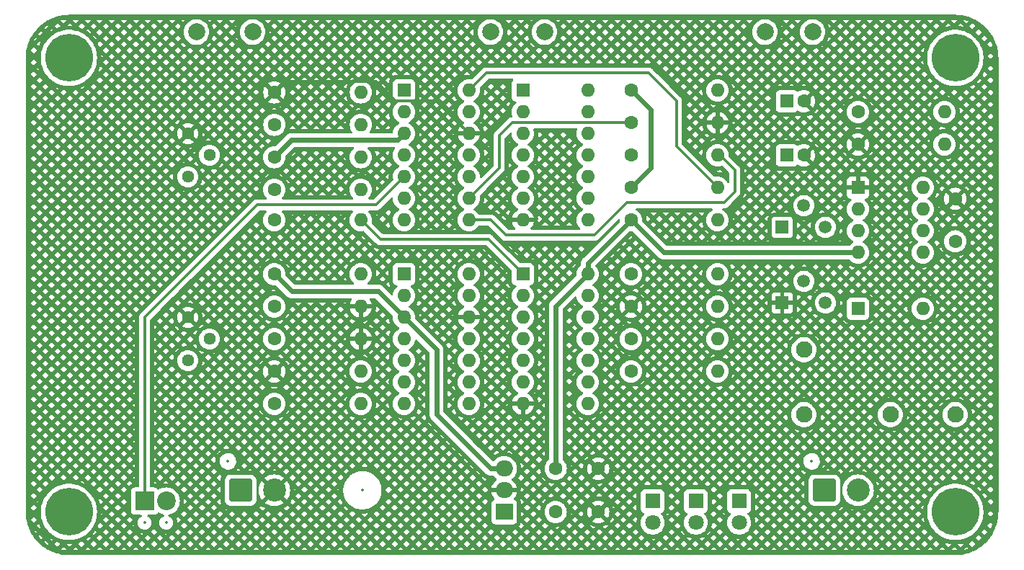
<source format=gbr>
%TF.GenerationSoftware,KiCad,Pcbnew,7.0.8*%
%TF.CreationDate,2024-06-10T01:14:45+01:00*%
%TF.ProjectId,BSPD_ManchesterStingerMotorsports,42535044-5f4d-4616-9e63-686573746572,V3.0*%
%TF.SameCoordinates,Original*%
%TF.FileFunction,Copper,L2,Bot*%
%TF.FilePolarity,Positive*%
%FSLAX46Y46*%
G04 Gerber Fmt 4.6, Leading zero omitted, Abs format (unit mm)*
G04 Created by KiCad (PCBNEW 7.0.8) date 2024-06-10 01:14:45*
%MOMM*%
%LPD*%
G01*
G04 APERTURE LIST*
G04 Aperture macros list*
%AMRoundRect*
0 Rectangle with rounded corners*
0 $1 Rounding radius*
0 $2 $3 $4 $5 $6 $7 $8 $9 X,Y pos of 4 corners*
0 Add a 4 corners polygon primitive as box body*
4,1,4,$2,$3,$4,$5,$6,$7,$8,$9,$2,$3,0*
0 Add four circle primitives for the rounded corners*
1,1,$1+$1,$2,$3*
1,1,$1+$1,$4,$5*
1,1,$1+$1,$6,$7*
1,1,$1+$1,$8,$9*
0 Add four rect primitives between the rounded corners*
20,1,$1+$1,$2,$3,$4,$5,0*
20,1,$1+$1,$4,$5,$6,$7,0*
20,1,$1+$1,$6,$7,$8,$9,0*
20,1,$1+$1,$8,$9,$2,$3,0*%
G04 Aperture macros list end*
%TA.AperFunction,ComponentPad*%
%ADD10R,1.600000X1.600000*%
%TD*%
%TA.AperFunction,ComponentPad*%
%ADD11O,1.600000X1.600000*%
%TD*%
%TA.AperFunction,ComponentPad*%
%ADD12C,1.600000*%
%TD*%
%TA.AperFunction,ComponentPad*%
%ADD13R,1.800000X1.800000*%
%TD*%
%TA.AperFunction,ComponentPad*%
%ADD14C,1.800000*%
%TD*%
%TA.AperFunction,ComponentPad*%
%ADD15R,1.500000X1.500000*%
%TD*%
%TA.AperFunction,ComponentPad*%
%ADD16C,1.500000*%
%TD*%
%TA.AperFunction,ComponentPad*%
%ADD17C,1.440000*%
%TD*%
%TA.AperFunction,ComponentPad*%
%ADD18C,5.600000*%
%TD*%
%TA.AperFunction,ComponentPad*%
%ADD19R,2.200000X2.200000*%
%TD*%
%TA.AperFunction,ComponentPad*%
%ADD20C,2.200000*%
%TD*%
%TA.AperFunction,ComponentPad*%
%ADD21C,2.000000*%
%TD*%
%TA.AperFunction,ComponentPad*%
%ADD22RoundRect,0.250001X-1.099999X-1.099999X1.099999X-1.099999X1.099999X1.099999X-1.099999X1.099999X0*%
%TD*%
%TA.AperFunction,ComponentPad*%
%ADD23C,2.700000*%
%TD*%
%TA.AperFunction,ComponentPad*%
%ADD24R,2.000000X1.905000*%
%TD*%
%TA.AperFunction,ComponentPad*%
%ADD25O,2.000000X1.905000*%
%TD*%
%TA.AperFunction,ComponentPad*%
%ADD26C,1.950000*%
%TD*%
%TA.AperFunction,Conductor*%
%ADD27C,0.300000*%
%TD*%
%TA.AperFunction,Conductor*%
%ADD28C,0.600000*%
%TD*%
%ADD29C,0.350000*%
G04 APERTURE END LIST*
D10*
%TO.P,U4,1*%
%TO.N,Net-(R7-Pad2)*%
X138918000Y-81783000D03*
D11*
%TO.P,U4,2*%
%TO.N,Net-(R8-Pad2)*%
X138918000Y-84323000D03*
%TO.P,U4,3*%
%TO.N,Net-(U4-Pad3)*%
X138918000Y-86863000D03*
%TO.P,U4,4*%
X138918000Y-89403000D03*
%TO.P,U4,5*%
%TO.N,Net-(R13-Pad2)*%
X138918000Y-91943000D03*
%TO.P,U4,6*%
%TO.N,Net-(R15-Pad1)*%
X138918000Y-94483000D03*
%TO.P,U4,7,GND*%
%TO.N,GND*%
X138918000Y-97023000D03*
%TO.P,U4,8*%
%TO.N,Net-(R21-Pad1)*%
X146538000Y-97023000D03*
%TO.P,U4,9*%
%TO.N,Net-(U6-Q)*%
X146538000Y-94483000D03*
%TO.P,U4,10*%
X146538000Y-91943000D03*
%TO.P,U4,11*%
%TO.N,N/C*%
X146538000Y-89403000D03*
%TO.P,U4,12*%
X146538000Y-86863000D03*
%TO.P,U4,13*%
X146538000Y-84323000D03*
%TO.P,U4,14,VCC*%
%TO.N,+5V*%
X146538000Y-81783000D03*
%TD*%
D12*
%TO.P,R13,1*%
%TO.N,+5V*%
X151618000Y-97023000D03*
D11*
%TO.P,R13,2*%
%TO.N,Net-(R13-Pad2)*%
X161778000Y-97023000D03*
%TD*%
D12*
%TO.P,R12,1*%
%TO.N,Net-(R12-Pad1)*%
X151618000Y-110993000D03*
D11*
%TO.P,R12,2*%
%TO.N,Net-(D2-K)*%
X161778000Y-110993000D03*
%TD*%
D13*
%TO.P,D1,1,K*%
%TO.N,Net-(D1-K)*%
X154158000Y-130043000D03*
D14*
%TO.P,D1,2,A*%
%TO.N,+5V*%
X154158000Y-132583000D03*
%TD*%
D15*
%TO.P,Q1,1,E*%
%TO.N,Net-(Q1-E)*%
X169388000Y-97873000D03*
D16*
%TO.P,Q1,2,B*%
%TO.N,Net-(Q1-B)*%
X171928000Y-95333000D03*
%TO.P,Q1,3,C*%
%TO.N,Net-(Q1-C)*%
X174468000Y-97873000D03*
%TD*%
D10*
%TO.P,C4,1*%
%TO.N,Net-(Q1-E)*%
X169938000Y-89403000D03*
D12*
%TO.P,C4,2*%
%TO.N,GND*%
X171938000Y-89403000D03*
%TD*%
D17*
%TO.P,RV2,1,1*%
%TO.N,+5V*%
X99548000Y-113533000D03*
%TO.P,RV2,2,2*%
%TO.N,Net-(U2A--)*%
X102088000Y-110993000D03*
%TO.P,RV2,3,3*%
%TO.N,GND*%
X99548000Y-108453000D03*
%TD*%
D13*
%TO.P,D2,1,K*%
%TO.N,Net-(D2-K)*%
X159238000Y-130043000D03*
D14*
%TO.P,D2,2,A*%
%TO.N,+5V*%
X159238000Y-132583000D03*
%TD*%
D10*
%TO.P,U2,1*%
%TO.N,Net-(R13-Pad2)*%
X124948000Y-103368000D03*
D11*
%TO.P,U2,2*%
%TO.N,Net-(R8-Pad2)*%
X124948000Y-105908000D03*
%TO.P,U2,3,V+*%
%TO.N,+5V*%
X124948000Y-108448000D03*
%TO.P,U2,4,-*%
%TO.N,Net-(U2A--)*%
X124948000Y-110988000D03*
%TO.P,U2,5,+*%
%TO.N,SENS_2*%
X124948000Y-113528000D03*
%TO.P,U2,6,-*%
%TO.N,Net-(U2B--)*%
X124948000Y-116068000D03*
%TO.P,U2,7,+*%
%TO.N,2.27V_REF*%
X124948000Y-118608000D03*
%TO.P,U2,8*%
%TO.N,N/C*%
X132568000Y-118608000D03*
%TO.P,U2,9*%
X132568000Y-116068000D03*
%TO.P,U2,10,-*%
%TO.N,0.45V_REF*%
X132568000Y-113528000D03*
%TO.P,U2,11,+*%
%TO.N,SENS_2*%
X132568000Y-110988000D03*
%TO.P,U2,12,V-*%
%TO.N,GND*%
X132568000Y-108448000D03*
%TO.P,U2,13*%
%TO.N,Net-(R13-Pad2)*%
X132568000Y-105908000D03*
%TO.P,U2,14*%
%TO.N,N/C*%
X132568000Y-103368000D03*
%TD*%
D18*
%TO.P,H4,1,1*%
%TO.N,unconnected-(H4-Pad1)*%
X85578000Y-131313000D03*
%TD*%
D12*
%TO.P,C3,1*%
%TO.N,+5V*%
X142768000Y-126233000D03*
%TO.P,C3,2*%
%TO.N,GND*%
X147768000Y-126233000D03*
%TD*%
D19*
%TO.P,J2,1,Pin_1*%
%TO.N,SENS_1*%
X94468000Y-130043000D03*
D20*
%TO.P,J2,2,Pin_2*%
%TO.N,SENS_2*%
X97008000Y-130043000D03*
%TD*%
D21*
%TO.P,TP2,1,1*%
%TO.N,Net-(U2A--)*%
X100564000Y-74925000D03*
%TD*%
D22*
%TO.P,J3,1,Pin_1*%
%TO.N,RELAY_OUT*%
X174328000Y-128773000D03*
D23*
%TO.P,J3,2,Pin_2*%
%TO.N,RELAY_IN*%
X178288000Y-128773000D03*
%TD*%
D12*
%TO.P,R4,1*%
%TO.N,GND*%
X109708000Y-114803000D03*
D11*
%TO.P,R4,2*%
%TO.N,Net-(U2B--)*%
X119868000Y-114803000D03*
%TD*%
D10*
%TO.P,D4,1,K*%
%TO.N,+12V*%
X178288000Y-107437000D03*
D11*
%TO.P,D4,2,A*%
%TO.N,Net-(D4-A)*%
X185908000Y-107437000D03*
%TD*%
D10*
%TO.P,C1,1*%
%TO.N,Net-(U1D--)*%
X169938000Y-83053000D03*
D12*
%TO.P,C1,2*%
%TO.N,GND*%
X171938000Y-83053000D03*
%TD*%
%TO.P,C5,1*%
%TO.N,Net-(U6-CV)*%
X189718000Y-99523000D03*
%TO.P,C5,2*%
%TO.N,GND*%
X189718000Y-94523000D03*
%TD*%
D21*
%TO.P,TP3,1,1*%
%TO.N,Net-(R15-Pad1)*%
X141458000Y-74925000D03*
%TD*%
%TO.P,TP6,1,1*%
%TO.N,Net-(Q1-E)*%
X172954000Y-74925000D03*
%TD*%
D12*
%TO.P,R9,1*%
%TO.N,+5V*%
X109708000Y-93453000D03*
D11*
%TO.P,R9,2*%
%TO.N,0.45V_REF*%
X119868000Y-93453000D03*
%TD*%
D12*
%TO.P,R19,1*%
%TO.N,GND*%
X178288000Y-88133000D03*
D11*
%TO.P,R19,2*%
%TO.N,Net-(Q1-C)*%
X188448000Y-88133000D03*
%TD*%
D24*
%TO.P,U5,1,VI*%
%TO.N,+12V*%
X136718000Y-131313000D03*
D25*
%TO.P,U5,2,GND*%
%TO.N,GND*%
X136718000Y-128773000D03*
%TO.P,U5,3,VO*%
%TO.N,+5V*%
X136718000Y-126233000D03*
%TD*%
D12*
%TO.P,R15,1*%
%TO.N,Net-(R15-Pad1)*%
X151618000Y-89403000D03*
D11*
%TO.P,R15,2*%
%TO.N,Net-(U1D--)*%
X161778000Y-89403000D03*
%TD*%
D12*
%TO.P,R5,1*%
%TO.N,Net-(U1B--)*%
X109718000Y-85828000D03*
D11*
%TO.P,R5,2*%
%TO.N,SENS_1*%
X119878000Y-85828000D03*
%TD*%
D12*
%TO.P,R6,1*%
%TO.N,Net-(U2B--)*%
X109708000Y-118613000D03*
D11*
%TO.P,R6,2*%
%TO.N,SENS_2*%
X119868000Y-118613000D03*
%TD*%
D12*
%TO.P,C2,1*%
%TO.N,+12V*%
X142768000Y-131313000D03*
%TO.P,C2,2*%
%TO.N,GND*%
X147768000Y-131313000D03*
%TD*%
D22*
%TO.P,J1,1,Pin_1*%
%TO.N,+12V*%
X105748000Y-128773000D03*
D23*
%TO.P,J1,2,Pin_2*%
%TO.N,GND*%
X109708000Y-128773000D03*
%TD*%
D13*
%TO.P,D3,1,K*%
%TO.N,Net-(D3-K)*%
X164318000Y-130043000D03*
D14*
%TO.P,D3,2,A*%
%TO.N,Net-(D3-A)*%
X164318000Y-132583000D03*
%TD*%
D12*
%TO.P,R10,1*%
%TO.N,0.45V_REF*%
X109708000Y-110993000D03*
D11*
%TO.P,R10,2*%
%TO.N,GND*%
X119868000Y-110993000D03*
%TD*%
D18*
%TO.P,H3,1,1*%
%TO.N,unconnected-(H3-Pad1)*%
X85578000Y-77973000D03*
%TD*%
D10*
%TO.P,U6,1,GND*%
%TO.N,GND*%
X178288000Y-93213000D03*
D11*
%TO.P,U6,2,TR*%
%TO.N,Net-(Q1-B)*%
X178288000Y-95753000D03*
%TO.P,U6,3,Q*%
%TO.N,Net-(U6-Q)*%
X178288000Y-98293000D03*
%TO.P,U6,4,R*%
%TO.N,+5V*%
X178288000Y-100833000D03*
%TO.P,U6,5,CV*%
%TO.N,Net-(U6-CV)*%
X185908000Y-100833000D03*
%TO.P,U6,6,THR*%
%TO.N,Net-(Q1-E)*%
X185908000Y-98293000D03*
%TO.P,U6,7,DIS*%
X185908000Y-95753000D03*
%TO.P,U6,8,VCC*%
%TO.N,+5V*%
X185908000Y-93213000D03*
%TD*%
D10*
%TO.P,U1,1*%
%TO.N,Net-(R13-Pad2)*%
X124948000Y-81778000D03*
D11*
%TO.P,U1,2*%
%TO.N,Net-(R7-Pad2)*%
X124948000Y-84318000D03*
%TO.P,U1,3,V+*%
%TO.N,+5V*%
X124948000Y-86858000D03*
%TO.P,U1,4,-*%
%TO.N,Net-(U1A--)*%
X124948000Y-89398000D03*
%TO.P,U1,5,+*%
%TO.N,SENS_1*%
X124948000Y-91938000D03*
%TO.P,U1,6,-*%
%TO.N,Net-(U1B--)*%
X124948000Y-94478000D03*
%TO.P,U1,7,+*%
%TO.N,2.27V_REF*%
X124948000Y-97018000D03*
%TO.P,U1,8,-*%
%TO.N,Net-(U1D--)*%
X132568000Y-97018000D03*
%TO.P,U1,9,+*%
%TO.N,Net-(U1D-+)*%
X132568000Y-94478000D03*
%TO.P,U1,10,-*%
%TO.N,0.45V_REF*%
X132568000Y-91938000D03*
%TO.P,U1,11,+*%
%TO.N,SENS_1*%
X132568000Y-89398000D03*
%TO.P,U1,12,V-*%
%TO.N,GND*%
X132568000Y-86858000D03*
%TO.P,U1,13*%
%TO.N,Net-(R13-Pad2)*%
X132568000Y-84318000D03*
%TO.P,U1,14*%
%TO.N,Net-(Q1-B)*%
X132568000Y-81778000D03*
%TD*%
D21*
%TO.P,TP4,1,1*%
%TO.N,Net-(Q1-B)*%
X135108000Y-74925000D03*
%TD*%
D12*
%TO.P,R2,1*%
%TO.N,2.27V_REF*%
X109708000Y-107183000D03*
D11*
%TO.P,R2,2*%
%TO.N,GND*%
X119868000Y-107183000D03*
%TD*%
D12*
%TO.P,R7,1*%
%TO.N,+5V*%
X109708000Y-97023000D03*
D11*
%TO.P,R7,2*%
%TO.N,Net-(R7-Pad2)*%
X119868000Y-97023000D03*
%TD*%
D18*
%TO.P,H1,1,1*%
%TO.N,unconnected-(H1-Pad1)*%
X189718000Y-77973000D03*
%TD*%
D12*
%TO.P,R14,1*%
%TO.N,GND*%
X151618000Y-107183000D03*
D11*
%TO.P,R14,2*%
%TO.N,Net-(D3-K)*%
X161778000Y-107183000D03*
%TD*%
D26*
%TO.P,K1,1*%
%TO.N,Net-(D4-A)*%
X171938000Y-119883000D03*
%TO.P,K1,2*%
%TO.N,RELAY_OUT*%
X182098000Y-119883000D03*
%TO.P,K1,3*%
%TO.N,RELAY_IN*%
X189718000Y-119883000D03*
%TO.P,K1,5*%
%TO.N,+12V*%
X171938000Y-112263000D03*
%TD*%
D12*
%TO.P,R11,1*%
%TO.N,Net-(R11-Pad1)*%
X151618000Y-114803000D03*
D11*
%TO.P,R11,2*%
%TO.N,Net-(D1-K)*%
X161778000Y-114803000D03*
%TD*%
D17*
%TO.P,RV1,1,1*%
%TO.N,+5V*%
X99548000Y-91943000D03*
%TO.P,RV1,2,2*%
%TO.N,Net-(U1A--)*%
X102088000Y-89403000D03*
%TO.P,RV1,3,3*%
%TO.N,GND*%
X99548000Y-86863000D03*
%TD*%
D12*
%TO.P,R21,1*%
%TO.N,Net-(R21-Pad1)*%
X151618000Y-103373000D03*
D11*
%TO.P,R21,2*%
%TO.N,Net-(Q2-B)*%
X161778000Y-103373000D03*
%TD*%
D12*
%TO.P,R1,1*%
%TO.N,+5V*%
X109708000Y-89643000D03*
D11*
%TO.P,R1,2*%
%TO.N,2.27V_REF*%
X119868000Y-89643000D03*
%TD*%
D12*
%TO.P,R16,1*%
%TO.N,+5V*%
X151618000Y-81783000D03*
D11*
%TO.P,R16,2*%
%TO.N,Net-(U1D-+)*%
X161778000Y-81783000D03*
%TD*%
D21*
%TO.P,TP5,1,1*%
%TO.N,Net-(R21-Pad1)*%
X167366000Y-74925000D03*
%TD*%
%TO.P,TP1,1,1*%
%TO.N,Net-(U1A--)*%
X107168000Y-74925000D03*
%TD*%
D12*
%TO.P,R20,1*%
%TO.N,Net-(Q1-E)*%
X178288000Y-84323000D03*
D11*
%TO.P,R20,2*%
%TO.N,+5V*%
X188448000Y-84323000D03*
%TD*%
D12*
%TO.P,R17,1*%
%TO.N,Net-(U1D-+)*%
X151618000Y-85593000D03*
D11*
%TO.P,R17,2*%
%TO.N,GND*%
X161778000Y-85593000D03*
%TD*%
D12*
%TO.P,R3,1*%
%TO.N,GND*%
X109718000Y-82018000D03*
D11*
%TO.P,R3,2*%
%TO.N,Net-(U1B--)*%
X119878000Y-82018000D03*
%TD*%
D15*
%TO.P,Q2,1,E*%
%TO.N,GND*%
X169388000Y-106763000D03*
D16*
%TO.P,Q2,2,B*%
%TO.N,Net-(Q2-B)*%
X171928000Y-104223000D03*
%TO.P,Q2,3,C*%
%TO.N,Net-(D4-A)*%
X174468000Y-106763000D03*
%TD*%
D12*
%TO.P,R18,1*%
%TO.N,+5V*%
X151618000Y-93213000D03*
D11*
%TO.P,R18,2*%
%TO.N,Net-(Q1-B)*%
X161778000Y-93213000D03*
%TD*%
D12*
%TO.P,R8,1*%
%TO.N,+5V*%
X109708000Y-103373000D03*
D11*
%TO.P,R8,2*%
%TO.N,Net-(R8-Pad2)*%
X119868000Y-103373000D03*
%TD*%
D10*
%TO.P,U3,1*%
%TO.N,Net-(R7-Pad2)*%
X138918000Y-103373000D03*
D11*
%TO.P,U3,2*%
X138918000Y-105913000D03*
%TO.P,U3,3*%
%TO.N,Net-(R11-Pad1)*%
X138918000Y-108453000D03*
%TO.P,U3,4*%
%TO.N,Net-(R8-Pad2)*%
X138918000Y-110993000D03*
%TO.P,U3,5*%
X138918000Y-113533000D03*
%TO.P,U3,6*%
%TO.N,Net-(R12-Pad1)*%
X138918000Y-116073000D03*
%TO.P,U3,7,GND*%
%TO.N,GND*%
X138918000Y-118613000D03*
%TO.P,U3,8*%
%TO.N,Net-(D3-A)*%
X146538000Y-118613000D03*
%TO.P,U3,9*%
%TO.N,Net-(R13-Pad2)*%
X146538000Y-116073000D03*
%TO.P,U3,10*%
X146538000Y-113533000D03*
%TO.P,U3,11*%
%TO.N,N/C*%
X146538000Y-110993000D03*
%TO.P,U3,12*%
X146538000Y-108453000D03*
%TO.P,U3,13*%
X146538000Y-105913000D03*
%TO.P,U3,14,VCC*%
%TO.N,+5V*%
X146538000Y-103373000D03*
%TD*%
D18*
%TO.P,H2,1,1*%
%TO.N,unconnected-(H2-Pad1)*%
X189718000Y-131313000D03*
%TD*%
D27*
%TO.N,Net-(U1D--)*%
X136886000Y-98801000D02*
X147300000Y-98801000D01*
X147300000Y-98801000D02*
X151110000Y-94991000D01*
X162032000Y-89403000D02*
X161778000Y-89403000D01*
X163810000Y-91181000D02*
X162032000Y-89403000D01*
X132568000Y-97018000D02*
X135103000Y-97018000D01*
X135103000Y-97018000D02*
X136886000Y-98801000D01*
X162540000Y-94991000D02*
X163810000Y-93721000D01*
X151110000Y-94991000D02*
X162540000Y-94991000D01*
X163810000Y-93721000D02*
X163810000Y-91181000D01*
%TO.N,GND*%
X132568000Y-86858000D02*
X128738000Y-83028000D01*
X128738000Y-83028000D02*
X123961604Y-83028000D01*
X121700604Y-80767000D02*
X110969000Y-80767000D01*
X110969000Y-80767000D02*
X109718000Y-82018000D01*
X123961604Y-83028000D02*
X121700604Y-80767000D01*
D28*
%TO.N,+5V*%
X135108000Y-126233000D02*
X136718000Y-126233000D01*
X151618000Y-97023000D02*
X155428000Y-100833000D01*
X121905000Y-105405000D02*
X124948000Y-108448000D01*
X109708000Y-89643000D02*
X111726000Y-87625000D01*
X124181000Y-87625000D02*
X124948000Y-86858000D01*
X111726000Y-87625000D02*
X124181000Y-87625000D01*
X128758000Y-119883000D02*
X135108000Y-126233000D01*
X111740000Y-105405000D02*
X121905000Y-105405000D01*
X146538000Y-103373000D02*
X146538000Y-102103000D01*
X142768000Y-126233000D02*
X142768000Y-107143000D01*
X153904000Y-84069000D02*
X151618000Y-81783000D01*
X124948000Y-108448000D02*
X128758000Y-112258000D01*
X142768000Y-107143000D02*
X146538000Y-103373000D01*
X109708000Y-103373000D02*
X111740000Y-105405000D01*
X146538000Y-102103000D02*
X151618000Y-97023000D01*
X153904000Y-90927000D02*
X153904000Y-84069000D01*
X151618000Y-93213000D02*
X153904000Y-90927000D01*
X155428000Y-100833000D02*
X178288000Y-100833000D01*
X128758000Y-112258000D02*
X128758000Y-119883000D01*
D27*
%TO.N,Net-(Q1-B)*%
X156952000Y-88387000D02*
X161778000Y-93213000D01*
X156952000Y-83053000D02*
X156952000Y-88387000D01*
X153650000Y-79751000D02*
X156952000Y-83053000D01*
X132568000Y-81778000D02*
X134595000Y-79751000D01*
X134595000Y-79751000D02*
X153650000Y-79751000D01*
%TO.N,Net-(R7-Pad2)*%
X138918000Y-103373000D02*
X134854000Y-99309000D01*
X122154000Y-99309000D02*
X119868000Y-97023000D01*
X134854000Y-99309000D02*
X122154000Y-99309000D01*
%TO.N,SENS_1*%
X94468000Y-108453000D02*
X107676000Y-95245000D01*
X94468000Y-130043000D02*
X94468000Y-108453000D01*
X107676000Y-95245000D02*
X121641000Y-95245000D01*
X121641000Y-95245000D02*
X124948000Y-91938000D01*
%TO.N,Net-(U1D-+)*%
X137648000Y-85593000D02*
X151618000Y-85593000D01*
X136124000Y-87117000D02*
X137648000Y-85593000D01*
X132568000Y-94478000D02*
X136124000Y-90922000D01*
X136124000Y-90922000D02*
X136124000Y-87117000D01*
%TD*%
%TA.AperFunction,Conductor*%
%TO.N,GND*%
G36*
X137532805Y-86730652D02*
G01*
X137588739Y-86772523D01*
X137613156Y-86837988D01*
X137613001Y-86857634D01*
X137612532Y-86862998D01*
X137612532Y-86863001D01*
X137632364Y-87089686D01*
X137632366Y-87089697D01*
X137691258Y-87309488D01*
X137691261Y-87309497D01*
X137787431Y-87515732D01*
X137787432Y-87515734D01*
X137917954Y-87702141D01*
X138078858Y-87863045D01*
X138078861Y-87863047D01*
X138265266Y-87993568D01*
X138323275Y-88020618D01*
X138375714Y-88066791D01*
X138394866Y-88133984D01*
X138374650Y-88200865D01*
X138323275Y-88245381D01*
X138323118Y-88245455D01*
X138265267Y-88272431D01*
X138265265Y-88272432D01*
X138078858Y-88402954D01*
X137917954Y-88563858D01*
X137787432Y-88750265D01*
X137787431Y-88750267D01*
X137691261Y-88956502D01*
X137691258Y-88956511D01*
X137632366Y-89176302D01*
X137632364Y-89176313D01*
X137612532Y-89402998D01*
X137612532Y-89403001D01*
X137632364Y-89629686D01*
X137632366Y-89629697D01*
X137691258Y-89849488D01*
X137691261Y-89849497D01*
X137787431Y-90055732D01*
X137787432Y-90055734D01*
X137917954Y-90242141D01*
X138078858Y-90403045D01*
X138125693Y-90435839D01*
X138265266Y-90533568D01*
X138323275Y-90560618D01*
X138375714Y-90606791D01*
X138394866Y-90673984D01*
X138374650Y-90740865D01*
X138323275Y-90785382D01*
X138265267Y-90812431D01*
X138265265Y-90812432D01*
X138078858Y-90942954D01*
X137917954Y-91103858D01*
X137787432Y-91290265D01*
X137787431Y-91290267D01*
X137691261Y-91496502D01*
X137691258Y-91496511D01*
X137632366Y-91716302D01*
X137632364Y-91716313D01*
X137612532Y-91942998D01*
X137612532Y-91943001D01*
X137632364Y-92169686D01*
X137632366Y-92169697D01*
X137691258Y-92389488D01*
X137691261Y-92389497D01*
X137787431Y-92595732D01*
X137787432Y-92595734D01*
X137917954Y-92782141D01*
X138078858Y-92943045D01*
X138078861Y-92943047D01*
X138265266Y-93073568D01*
X138323275Y-93100618D01*
X138375714Y-93146791D01*
X138394866Y-93213984D01*
X138374650Y-93280865D01*
X138323275Y-93325381D01*
X138318874Y-93327434D01*
X138265267Y-93352431D01*
X138265265Y-93352432D01*
X138078858Y-93482954D01*
X137917954Y-93643858D01*
X137787432Y-93830265D01*
X137787431Y-93830267D01*
X137691261Y-94036502D01*
X137691258Y-94036511D01*
X137632366Y-94256302D01*
X137632364Y-94256313D01*
X137612532Y-94482998D01*
X137612532Y-94483001D01*
X137632364Y-94709686D01*
X137632366Y-94709697D01*
X137691258Y-94929488D01*
X137691261Y-94929497D01*
X137787431Y-95135732D01*
X137787432Y-95135734D01*
X137917954Y-95322141D01*
X138078858Y-95483045D01*
X138078861Y-95483047D01*
X138265266Y-95613568D01*
X138323865Y-95640893D01*
X138376305Y-95687065D01*
X138395457Y-95754258D01*
X138375242Y-95821139D01*
X138323867Y-95865657D01*
X138265515Y-95892867D01*
X138079179Y-96023342D01*
X137918342Y-96184179D01*
X137787865Y-96370517D01*
X137691734Y-96576673D01*
X137691730Y-96576682D01*
X137639127Y-96772999D01*
X137639128Y-96773000D01*
X138602314Y-96773000D01*
X138590359Y-96784955D01*
X138532835Y-96897852D01*
X138513014Y-97023000D01*
X138532835Y-97148148D01*
X138590359Y-97261045D01*
X138602314Y-97273000D01*
X137639128Y-97273000D01*
X137691730Y-97469317D01*
X137691734Y-97469326D01*
X137787865Y-97675482D01*
X137918342Y-97861820D01*
X137995341Y-97938819D01*
X138028826Y-98000142D01*
X138023842Y-98069834D01*
X137981970Y-98125767D01*
X137916506Y-98150184D01*
X137907660Y-98150500D01*
X137206808Y-98150500D01*
X137139769Y-98130815D01*
X137119127Y-98114181D01*
X135696281Y-96691335D01*
X136400559Y-96691335D01*
X136755527Y-97046303D01*
X136937005Y-96864825D01*
X136582037Y-96509857D01*
X136400559Y-96691335D01*
X135696281Y-96691335D01*
X135623434Y-96618488D01*
X135613361Y-96605914D01*
X135613174Y-96606070D01*
X135608201Y-96600059D01*
X135555756Y-96550810D01*
X135534035Y-96529089D01*
X135528240Y-96524594D01*
X135523798Y-96520799D01*
X135488396Y-96487554D01*
X135488388Y-96487548D01*
X135469792Y-96477325D01*
X135453531Y-96466644D01*
X135436763Y-96453637D01*
X135413295Y-96443482D01*
X135392178Y-96434343D01*
X135386956Y-96431786D01*
X135344368Y-96408373D01*
X135344365Y-96408372D01*
X135323801Y-96403092D01*
X135305396Y-96396790D01*
X135285927Y-96388365D01*
X135285921Y-96388363D01*
X135237951Y-96380766D01*
X135232236Y-96379582D01*
X135215772Y-96375355D01*
X135185180Y-96367500D01*
X135185177Y-96367500D01*
X135163955Y-96367500D01*
X135144555Y-96365973D01*
X135140085Y-96365265D01*
X135138011Y-96364936D01*
X135123596Y-96362653D01*
X135123595Y-96362653D01*
X135099786Y-96364903D01*
X135075230Y-96367225D01*
X135069392Y-96367500D01*
X133764683Y-96367500D01*
X133697644Y-96347815D01*
X133663108Y-96314623D01*
X133568045Y-96178858D01*
X133407141Y-96017954D01*
X133397769Y-96011392D01*
X135666287Y-96011392D01*
X135671702Y-96014151D01*
X135675119Y-96016029D01*
X135705429Y-96033955D01*
X135708718Y-96036043D01*
X135724932Y-96047063D01*
X135728081Y-96049351D01*
X135735498Y-96055104D01*
X135743737Y-96059634D01*
X135747089Y-96061616D01*
X135763643Y-96072121D01*
X135766866Y-96074312D01*
X135795354Y-96095009D01*
X135798433Y-96097398D01*
X135813543Y-96109898D01*
X135816465Y-96112474D01*
X135850971Y-96144879D01*
X135856062Y-96149091D01*
X135870714Y-96162012D01*
X135879264Y-96170041D01*
X135902359Y-96193134D01*
X135961942Y-96249087D01*
X135964697Y-96251841D01*
X135978121Y-96266137D01*
X135980699Y-96269061D01*
X135992257Y-96283033D01*
X136048420Y-96339196D01*
X136229898Y-96157718D01*
X136934176Y-96157718D01*
X137213562Y-96437104D01*
X137214216Y-96434665D01*
X137219127Y-96419091D01*
X137228414Y-96393580D01*
X137234657Y-96378509D01*
X137342259Y-96147756D01*
X137349792Y-96133283D01*
X137363367Y-96109770D01*
X137372139Y-96095999D01*
X137458730Y-95972336D01*
X137289144Y-95802750D01*
X136934176Y-96157718D01*
X136229898Y-96157718D01*
X135874929Y-95802749D01*
X135666287Y-96011392D01*
X133397769Y-96011392D01*
X133220734Y-95887432D01*
X133220728Y-95887429D01*
X133193038Y-95874517D01*
X133162724Y-95860381D01*
X133110285Y-95814210D01*
X133091133Y-95747017D01*
X133111348Y-95680135D01*
X133162725Y-95635618D01*
X133169032Y-95632677D01*
X133220734Y-95608568D01*
X133407139Y-95478047D01*
X133434575Y-95450611D01*
X134812855Y-95450611D01*
X135167823Y-95805579D01*
X135522791Y-95450611D01*
X136227069Y-95450611D01*
X136582037Y-95805579D01*
X136937005Y-95450611D01*
X136582037Y-95095643D01*
X136227069Y-95450611D01*
X135522791Y-95450611D01*
X135167823Y-95095643D01*
X134812855Y-95450611D01*
X133434575Y-95450611D01*
X133568047Y-95317139D01*
X133698568Y-95130734D01*
X133786072Y-94943082D01*
X134305326Y-94943082D01*
X134460716Y-95098472D01*
X134815685Y-94743504D01*
X135519961Y-94743504D01*
X135874930Y-95098472D01*
X136229898Y-94743504D01*
X136229897Y-94743503D01*
X136934175Y-94743503D01*
X137196017Y-95005346D01*
X137147819Y-94825466D01*
X137144287Y-94809531D01*
X137139572Y-94782794D01*
X137137443Y-94766613D01*
X137119230Y-94558448D01*
X136934175Y-94743503D01*
X136229897Y-94743503D01*
X135874930Y-94388536D01*
X135519961Y-94743504D01*
X134815685Y-94743504D01*
X134460716Y-94388535D01*
X134371468Y-94477784D01*
X134371468Y-94491575D01*
X134370756Y-94507882D01*
X134348557Y-94761613D01*
X134346428Y-94777794D01*
X134341713Y-94804531D01*
X134338181Y-94820466D01*
X134305326Y-94943082D01*
X133786072Y-94943082D01*
X133794739Y-94924496D01*
X133853635Y-94704692D01*
X133872599Y-94487929D01*
X133873468Y-94478001D01*
X133873468Y-94477998D01*
X133865141Y-94382819D01*
X133853635Y-94251308D01*
X133842790Y-94210834D01*
X133844453Y-94140984D01*
X133874882Y-94091062D01*
X133929546Y-94036398D01*
X134812855Y-94036398D01*
X135167823Y-94391366D01*
X135522791Y-94036398D01*
X136227069Y-94036398D01*
X136582037Y-94391366D01*
X136937005Y-94036398D01*
X136582037Y-93681430D01*
X136227069Y-94036398D01*
X135522791Y-94036398D01*
X135167823Y-93681430D01*
X134812855Y-94036398D01*
X133929546Y-94036398D01*
X134636653Y-93329291D01*
X135519962Y-93329291D01*
X135874930Y-93684259D01*
X136229898Y-93329291D01*
X136934176Y-93329291D01*
X137289143Y-93684258D01*
X137320791Y-93652609D01*
X137341831Y-93607493D01*
X137349368Y-93593017D01*
X137362940Y-93569508D01*
X137371710Y-93555744D01*
X137517798Y-93347105D01*
X137527731Y-93334158D01*
X137545184Y-93313358D01*
X137556214Y-93301322D01*
X137586178Y-93271357D01*
X137289144Y-92974323D01*
X136934176Y-93329291D01*
X136229898Y-93329291D01*
X135874930Y-92974323D01*
X135519962Y-93329291D01*
X134636653Y-93329291D01*
X135343760Y-92622184D01*
X136227069Y-92622184D01*
X136582037Y-92977152D01*
X136937005Y-92622184D01*
X136582037Y-92267216D01*
X136227069Y-92622184D01*
X135343760Y-92622184D01*
X136050867Y-91915077D01*
X136934176Y-91915077D01*
X137127062Y-92107963D01*
X137115244Y-91972882D01*
X137114532Y-91956575D01*
X137114532Y-91929425D01*
X137115244Y-91913118D01*
X137132416Y-91716836D01*
X136934176Y-91915077D01*
X136050867Y-91915077D01*
X136523513Y-91442431D01*
X136536079Y-91432365D01*
X136535925Y-91432178D01*
X136541937Y-91427204D01*
X136541937Y-91427203D01*
X136541940Y-91427202D01*
X136591190Y-91374755D01*
X136612911Y-91353035D01*
X136617401Y-91347245D01*
X136621183Y-91342815D01*
X136654448Y-91307393D01*
X136664674Y-91288790D01*
X136675353Y-91272533D01*
X136688362Y-91255764D01*
X136707656Y-91211175D01*
X136710212Y-91205956D01*
X136733627Y-91163368D01*
X136738905Y-91142806D01*
X136745207Y-91124399D01*
X136753635Y-91104927D01*
X136761233Y-91056953D01*
X136762414Y-91051247D01*
X136774500Y-91004177D01*
X136774500Y-90982949D01*
X136776027Y-90963549D01*
X136779346Y-90942595D01*
X136774775Y-90894238D01*
X136774500Y-90888400D01*
X136774500Y-90839188D01*
X137272500Y-90839188D01*
X137289144Y-90855832D01*
X137558255Y-90586720D01*
X137556214Y-90584679D01*
X137545184Y-90572642D01*
X137527731Y-90551842D01*
X137517798Y-90538895D01*
X137371710Y-90330256D01*
X137362940Y-90316492D01*
X137349368Y-90292983D01*
X137341830Y-90278506D01*
X137282902Y-90152137D01*
X137272500Y-90162540D01*
X137272500Y-90839188D01*
X136774500Y-90839188D01*
X136774500Y-88010761D01*
X137272500Y-88010761D01*
X137289143Y-88027404D01*
X137435371Y-87881176D01*
X137371710Y-87790256D01*
X137362940Y-87776492D01*
X137349368Y-87752983D01*
X137341830Y-87738506D01*
X137273420Y-87591801D01*
X137272500Y-87592721D01*
X137272500Y-88010761D01*
X136774500Y-88010761D01*
X136774500Y-87437807D01*
X136794185Y-87370768D01*
X136810815Y-87350130D01*
X137401793Y-86759151D01*
X137463114Y-86725668D01*
X137532805Y-86730652D01*
G37*
%TD.AperFunction*%
%TA.AperFunction,Conductor*%
G36*
X145264332Y-86263185D02*
G01*
X145310087Y-86315989D01*
X145320031Y-86385147D01*
X145312293Y-86411125D01*
X145313111Y-86411423D01*
X145311258Y-86416511D01*
X145252366Y-86636302D01*
X145252364Y-86636313D01*
X145232532Y-86862998D01*
X145232532Y-86863001D01*
X145252364Y-87089686D01*
X145252366Y-87089697D01*
X145311258Y-87309488D01*
X145311261Y-87309497D01*
X145407431Y-87515732D01*
X145407432Y-87515734D01*
X145537954Y-87702141D01*
X145698858Y-87863045D01*
X145698861Y-87863047D01*
X145885266Y-87993568D01*
X145943275Y-88020618D01*
X145995714Y-88066791D01*
X146014866Y-88133984D01*
X145994650Y-88200865D01*
X145943275Y-88245381D01*
X145943118Y-88245455D01*
X145885267Y-88272431D01*
X145885265Y-88272432D01*
X145698858Y-88402954D01*
X145537954Y-88563858D01*
X145407432Y-88750265D01*
X145407431Y-88750267D01*
X145311261Y-88956502D01*
X145311258Y-88956511D01*
X145252366Y-89176302D01*
X145252364Y-89176313D01*
X145232532Y-89402998D01*
X145232532Y-89403001D01*
X145252364Y-89629686D01*
X145252366Y-89629697D01*
X145311258Y-89849488D01*
X145311261Y-89849497D01*
X145407431Y-90055732D01*
X145407432Y-90055734D01*
X145537954Y-90242141D01*
X145698858Y-90403045D01*
X145745693Y-90435839D01*
X145885266Y-90533568D01*
X145943275Y-90560618D01*
X145995714Y-90606791D01*
X146014866Y-90673984D01*
X145994650Y-90740865D01*
X145943275Y-90785382D01*
X145885267Y-90812431D01*
X145885265Y-90812432D01*
X145698858Y-90942954D01*
X145537954Y-91103858D01*
X145407432Y-91290265D01*
X145407431Y-91290267D01*
X145311261Y-91496502D01*
X145311258Y-91496511D01*
X145252366Y-91716302D01*
X145252364Y-91716313D01*
X145232532Y-91942998D01*
X145232532Y-91943001D01*
X145252364Y-92169686D01*
X145252366Y-92169697D01*
X145311258Y-92389488D01*
X145311261Y-92389497D01*
X145407431Y-92595732D01*
X145407432Y-92595734D01*
X145537954Y-92782141D01*
X145698858Y-92943045D01*
X145698861Y-92943047D01*
X145885266Y-93073568D01*
X145943275Y-93100618D01*
X145995714Y-93146791D01*
X146014866Y-93213984D01*
X145994650Y-93280865D01*
X145943275Y-93325381D01*
X145938874Y-93327434D01*
X145885267Y-93352431D01*
X145885265Y-93352432D01*
X145698858Y-93482954D01*
X145537954Y-93643858D01*
X145407432Y-93830265D01*
X145407431Y-93830267D01*
X145311261Y-94036502D01*
X145311258Y-94036511D01*
X145252366Y-94256302D01*
X145252364Y-94256313D01*
X145232532Y-94482998D01*
X145232532Y-94483001D01*
X145252364Y-94709686D01*
X145252366Y-94709697D01*
X145311258Y-94929488D01*
X145311261Y-94929497D01*
X145407431Y-95135732D01*
X145407432Y-95135734D01*
X145537954Y-95322141D01*
X145698858Y-95483045D01*
X145698861Y-95483047D01*
X145885266Y-95613568D01*
X145943275Y-95640618D01*
X145995714Y-95686791D01*
X146014866Y-95753984D01*
X145994650Y-95820865D01*
X145943275Y-95865382D01*
X145885267Y-95892431D01*
X145885265Y-95892432D01*
X145698858Y-96022954D01*
X145537954Y-96183858D01*
X145407432Y-96370265D01*
X145407431Y-96370267D01*
X145311261Y-96576502D01*
X145311258Y-96576511D01*
X145252366Y-96796302D01*
X145252364Y-96796313D01*
X145232532Y-97022998D01*
X145232532Y-97023000D01*
X145252364Y-97249686D01*
X145252366Y-97249697D01*
X145311258Y-97469488D01*
X145311261Y-97469497D01*
X145407431Y-97675732D01*
X145407432Y-97675734D01*
X145537954Y-97862141D01*
X145614632Y-97938819D01*
X145648117Y-98000142D01*
X145643133Y-98069834D01*
X145601261Y-98125767D01*
X145535797Y-98150184D01*
X145526951Y-98150500D01*
X139928340Y-98150500D01*
X139861301Y-98130815D01*
X139815546Y-98078011D01*
X139805602Y-98008853D01*
X139834627Y-97945297D01*
X139840659Y-97938819D01*
X139917657Y-97861820D01*
X140048134Y-97675482D01*
X140096420Y-97571932D01*
X141176816Y-97571932D01*
X141257384Y-97652500D01*
X141806184Y-97652500D01*
X141886752Y-97571932D01*
X142591030Y-97571932D01*
X142671598Y-97652500D01*
X143220398Y-97652500D01*
X143300966Y-97571932D01*
X144005243Y-97571932D01*
X144085811Y-97652500D01*
X144634612Y-97652500D01*
X144715180Y-97571932D01*
X144360211Y-97216963D01*
X144005243Y-97571932D01*
X143300966Y-97571932D01*
X142945998Y-97216964D01*
X142591030Y-97571932D01*
X141886752Y-97571932D01*
X141531784Y-97216964D01*
X141176816Y-97571932D01*
X140096420Y-97571932D01*
X140144265Y-97469326D01*
X140144269Y-97469317D01*
X140196872Y-97273000D01*
X139233686Y-97273000D01*
X139245641Y-97261045D01*
X139303165Y-97148148D01*
X139322986Y-97023000D01*
X139322986Y-97022999D01*
X140632756Y-97022999D01*
X140648823Y-97043938D01*
X140824678Y-97219793D01*
X141179646Y-96864825D01*
X141883923Y-96864825D01*
X142238891Y-97219793D01*
X142593859Y-96864825D01*
X143298137Y-96864825D01*
X143653105Y-97219793D01*
X144008073Y-96864825D01*
X143653105Y-96509857D01*
X143298137Y-96864825D01*
X142593859Y-96864825D01*
X142238891Y-96509857D01*
X141883923Y-96864825D01*
X141179646Y-96864825D01*
X140824677Y-96509856D01*
X140680550Y-96653983D01*
X140708818Y-96759480D01*
X140710660Y-96815766D01*
X140687915Y-96930110D01*
X140664673Y-96981405D01*
X140632756Y-97022999D01*
X139322986Y-97022999D01*
X139303165Y-96897852D01*
X139245641Y-96784955D01*
X139233686Y-96773000D01*
X140196872Y-96773000D01*
X140196872Y-96772999D01*
X140144269Y-96576682D01*
X140144265Y-96576673D01*
X140048134Y-96370517D01*
X139917657Y-96184179D01*
X139891196Y-96157718D01*
X141176816Y-96157718D01*
X141531784Y-96512686D01*
X141886752Y-96157718D01*
X142591030Y-96157718D01*
X142945998Y-96512686D01*
X143300966Y-96157718D01*
X144005243Y-96157718D01*
X144360211Y-96512686D01*
X144715180Y-96157718D01*
X144360211Y-95802749D01*
X144005243Y-96157718D01*
X143300966Y-96157718D01*
X142945998Y-95802750D01*
X142591030Y-96157718D01*
X141886752Y-96157718D01*
X141531784Y-95802750D01*
X141176816Y-96157718D01*
X139891196Y-96157718D01*
X139756820Y-96023342D01*
X139570482Y-95892865D01*
X139512133Y-95865657D01*
X139459694Y-95819484D01*
X139440542Y-95752291D01*
X139460758Y-95685410D01*
X139512129Y-95640895D01*
X139570734Y-95613568D01*
X139757139Y-95483047D01*
X139789575Y-95450611D01*
X140469710Y-95450611D01*
X140824678Y-95805579D01*
X141179646Y-95450611D01*
X141883923Y-95450611D01*
X142238891Y-95805579D01*
X142593859Y-95450611D01*
X143298137Y-95450611D01*
X143653105Y-95805579D01*
X144008073Y-95450611D01*
X144008072Y-95450610D01*
X144712349Y-95450610D01*
X145067317Y-95805578D01*
X145192215Y-95680680D01*
X145176214Y-95664679D01*
X145165184Y-95652642D01*
X145147731Y-95631842D01*
X145137798Y-95618895D01*
X144991710Y-95410256D01*
X144982940Y-95396492D01*
X144969368Y-95372983D01*
X144961830Y-95358506D01*
X144911781Y-95251178D01*
X144712349Y-95450610D01*
X144008072Y-95450610D01*
X143653105Y-95095643D01*
X143298137Y-95450611D01*
X142593859Y-95450611D01*
X142238891Y-95095643D01*
X141883923Y-95450611D01*
X141179646Y-95450611D01*
X140824678Y-95095643D01*
X140469710Y-95450611D01*
X139789575Y-95450611D01*
X139918047Y-95322139D01*
X140048568Y-95135734D01*
X140144739Y-94929496D01*
X140194575Y-94743504D01*
X141176815Y-94743504D01*
X141531784Y-95098472D01*
X141886752Y-94743504D01*
X142591029Y-94743504D01*
X142945998Y-95098472D01*
X143300966Y-94743504D01*
X144005243Y-94743504D01*
X144360211Y-95098472D01*
X144715179Y-94743503D01*
X144360211Y-94388535D01*
X144005243Y-94743504D01*
X143300966Y-94743504D01*
X142945998Y-94388536D01*
X142591029Y-94743504D01*
X141886752Y-94743504D01*
X141531784Y-94388536D01*
X141176815Y-94743504D01*
X140194575Y-94743504D01*
X140203635Y-94709692D01*
X140223468Y-94483000D01*
X140223030Y-94477998D01*
X140216646Y-94405022D01*
X140203635Y-94256308D01*
X140148928Y-94052139D01*
X140144741Y-94036511D01*
X140144738Y-94036502D01*
X140142407Y-94031504D01*
X140074745Y-93886403D01*
X140619704Y-93886403D01*
X140622256Y-93894497D01*
X140688181Y-94140534D01*
X140691713Y-94156469D01*
X140696428Y-94183206D01*
X140698557Y-94199387D01*
X140704870Y-94271558D01*
X140824678Y-94391366D01*
X141179646Y-94036398D01*
X141883923Y-94036398D01*
X142238891Y-94391366D01*
X142593859Y-94036398D01*
X143298137Y-94036398D01*
X143653105Y-94391366D01*
X144008073Y-94036398D01*
X144712350Y-94036398D01*
X144778103Y-94102151D01*
X144826237Y-93922510D01*
X144712350Y-94036398D01*
X144008073Y-94036398D01*
X143653105Y-93681430D01*
X143298137Y-94036398D01*
X142593859Y-94036398D01*
X142238891Y-93681430D01*
X141883923Y-94036398D01*
X141179646Y-94036398D01*
X140824677Y-93681429D01*
X140619704Y-93886403D01*
X140074745Y-93886403D01*
X140048568Y-93830266D01*
X139918047Y-93643861D01*
X139918045Y-93643858D01*
X139757141Y-93482954D01*
X139570734Y-93352432D01*
X139570728Y-93352429D01*
X139540102Y-93338148D01*
X139512724Y-93325381D01*
X139460285Y-93279210D01*
X139441413Y-93213000D01*
X140191464Y-93213000D01*
X140279786Y-93301321D01*
X140290816Y-93313358D01*
X140308269Y-93334158D01*
X140318202Y-93347105D01*
X140374426Y-93427403D01*
X140472537Y-93329291D01*
X141176816Y-93329291D01*
X141531784Y-93684259D01*
X141886752Y-93329291D01*
X142591030Y-93329291D01*
X142945998Y-93684259D01*
X143300966Y-93329291D01*
X144005243Y-93329291D01*
X144360211Y-93684259D01*
X144715180Y-93329291D01*
X144360211Y-92974322D01*
X144005243Y-93329291D01*
X143300966Y-93329291D01*
X142945998Y-92974323D01*
X142591030Y-93329291D01*
X141886752Y-93329291D01*
X141531784Y-92974323D01*
X141176816Y-93329291D01*
X140472537Y-93329291D01*
X140472538Y-93329290D01*
X140273856Y-93130608D01*
X140191464Y-93213000D01*
X139441413Y-93213000D01*
X139441133Y-93212017D01*
X139461348Y-93145135D01*
X139512725Y-93100618D01*
X139570734Y-93073568D01*
X139757139Y-92943047D01*
X139918047Y-92782139D01*
X139974652Y-92701298D01*
X140548824Y-92701298D01*
X140824678Y-92977152D01*
X141179646Y-92622184D01*
X141883923Y-92622184D01*
X142238891Y-92977152D01*
X142593859Y-92622184D01*
X143298137Y-92622184D01*
X143653105Y-92977152D01*
X144008073Y-92622184D01*
X144008072Y-92622183D01*
X144712349Y-92622183D01*
X145064782Y-92974616D01*
X144991710Y-92870256D01*
X144982940Y-92856492D01*
X144969368Y-92832983D01*
X144961830Y-92818506D01*
X144854185Y-92587662D01*
X144847942Y-92572591D01*
X144838655Y-92547079D01*
X144833744Y-92531503D01*
X144827253Y-92507280D01*
X144712349Y-92622183D01*
X144008072Y-92622183D01*
X143653105Y-92267216D01*
X143298137Y-92622184D01*
X142593859Y-92622184D01*
X142238891Y-92267216D01*
X141883923Y-92622184D01*
X141179646Y-92622184D01*
X140824677Y-92267215D01*
X140644900Y-92446992D01*
X140622257Y-92531502D01*
X140617345Y-92547079D01*
X140608058Y-92572591D01*
X140601815Y-92587662D01*
X140548824Y-92701298D01*
X139974652Y-92701298D01*
X140048568Y-92595734D01*
X140144739Y-92389496D01*
X140203635Y-92169692D01*
X140222873Y-91949806D01*
X140223468Y-91943001D01*
X140223468Y-91942998D01*
X140221025Y-91915077D01*
X141176816Y-91915077D01*
X141531784Y-92270045D01*
X141886752Y-91915077D01*
X142591030Y-91915077D01*
X142945998Y-92270045D01*
X143300966Y-91915077D01*
X144005243Y-91915077D01*
X144360211Y-92270045D01*
X144715180Y-91915077D01*
X144360211Y-91560108D01*
X144005243Y-91915077D01*
X143300966Y-91915077D01*
X142945998Y-91560109D01*
X142591030Y-91915077D01*
X141886752Y-91915077D01*
X141531784Y-91560109D01*
X141176816Y-91915077D01*
X140221025Y-91915077D01*
X140217643Y-91876423D01*
X140203635Y-91716308D01*
X140152100Y-91523977D01*
X140144741Y-91496511D01*
X140144738Y-91496502D01*
X140142407Y-91491504D01*
X140048568Y-91290266D01*
X139947984Y-91146615D01*
X140531064Y-91146615D01*
X140601815Y-91298338D01*
X140608058Y-91313409D01*
X140617345Y-91338921D01*
X140622256Y-91354498D01*
X140624459Y-91362720D01*
X140824678Y-91562939D01*
X141179646Y-91207971D01*
X141883923Y-91207971D01*
X142238891Y-91562939D01*
X142593859Y-91207971D01*
X143298137Y-91207971D01*
X143653105Y-91562939D01*
X144008073Y-91207971D01*
X144712350Y-91207971D01*
X144839894Y-91335515D01*
X144847942Y-91313409D01*
X144854185Y-91298338D01*
X144961830Y-91067494D01*
X144969368Y-91053017D01*
X144982940Y-91029508D01*
X144991710Y-91015744D01*
X145089869Y-90875554D01*
X145067318Y-90853003D01*
X144712350Y-91207971D01*
X144008073Y-91207971D01*
X143653105Y-90853003D01*
X143298137Y-91207971D01*
X142593859Y-91207971D01*
X142238891Y-90853003D01*
X141883923Y-91207971D01*
X141179646Y-91207971D01*
X140824677Y-90853002D01*
X140531064Y-91146615D01*
X139947984Y-91146615D01*
X139919723Y-91106254D01*
X139918045Y-91103858D01*
X139757141Y-90942954D01*
X139570734Y-90812432D01*
X139570728Y-90812429D01*
X139512725Y-90785382D01*
X139460285Y-90739210D01*
X139441413Y-90673000D01*
X140191464Y-90673000D01*
X140245933Y-90727468D01*
X140472537Y-90500864D01*
X141176816Y-90500864D01*
X141531784Y-90855832D01*
X141886752Y-90500864D01*
X142591030Y-90500864D01*
X142945998Y-90855832D01*
X143300966Y-90500864D01*
X144005243Y-90500864D01*
X144360211Y-90855832D01*
X144715180Y-90500864D01*
X144360211Y-90145895D01*
X144005243Y-90500864D01*
X143300966Y-90500864D01*
X142945998Y-90145896D01*
X142591030Y-90500864D01*
X141886752Y-90500864D01*
X141531784Y-90145896D01*
X141176816Y-90500864D01*
X140472537Y-90500864D01*
X140472538Y-90500863D01*
X140397425Y-90425750D01*
X140318202Y-90538895D01*
X140308269Y-90551842D01*
X140290816Y-90572642D01*
X140279786Y-90584679D01*
X140191464Y-90673000D01*
X139441413Y-90673000D01*
X139441133Y-90672017D01*
X139461348Y-90605135D01*
X139512725Y-90560618D01*
X139570734Y-90533568D01*
X139757139Y-90403047D01*
X139918047Y-90242139D01*
X140048568Y-90055734D01*
X140095143Y-89955854D01*
X140631807Y-89955854D01*
X140824678Y-90148725D01*
X141179646Y-89793757D01*
X141883923Y-89793757D01*
X142238891Y-90148725D01*
X142593859Y-89793757D01*
X143298137Y-89793757D01*
X143653105Y-90148725D01*
X144008073Y-89793757D01*
X143653105Y-89438789D01*
X143298137Y-89793757D01*
X142593859Y-89793757D01*
X142238891Y-89438789D01*
X141883923Y-89793757D01*
X141179646Y-89793757D01*
X140824677Y-89438788D01*
X140710224Y-89553241D01*
X140698557Y-89686613D01*
X140696428Y-89702794D01*
X140691713Y-89729531D01*
X140688181Y-89745466D01*
X140631807Y-89955854D01*
X140095143Y-89955854D01*
X140144739Y-89849496D01*
X140203635Y-89629692D01*
X140223468Y-89403000D01*
X140223030Y-89397998D01*
X140216057Y-89318294D01*
X140203635Y-89176308D01*
X140179611Y-89086650D01*
X141176816Y-89086650D01*
X141531784Y-89441618D01*
X141886752Y-89086650D01*
X142591030Y-89086650D01*
X142945998Y-89441618D01*
X143300966Y-89086650D01*
X144005243Y-89086650D01*
X144360211Y-89441617D01*
X144715179Y-89086649D01*
X144360211Y-88731681D01*
X144005243Y-89086650D01*
X143300966Y-89086650D01*
X142945998Y-88731682D01*
X142591030Y-89086650D01*
X141886752Y-89086650D01*
X141531784Y-88731682D01*
X141176816Y-89086650D01*
X140179611Y-89086650D01*
X140152100Y-88983977D01*
X140144741Y-88956511D01*
X140144738Y-88956502D01*
X140142407Y-88951504D01*
X140048568Y-88750266D01*
X139918047Y-88563861D01*
X139918045Y-88563858D01*
X139757141Y-88402954D01*
X139723706Y-88379543D01*
X140469709Y-88379543D01*
X140824678Y-88734511D01*
X141179646Y-88379543D01*
X141883922Y-88379543D01*
X142238891Y-88734511D01*
X142593859Y-88379543D01*
X143298136Y-88379543D01*
X143653105Y-88734511D01*
X144008073Y-88379543D01*
X144712349Y-88379543D01*
X144929541Y-88596735D01*
X144961830Y-88527494D01*
X144969368Y-88513017D01*
X144982940Y-88489508D01*
X144991710Y-88475744D01*
X145137798Y-88267105D01*
X145147731Y-88254158D01*
X145165184Y-88233358D01*
X145176214Y-88221322D01*
X145220139Y-88177396D01*
X145067318Y-88024575D01*
X144712349Y-88379543D01*
X144008073Y-88379543D01*
X143653105Y-88024575D01*
X143298136Y-88379543D01*
X142593859Y-88379543D01*
X142238891Y-88024575D01*
X141883922Y-88379543D01*
X141179646Y-88379543D01*
X140824678Y-88024575D01*
X140469709Y-88379543D01*
X139723706Y-88379543D01*
X139570734Y-88272432D01*
X139570728Y-88272429D01*
X139532373Y-88254544D01*
X139512724Y-88245381D01*
X139460285Y-88199210D01*
X139441133Y-88132017D01*
X139461348Y-88065135D01*
X139512725Y-88020618D01*
X139570734Y-87993568D01*
X139757139Y-87863047D01*
X139918047Y-87702139D01*
X139938844Y-87672437D01*
X141176816Y-87672437D01*
X141531784Y-88027405D01*
X141886752Y-87672437D01*
X142591030Y-87672437D01*
X142945998Y-88027405D01*
X143300966Y-87672437D01*
X144005243Y-87672437D01*
X144360211Y-88027405D01*
X144715180Y-87672437D01*
X144360211Y-87317468D01*
X144005243Y-87672437D01*
X143300966Y-87672437D01*
X142945998Y-87317469D01*
X142591030Y-87672437D01*
X141886752Y-87672437D01*
X141531784Y-87317469D01*
X141176816Y-87672437D01*
X139938844Y-87672437D01*
X140048568Y-87515734D01*
X140144739Y-87309496D01*
X140177384Y-87187662D01*
X140692042Y-87187662D01*
X140824678Y-87320298D01*
X141179646Y-86965330D01*
X141883923Y-86965330D01*
X142238891Y-87320298D01*
X142593859Y-86965330D01*
X143298137Y-86965330D01*
X143653105Y-87320298D01*
X144008073Y-86965330D01*
X143784243Y-86741500D01*
X143521967Y-86741500D01*
X143298137Y-86965330D01*
X142593859Y-86965330D01*
X142370029Y-86741500D01*
X142107753Y-86741500D01*
X141883923Y-86965330D01*
X141179646Y-86965330D01*
X140955816Y-86741500D01*
X140712740Y-86741500D01*
X140720756Y-86833118D01*
X140721468Y-86849425D01*
X140721468Y-86876575D01*
X140720756Y-86892882D01*
X140698557Y-87146613D01*
X140696428Y-87162794D01*
X140692042Y-87187662D01*
X140177384Y-87187662D01*
X140203635Y-87089692D01*
X140223468Y-86863000D01*
X140223030Y-86857998D01*
X140214750Y-86763351D01*
X140203635Y-86636308D01*
X140144739Y-86416504D01*
X140144736Y-86416498D01*
X140142889Y-86411423D01*
X140144920Y-86410683D01*
X140135835Y-86350810D01*
X140164364Y-86287030D01*
X140222846Y-86248799D01*
X140258707Y-86243500D01*
X145197293Y-86243500D01*
X145264332Y-86263185D01*
G37*
%TD.AperFunction*%
%TA.AperFunction,Conductor*%
G36*
X137754101Y-80421185D02*
G01*
X137799856Y-80473989D01*
X137809800Y-80543147D01*
X137780775Y-80606703D01*
X137761373Y-80624765D01*
X137760926Y-80625100D01*
X137760452Y-80625455D01*
X137674206Y-80740664D01*
X137674202Y-80740671D01*
X137623908Y-80875517D01*
X137617501Y-80935116D01*
X137617501Y-80935123D01*
X137617500Y-80935135D01*
X137617500Y-82630870D01*
X137617501Y-82630876D01*
X137623908Y-82690483D01*
X137674202Y-82825328D01*
X137674206Y-82825335D01*
X137760452Y-82940544D01*
X137760455Y-82940547D01*
X137875664Y-83026793D01*
X137875671Y-83026797D01*
X137918565Y-83042795D01*
X138010517Y-83077091D01*
X138045596Y-83080862D01*
X138110144Y-83107599D01*
X138149993Y-83164991D01*
X138152488Y-83234816D01*
X138116836Y-83294905D01*
X138103464Y-83305725D01*
X138078858Y-83322954D01*
X137917954Y-83483858D01*
X137787432Y-83670265D01*
X137787431Y-83670267D01*
X137691261Y-83876502D01*
X137691258Y-83876511D01*
X137632366Y-84096302D01*
X137632364Y-84096313D01*
X137612532Y-84322998D01*
X137612532Y-84323001D01*
X137632364Y-84549686D01*
X137632366Y-84549697D01*
X137691258Y-84769488D01*
X137693111Y-84774577D01*
X137691620Y-84775119D01*
X137701009Y-84837006D01*
X137672479Y-84900785D01*
X137613996Y-84939015D01*
X137582035Y-84944252D01*
X137545434Y-84945402D01*
X137545424Y-84945404D01*
X137525048Y-84951323D01*
X137506008Y-84955266D01*
X137484947Y-84957927D01*
X137484939Y-84957929D01*
X137439775Y-84975811D01*
X137434247Y-84977703D01*
X137387602Y-84991255D01*
X137369332Y-85002060D01*
X137351863Y-85010618D01*
X137332128Y-85018432D01*
X137332126Y-85018433D01*
X137300585Y-85041348D01*
X137297058Y-85043912D01*
X137292839Y-85046977D01*
X137287956Y-85050184D01*
X137246132Y-85074919D01*
X137231126Y-85089926D01*
X137216336Y-85102558D01*
X137199167Y-85115032D01*
X137199165Y-85115034D01*
X137168194Y-85152470D01*
X137164262Y-85156791D01*
X135724483Y-86596569D01*
X135711910Y-86606643D01*
X135712065Y-86606830D01*
X135706059Y-86611798D01*
X135687734Y-86631313D01*
X135656809Y-86664244D01*
X135645949Y-86675104D01*
X135635088Y-86685965D01*
X135635078Y-86685977D01*
X135630587Y-86691765D01*
X135626801Y-86696197D01*
X135593552Y-86731606D01*
X135583322Y-86750213D01*
X135572646Y-86766464D01*
X135559640Y-86783232D01*
X135559636Y-86783238D01*
X135540348Y-86827811D01*
X135537777Y-86833058D01*
X135514372Y-86875630D01*
X135514372Y-86875631D01*
X135509091Y-86896199D01*
X135502791Y-86914601D01*
X135494364Y-86934073D01*
X135486766Y-86982047D01*
X135485581Y-86987770D01*
X135473500Y-87034818D01*
X135473500Y-87056044D01*
X135471973Y-87075443D01*
X135468653Y-87096405D01*
X135472073Y-87132581D01*
X135473225Y-87144767D01*
X135473500Y-87150606D01*
X135473500Y-90601191D01*
X135453815Y-90668230D01*
X135437181Y-90688872D01*
X134084208Y-92041844D01*
X134022885Y-92075329D01*
X133953193Y-92070345D01*
X133897260Y-92028473D01*
X133872843Y-91963009D01*
X133872998Y-91943361D01*
X133873468Y-91938000D01*
X133853635Y-91711308D01*
X133794739Y-91491504D01*
X133698568Y-91285266D01*
X133573224Y-91106254D01*
X133568045Y-91098858D01*
X133407141Y-90937954D01*
X133220734Y-90807432D01*
X133220728Y-90807429D01*
X133162725Y-90780382D01*
X133110285Y-90734210D01*
X133091133Y-90667017D01*
X133111348Y-90600135D01*
X133162725Y-90555618D01*
X133165603Y-90554276D01*
X133220734Y-90528568D01*
X133260300Y-90500864D01*
X134105748Y-90500864D01*
X134460716Y-90855832D01*
X134815685Y-90500864D01*
X134460716Y-90145895D01*
X134105748Y-90500864D01*
X133260300Y-90500864D01*
X133407139Y-90398047D01*
X133568047Y-90237139D01*
X133698568Y-90050734D01*
X133794739Y-89844496D01*
X133808334Y-89793757D01*
X134812855Y-89793757D01*
X134975500Y-89956402D01*
X134975500Y-89631112D01*
X134812855Y-89793757D01*
X133808334Y-89793757D01*
X133853635Y-89624692D01*
X133873030Y-89403002D01*
X133873468Y-89398001D01*
X133873468Y-89397998D01*
X133862956Y-89277852D01*
X133853635Y-89171308D01*
X133800268Y-88972139D01*
X133794741Y-88951511D01*
X133794738Y-88951502D01*
X133769211Y-88896760D01*
X134295638Y-88896760D01*
X134338181Y-89055534D01*
X134341713Y-89071469D01*
X134346428Y-89098206D01*
X134348557Y-89114387D01*
X134369177Y-89350078D01*
X134460717Y-89441618D01*
X134815685Y-89086650D01*
X134460716Y-88731681D01*
X134295638Y-88896760D01*
X133769211Y-88896760D01*
X133758201Y-88873149D01*
X133698568Y-88745266D01*
X133568047Y-88558861D01*
X133568045Y-88558858D01*
X133407141Y-88397954D01*
X133220734Y-88267432D01*
X133220732Y-88267431D01*
X133205358Y-88260262D01*
X133162132Y-88240105D01*
X133109694Y-88193934D01*
X133090800Y-88127645D01*
X133841109Y-88127645D01*
X133929786Y-88216321D01*
X133940816Y-88228358D01*
X133958269Y-88249158D01*
X133968202Y-88262105D01*
X134074378Y-88413742D01*
X134108578Y-88379543D01*
X134812855Y-88379543D01*
X134975500Y-88542188D01*
X134975500Y-88216898D01*
X134812855Y-88379543D01*
X134108578Y-88379543D01*
X133848895Y-88119860D01*
X133841109Y-88127645D01*
X133090800Y-88127645D01*
X133090542Y-88126740D01*
X133110758Y-88059859D01*
X133162134Y-88015341D01*
X133220484Y-87988132D01*
X133406820Y-87857657D01*
X133546793Y-87717684D01*
X134150995Y-87717684D01*
X134460716Y-88027405D01*
X134815685Y-87672437D01*
X134460717Y-87317469D01*
X134230063Y-87548121D01*
X134150995Y-87717684D01*
X133546793Y-87717684D01*
X133567657Y-87696820D01*
X133698134Y-87510482D01*
X133794265Y-87304326D01*
X133794269Y-87304317D01*
X133846872Y-87108000D01*
X132883686Y-87108000D01*
X132895641Y-87096045D01*
X132953165Y-86983148D01*
X132955987Y-86965330D01*
X134812855Y-86965330D01*
X134971067Y-87123542D01*
X134970961Y-87121854D01*
X134970346Y-87102255D01*
X134970346Y-87098363D01*
X134971451Y-87063167D01*
X134971696Y-87059277D01*
X134973542Y-87039752D01*
X134974030Y-87035887D01*
X134975500Y-87026606D01*
X134975500Y-87017221D01*
X134975622Y-87013328D01*
X134976853Y-86993763D01*
X134977219Y-86989885D01*
X134981631Y-86954950D01*
X134982241Y-86951102D01*
X134985916Y-86931835D01*
X134986766Y-86928032D01*
X134998113Y-86883831D01*
X135005251Y-86838779D01*
X135005980Y-86834955D01*
X135010256Y-86815826D01*
X135011224Y-86812054D01*
X135021046Y-86778243D01*
X135022250Y-86774537D01*
X135028892Y-86756086D01*
X135030325Y-86752467D01*
X135033838Y-86744346D01*
X134812855Y-86965330D01*
X132955987Y-86965330D01*
X132972986Y-86858000D01*
X132953165Y-86732852D01*
X132895641Y-86619955D01*
X132883686Y-86608000D01*
X133846872Y-86608000D01*
X133846872Y-86607999D01*
X133794269Y-86411682D01*
X133794265Y-86411673D01*
X133698134Y-86205517D01*
X133655555Y-86144709D01*
X134219260Y-86144709D01*
X134251343Y-86213509D01*
X134257586Y-86228580D01*
X134266873Y-86254091D01*
X134271784Y-86269666D01*
X134328368Y-86480842D01*
X134460717Y-86613191D01*
X134815685Y-86258223D01*
X134460716Y-85903254D01*
X134219260Y-86144709D01*
X133655555Y-86144709D01*
X133567657Y-86019179D01*
X133406820Y-85858342D01*
X133220482Y-85727865D01*
X133162133Y-85700657D01*
X133109694Y-85654484D01*
X133090845Y-85588354D01*
X133841109Y-85588354D01*
X133929400Y-85676644D01*
X133940430Y-85688681D01*
X133954383Y-85705310D01*
X134108576Y-85551116D01*
X134812855Y-85551116D01*
X135167823Y-85906084D01*
X135522791Y-85551116D01*
X135167823Y-85196148D01*
X134812855Y-85551116D01*
X134108576Y-85551116D01*
X134108577Y-85551115D01*
X133985975Y-85428513D01*
X133968203Y-85453895D01*
X133958269Y-85466842D01*
X133940816Y-85487642D01*
X133929786Y-85499679D01*
X133841109Y-85588354D01*
X133090845Y-85588354D01*
X133090542Y-85587291D01*
X133110758Y-85520410D01*
X133162129Y-85475895D01*
X133220734Y-85448568D01*
X133407139Y-85318047D01*
X133568047Y-85157139D01*
X133691130Y-84981357D01*
X134243096Y-84981357D01*
X134460717Y-85198978D01*
X134815685Y-84844009D01*
X135519961Y-84844009D01*
X135874930Y-85198978D01*
X136229898Y-84844009D01*
X135874930Y-84489041D01*
X135519961Y-84844009D01*
X134815685Y-84844009D01*
X134460716Y-84489040D01*
X134348596Y-84601160D01*
X134348557Y-84601612D01*
X134346428Y-84617794D01*
X134341713Y-84644531D01*
X134338181Y-84660466D01*
X134272256Y-84906503D01*
X134267345Y-84922079D01*
X134258058Y-84947591D01*
X134251815Y-84962662D01*
X134243096Y-84981357D01*
X133691130Y-84981357D01*
X133698568Y-84970734D01*
X133794739Y-84764496D01*
X133853635Y-84544692D01*
X133872311Y-84331220D01*
X133873468Y-84318001D01*
X133873468Y-84317998D01*
X133862548Y-84193187D01*
X133857624Y-84136903D01*
X134812855Y-84136903D01*
X135167823Y-84491871D01*
X135522791Y-84136903D01*
X136227069Y-84136903D01*
X136582037Y-84491871D01*
X136937005Y-84136903D01*
X136582037Y-83781935D01*
X136227069Y-84136903D01*
X135522791Y-84136903D01*
X135167823Y-83781935D01*
X134812855Y-84136903D01*
X133857624Y-84136903D01*
X133853635Y-84091308D01*
X133794739Y-83871504D01*
X133698568Y-83665266D01*
X133568047Y-83478861D01*
X133568045Y-83478858D01*
X133498751Y-83409564D01*
X134125979Y-83409564D01*
X134136632Y-83428017D01*
X134144170Y-83442494D01*
X134166644Y-83490692D01*
X134460716Y-83784764D01*
X134815685Y-83429796D01*
X135519962Y-83429796D01*
X135874930Y-83784764D01*
X136229898Y-83429796D01*
X136934176Y-83429796D01*
X137219894Y-83715514D01*
X137227942Y-83693409D01*
X137234185Y-83678338D01*
X137341830Y-83447494D01*
X137349368Y-83433017D01*
X137362940Y-83409508D01*
X137371709Y-83395744D01*
X137429529Y-83313166D01*
X137425706Y-83309853D01*
X137422464Y-83306835D01*
X137394165Y-83278536D01*
X137391147Y-83275294D01*
X137376555Y-83258454D01*
X137373779Y-83255008D01*
X137263543Y-83107754D01*
X137261017Y-83104115D01*
X137260563Y-83103408D01*
X136934176Y-83429796D01*
X136229898Y-83429796D01*
X135874930Y-83074828D01*
X135519962Y-83429796D01*
X134815685Y-83429796D01*
X134460716Y-83074827D01*
X134125979Y-83409564D01*
X133498751Y-83409564D01*
X133407141Y-83317954D01*
X133220734Y-83187432D01*
X133220728Y-83187429D01*
X133162725Y-83160382D01*
X133110285Y-83114210D01*
X133091133Y-83047017D01*
X133111348Y-82980135D01*
X133162725Y-82935618D01*
X133220734Y-82908568D01*
X133407139Y-82778047D01*
X133462497Y-82722689D01*
X134812855Y-82722689D01*
X135167823Y-83077657D01*
X135522791Y-82722689D01*
X136227069Y-82722689D01*
X136582037Y-83077657D01*
X136937005Y-82722689D01*
X136582037Y-82367721D01*
X136227069Y-82722689D01*
X135522791Y-82722689D01*
X135167823Y-82367721D01*
X134812855Y-82722689D01*
X133462497Y-82722689D01*
X133568047Y-82617139D01*
X133698568Y-82430734D01*
X133794739Y-82224496D01*
X133795660Y-82221060D01*
X134311226Y-82221060D01*
X134460716Y-82370550D01*
X134815685Y-82015582D01*
X135519961Y-82015582D01*
X135874930Y-82370550D01*
X136229898Y-82015582D01*
X136934175Y-82015582D01*
X137119500Y-82200906D01*
X137119500Y-81830257D01*
X136934175Y-82015582D01*
X136229898Y-82015582D01*
X135874930Y-81660614D01*
X135519961Y-82015582D01*
X134815685Y-82015582D01*
X134460716Y-81660613D01*
X134370858Y-81750471D01*
X134371468Y-81764425D01*
X134371468Y-81791575D01*
X134370756Y-81807882D01*
X134348557Y-82061613D01*
X134346428Y-82077794D01*
X134341713Y-82104531D01*
X134338181Y-82120466D01*
X134311226Y-82221060D01*
X133795660Y-82221060D01*
X133853635Y-82004692D01*
X133872304Y-81791302D01*
X133873468Y-81778001D01*
X133873468Y-81777998D01*
X133863446Y-81663444D01*
X133853635Y-81551308D01*
X133842790Y-81510834D01*
X133844453Y-81440984D01*
X133874882Y-81391062D01*
X133957468Y-81308476D01*
X134812855Y-81308476D01*
X135167823Y-81663444D01*
X135522791Y-81308476D01*
X136227069Y-81308476D01*
X136582037Y-81663444D01*
X136937005Y-81308476D01*
X136582037Y-80953508D01*
X136227069Y-81308476D01*
X135522791Y-81308476D01*
X135167823Y-80953508D01*
X134812855Y-81308476D01*
X133957468Y-81308476D01*
X134828127Y-80437819D01*
X134889450Y-80404334D01*
X134915808Y-80401500D01*
X137687062Y-80401500D01*
X137754101Y-80421185D01*
G37*
%TD.AperFunction*%
%TA.AperFunction,Conductor*%
G36*
X189935525Y-72902496D02*
G01*
X190140732Y-72911456D01*
X190145654Y-72911870D01*
X190363755Y-72939056D01*
X190568849Y-72966058D01*
X190573420Y-72966837D01*
X190788399Y-73011913D01*
X190990714Y-73056766D01*
X190994969Y-73057869D01*
X191113715Y-73093222D01*
X191205449Y-73120533D01*
X191258220Y-73137171D01*
X191403378Y-73182939D01*
X191407180Y-73184277D01*
X191611265Y-73263912D01*
X191611908Y-73264163D01*
X191803763Y-73343632D01*
X191807234Y-73345196D01*
X192004710Y-73441737D01*
X192004733Y-73441748D01*
X192189061Y-73537704D01*
X192192169Y-73539437D01*
X192314039Y-73612054D01*
X192381108Y-73652019D01*
X192556522Y-73763771D01*
X192559212Y-73765586D01*
X192738304Y-73893456D01*
X192903405Y-74020142D01*
X192905733Y-74022019D01*
X193073748Y-74164319D01*
X193137817Y-74223027D01*
X193228324Y-74305962D01*
X193385037Y-74462675D01*
X193526676Y-74617246D01*
X193668979Y-74785265D01*
X193670856Y-74787593D01*
X193797543Y-74952695D01*
X193925412Y-75131786D01*
X193927244Y-75134501D01*
X194038986Y-75309901D01*
X194151561Y-75498829D01*
X194153294Y-75501937D01*
X194249251Y-75686266D01*
X194345786Y-75883731D01*
X194347366Y-75887235D01*
X194426836Y-76079091D01*
X194445355Y-76126550D01*
X194506708Y-76283785D01*
X194508072Y-76287657D01*
X194570466Y-76485549D01*
X194633124Y-76696014D01*
X194634232Y-76700286D01*
X194679099Y-76902663D01*
X194724157Y-77117559D01*
X194724946Y-77122191D01*
X194751952Y-77327318D01*
X194779126Y-77545322D01*
X194779543Y-77550288D01*
X194788512Y-77755701D01*
X194797500Y-77973000D01*
X194797500Y-131313000D01*
X194788512Y-131530298D01*
X194779543Y-131735710D01*
X194779126Y-131740676D01*
X194751952Y-131958681D01*
X194724946Y-132163807D01*
X194724157Y-132168439D01*
X194679099Y-132383336D01*
X194634232Y-132585712D01*
X194633124Y-132589984D01*
X194570466Y-132800450D01*
X194508072Y-132998341D01*
X194506700Y-133002236D01*
X194426836Y-133206908D01*
X194347366Y-133398763D01*
X194345786Y-133402267D01*
X194249251Y-133599733D01*
X194153294Y-133784061D01*
X194151561Y-133787169D01*
X194038986Y-133976098D01*
X193927244Y-134151497D01*
X193925412Y-134154212D01*
X193797543Y-134333304D01*
X193670856Y-134498405D01*
X193668979Y-134500733D01*
X193526676Y-134668753D01*
X193385037Y-134823324D01*
X193228324Y-134980037D01*
X193073753Y-135121676D01*
X192905733Y-135263979D01*
X192903405Y-135265856D01*
X192738304Y-135392543D01*
X192559212Y-135520412D01*
X192556497Y-135522244D01*
X192381098Y-135633986D01*
X192192169Y-135746561D01*
X192189061Y-135748294D01*
X192004733Y-135844251D01*
X191807267Y-135940786D01*
X191803763Y-135942366D01*
X191611908Y-136021836D01*
X191407236Y-136101700D01*
X191403341Y-136103072D01*
X191205450Y-136165466D01*
X190994984Y-136228124D01*
X190990712Y-136229232D01*
X190788336Y-136274099D01*
X190573439Y-136319157D01*
X190568807Y-136319946D01*
X190363681Y-136346952D01*
X190145676Y-136374126D01*
X190140710Y-136374543D01*
X189935298Y-136383512D01*
X189718000Y-136392500D01*
X85578000Y-136392500D01*
X85360701Y-136383512D01*
X85155288Y-136374543D01*
X85150322Y-136374126D01*
X84932318Y-136346952D01*
X84727191Y-136319946D01*
X84722559Y-136319157D01*
X84507663Y-136274099D01*
X84305286Y-136229232D01*
X84301014Y-136228124D01*
X84090549Y-136165466D01*
X83892657Y-136103072D01*
X83888785Y-136101708D01*
X83756255Y-136049995D01*
X83684091Y-136021836D01*
X83492235Y-135942366D01*
X83488731Y-135940786D01*
X83291266Y-135844251D01*
X83121160Y-135755698D01*
X84608274Y-135755698D01*
X84621576Y-135769000D01*
X85304906Y-135769000D01*
X85318208Y-135755698D01*
X86022487Y-135755698D01*
X86035789Y-135769000D01*
X86719122Y-135769000D01*
X86732423Y-135755698D01*
X87436701Y-135755698D01*
X87450003Y-135769000D01*
X88133335Y-135769000D01*
X88146637Y-135755698D01*
X88850915Y-135755698D01*
X88864217Y-135769000D01*
X89547549Y-135769000D01*
X89560851Y-135755698D01*
X90265128Y-135755698D01*
X90278430Y-135769000D01*
X90961762Y-135769000D01*
X90975064Y-135755698D01*
X91679342Y-135755698D01*
X91692644Y-135769000D01*
X92375976Y-135769000D01*
X92389278Y-135755698D01*
X93093555Y-135755698D01*
X93106857Y-135769000D01*
X93790189Y-135769000D01*
X93803491Y-135755698D01*
X94507769Y-135755698D01*
X94521071Y-135769000D01*
X95204403Y-135769000D01*
X95217705Y-135755698D01*
X95921982Y-135755698D01*
X95935284Y-135769000D01*
X96618616Y-135769000D01*
X96631918Y-135755698D01*
X97336196Y-135755698D01*
X97349498Y-135769000D01*
X98032830Y-135769000D01*
X98046132Y-135755698D01*
X98750409Y-135755698D01*
X98763711Y-135769000D01*
X99447044Y-135769000D01*
X99460346Y-135755698D01*
X100164623Y-135755698D01*
X100177925Y-135769000D01*
X100861257Y-135769000D01*
X100874559Y-135755698D01*
X101578837Y-135755698D01*
X101592139Y-135769000D01*
X102275471Y-135769000D01*
X102288773Y-135755698D01*
X102993050Y-135755698D01*
X103006352Y-135769000D01*
X103689684Y-135769000D01*
X103702986Y-135755698D01*
X104407264Y-135755698D01*
X104420566Y-135769000D01*
X105103898Y-135769000D01*
X105117200Y-135755698D01*
X105821477Y-135755698D01*
X105834779Y-135769000D01*
X106518111Y-135769000D01*
X106531413Y-135755698D01*
X107235691Y-135755698D01*
X107248993Y-135769000D01*
X107932325Y-135769000D01*
X107945627Y-135755698D01*
X108649904Y-135755698D01*
X108663206Y-135769000D01*
X109346539Y-135769000D01*
X109359840Y-135755698D01*
X110064118Y-135755698D01*
X110077420Y-135769000D01*
X110760752Y-135769000D01*
X110774054Y-135755698D01*
X111478332Y-135755698D01*
X111491634Y-135769000D01*
X112174966Y-135769000D01*
X112188268Y-135755698D01*
X112892545Y-135755698D01*
X112905847Y-135769000D01*
X113589179Y-135769000D01*
X113602481Y-135755698D01*
X114306759Y-135755698D01*
X114320061Y-135769000D01*
X115003393Y-135769000D01*
X115016695Y-135755698D01*
X115720972Y-135755698D01*
X115734274Y-135769000D01*
X116417606Y-135769000D01*
X116430908Y-135755698D01*
X117135186Y-135755698D01*
X117148488Y-135769000D01*
X117831820Y-135769000D01*
X117845122Y-135755698D01*
X118549399Y-135755698D01*
X118562701Y-135769000D01*
X119246033Y-135769000D01*
X119259335Y-135755698D01*
X119963613Y-135755698D01*
X119976915Y-135769000D01*
X120660247Y-135769000D01*
X120673549Y-135755698D01*
X121377826Y-135755698D01*
X121391128Y-135769000D01*
X122074461Y-135769000D01*
X122087763Y-135755698D01*
X122792040Y-135755698D01*
X122805342Y-135769000D01*
X123488674Y-135769000D01*
X123501976Y-135755698D01*
X124206254Y-135755698D01*
X124219556Y-135769000D01*
X124902888Y-135769000D01*
X124916190Y-135755698D01*
X125620467Y-135755698D01*
X125633769Y-135769000D01*
X126317101Y-135769000D01*
X126330403Y-135755698D01*
X127034681Y-135755698D01*
X127047983Y-135769000D01*
X127731315Y-135769000D01*
X127744617Y-135755698D01*
X128448894Y-135755698D01*
X128462196Y-135769000D01*
X129145528Y-135769000D01*
X129158830Y-135755698D01*
X129863108Y-135755698D01*
X129876410Y-135769000D01*
X130559742Y-135769000D01*
X130573044Y-135755698D01*
X131277321Y-135755698D01*
X131290623Y-135769000D01*
X131973956Y-135769000D01*
X131987257Y-135755698D01*
X132691535Y-135755698D01*
X132704837Y-135769000D01*
X133388169Y-135769000D01*
X133401471Y-135755698D01*
X134105748Y-135755698D01*
X134119050Y-135769000D01*
X134802383Y-135769000D01*
X134815685Y-135755698D01*
X135519962Y-135755698D01*
X135533264Y-135769000D01*
X136216596Y-135769000D01*
X136229898Y-135755698D01*
X136934176Y-135755698D01*
X136947478Y-135769000D01*
X137630810Y-135769000D01*
X137644112Y-135755698D01*
X138348389Y-135755698D01*
X138361691Y-135769000D01*
X139045023Y-135769000D01*
X139058325Y-135755698D01*
X139762603Y-135755698D01*
X139775905Y-135769000D01*
X140459237Y-135769000D01*
X140472539Y-135755698D01*
X141176816Y-135755698D01*
X141190118Y-135769000D01*
X141873450Y-135769000D01*
X141886752Y-135755698D01*
X142591030Y-135755698D01*
X142604332Y-135769000D01*
X143287664Y-135769000D01*
X143300966Y-135755698D01*
X144005243Y-135755698D01*
X144018545Y-135769000D01*
X144701878Y-135769000D01*
X144715180Y-135755698D01*
X145419457Y-135755698D01*
X145432759Y-135769000D01*
X146116091Y-135769000D01*
X146129393Y-135755698D01*
X146833671Y-135755698D01*
X146846973Y-135769000D01*
X147530305Y-135769000D01*
X147543607Y-135755698D01*
X148247884Y-135755698D01*
X148261186Y-135769000D01*
X148944518Y-135769000D01*
X148957820Y-135755698D01*
X149662098Y-135755698D01*
X149675400Y-135769000D01*
X150358732Y-135769000D01*
X150372034Y-135755698D01*
X151076311Y-135755698D01*
X151089613Y-135769000D01*
X151772945Y-135769000D01*
X151786247Y-135755698D01*
X152490525Y-135755698D01*
X152503827Y-135769000D01*
X153187159Y-135769000D01*
X153200461Y-135755698D01*
X153904738Y-135755698D01*
X153918040Y-135769000D01*
X154601373Y-135769000D01*
X154614674Y-135755698D01*
X155318952Y-135755698D01*
X155332254Y-135769000D01*
X156015586Y-135769000D01*
X156028888Y-135755698D01*
X156733165Y-135755698D01*
X156746467Y-135769000D01*
X157429800Y-135769000D01*
X157443102Y-135755698D01*
X158147379Y-135755698D01*
X158160681Y-135769000D01*
X158844013Y-135769000D01*
X158857315Y-135755698D01*
X159561593Y-135755698D01*
X159574895Y-135769000D01*
X160258227Y-135769000D01*
X160271529Y-135755698D01*
X160975806Y-135755698D01*
X160989108Y-135769000D01*
X161672440Y-135769000D01*
X161685742Y-135755698D01*
X162390020Y-135755698D01*
X162403322Y-135769000D01*
X163086654Y-135769000D01*
X163099956Y-135755698D01*
X163804233Y-135755698D01*
X163817535Y-135769000D01*
X164500867Y-135769000D01*
X164514169Y-135755698D01*
X165218447Y-135755698D01*
X165231749Y-135769000D01*
X165915081Y-135769000D01*
X165928383Y-135755698D01*
X166632660Y-135755698D01*
X166645962Y-135769000D01*
X167329295Y-135769000D01*
X167342597Y-135755698D01*
X168046874Y-135755698D01*
X168060176Y-135769000D01*
X168743508Y-135769000D01*
X168756810Y-135755698D01*
X169461088Y-135755698D01*
X169474390Y-135769000D01*
X170157722Y-135769000D01*
X170171024Y-135755698D01*
X170875301Y-135755698D01*
X170888603Y-135769000D01*
X171571935Y-135769000D01*
X171585237Y-135755698D01*
X172289515Y-135755698D01*
X172302817Y-135769000D01*
X172986149Y-135769000D01*
X172999451Y-135755698D01*
X173703728Y-135755698D01*
X173717030Y-135769000D01*
X174400362Y-135769000D01*
X174413664Y-135755698D01*
X175117942Y-135755698D01*
X175131244Y-135769000D01*
X175814576Y-135769000D01*
X175827878Y-135755698D01*
X176532155Y-135755698D01*
X176545457Y-135769000D01*
X177228790Y-135769000D01*
X177242091Y-135755698D01*
X177946369Y-135755698D01*
X177959671Y-135769000D01*
X178643003Y-135769000D01*
X178656305Y-135755698D01*
X179360582Y-135755698D01*
X179373884Y-135769000D01*
X180057217Y-135769000D01*
X180070519Y-135755698D01*
X180774796Y-135755698D01*
X180788098Y-135769000D01*
X181471430Y-135769000D01*
X181484732Y-135755698D01*
X182189010Y-135755698D01*
X182202312Y-135769000D01*
X182885644Y-135769000D01*
X182898946Y-135755698D01*
X183603223Y-135755698D01*
X183616525Y-135769000D01*
X184299857Y-135769000D01*
X184313159Y-135755698D01*
X185017437Y-135755698D01*
X185030739Y-135769000D01*
X185714071Y-135769000D01*
X185727373Y-135755698D01*
X186431650Y-135755698D01*
X186444952Y-135769000D01*
X187128284Y-135769000D01*
X187141586Y-135755698D01*
X187845864Y-135755698D01*
X187859166Y-135769000D01*
X188542498Y-135769000D01*
X188555800Y-135755698D01*
X189260077Y-135755698D01*
X189273379Y-135769000D01*
X189956710Y-135769000D01*
X189970012Y-135755698D01*
X190674291Y-135755698D01*
X190687593Y-135769000D01*
X190765809Y-135769000D01*
X190867775Y-135746393D01*
X191059518Y-135689310D01*
X191239743Y-135632486D01*
X191255044Y-135626515D01*
X191029259Y-135400730D01*
X190674291Y-135755698D01*
X189970012Y-135755698D01*
X189970013Y-135755697D01*
X189615045Y-135400729D01*
X189260077Y-135755698D01*
X188555800Y-135755698D01*
X188200832Y-135400730D01*
X187845864Y-135755698D01*
X187141586Y-135755698D01*
X186786618Y-135400730D01*
X186431650Y-135755698D01*
X185727373Y-135755698D01*
X185372405Y-135400730D01*
X185017437Y-135755698D01*
X184313159Y-135755698D01*
X183958191Y-135400730D01*
X183603223Y-135755698D01*
X182898946Y-135755698D01*
X182543978Y-135400730D01*
X182189010Y-135755698D01*
X181484732Y-135755698D01*
X181129764Y-135400730D01*
X180774796Y-135755698D01*
X180070519Y-135755698D01*
X179715550Y-135400729D01*
X179360582Y-135755698D01*
X178656305Y-135755698D01*
X178301337Y-135400730D01*
X177946369Y-135755698D01*
X177242091Y-135755698D01*
X176887123Y-135400729D01*
X176532155Y-135755698D01*
X175827878Y-135755698D01*
X175472910Y-135400730D01*
X175117942Y-135755698D01*
X174413664Y-135755698D01*
X174058696Y-135400730D01*
X173703728Y-135755698D01*
X172999451Y-135755698D01*
X172644483Y-135400730D01*
X172289515Y-135755698D01*
X171585237Y-135755698D01*
X171230269Y-135400730D01*
X170875301Y-135755698D01*
X170171024Y-135755698D01*
X169816056Y-135400730D01*
X169461088Y-135755698D01*
X168756810Y-135755698D01*
X168401842Y-135400730D01*
X168046874Y-135755698D01*
X167342597Y-135755698D01*
X166987628Y-135400729D01*
X166632660Y-135755698D01*
X165928383Y-135755698D01*
X165573415Y-135400730D01*
X165218447Y-135755698D01*
X164514169Y-135755698D01*
X164159201Y-135400730D01*
X163804233Y-135755698D01*
X163099956Y-135755698D01*
X162744988Y-135400730D01*
X162390020Y-135755698D01*
X161685742Y-135755698D01*
X161330774Y-135400730D01*
X160975806Y-135755698D01*
X160271529Y-135755698D01*
X159916561Y-135400730D01*
X159561593Y-135755698D01*
X158857315Y-135755698D01*
X158502347Y-135400730D01*
X158147379Y-135755698D01*
X157443102Y-135755698D01*
X157088133Y-135400729D01*
X156733165Y-135755698D01*
X156028888Y-135755698D01*
X155673920Y-135400730D01*
X155318952Y-135755698D01*
X154614674Y-135755698D01*
X154259706Y-135400729D01*
X153904738Y-135755698D01*
X153200461Y-135755698D01*
X152845493Y-135400730D01*
X152490525Y-135755698D01*
X151786247Y-135755698D01*
X151431279Y-135400730D01*
X151076311Y-135755698D01*
X150372034Y-135755698D01*
X150017066Y-135400730D01*
X149662098Y-135755698D01*
X148957820Y-135755698D01*
X148602852Y-135400730D01*
X148247884Y-135755698D01*
X147543607Y-135755698D01*
X147188639Y-135400730D01*
X146833671Y-135755698D01*
X146129393Y-135755698D01*
X145774425Y-135400730D01*
X145419457Y-135755698D01*
X144715180Y-135755698D01*
X144360211Y-135400729D01*
X144005243Y-135755698D01*
X143300966Y-135755698D01*
X142945998Y-135400730D01*
X142591030Y-135755698D01*
X141886752Y-135755698D01*
X141531784Y-135400730D01*
X141176816Y-135755698D01*
X140472539Y-135755698D01*
X140117571Y-135400730D01*
X139762603Y-135755698D01*
X139058325Y-135755698D01*
X138703357Y-135400730D01*
X138348389Y-135755698D01*
X137644112Y-135755698D01*
X137289144Y-135400730D01*
X136934176Y-135755698D01*
X136229898Y-135755698D01*
X135874930Y-135400730D01*
X135519962Y-135755698D01*
X134815685Y-135755698D01*
X134460716Y-135400729D01*
X134105748Y-135755698D01*
X133401471Y-135755698D01*
X133046503Y-135400730D01*
X132691535Y-135755698D01*
X131987257Y-135755698D01*
X131632289Y-135400729D01*
X131277321Y-135755698D01*
X130573044Y-135755698D01*
X130218076Y-135400730D01*
X129863108Y-135755698D01*
X129158830Y-135755698D01*
X128803862Y-135400730D01*
X128448894Y-135755698D01*
X127744617Y-135755698D01*
X127389649Y-135400730D01*
X127034681Y-135755698D01*
X126330403Y-135755698D01*
X125975435Y-135400730D01*
X125620467Y-135755698D01*
X124916190Y-135755698D01*
X124561222Y-135400730D01*
X124206254Y-135755698D01*
X123501976Y-135755698D01*
X123147008Y-135400730D01*
X122792040Y-135755698D01*
X122087763Y-135755698D01*
X121732794Y-135400729D01*
X121377826Y-135755698D01*
X120673549Y-135755698D01*
X120318581Y-135400730D01*
X119963613Y-135755698D01*
X119259335Y-135755698D01*
X118904367Y-135400730D01*
X118549399Y-135755698D01*
X117845122Y-135755698D01*
X117490154Y-135400730D01*
X117135186Y-135755698D01*
X116430908Y-135755698D01*
X116075940Y-135400730D01*
X115720972Y-135755698D01*
X115016695Y-135755698D01*
X114661727Y-135400730D01*
X114306759Y-135755698D01*
X113602481Y-135755698D01*
X113247513Y-135400730D01*
X112892545Y-135755698D01*
X112188268Y-135755698D01*
X111833300Y-135400730D01*
X111478332Y-135755698D01*
X110774054Y-135755698D01*
X110419086Y-135400730D01*
X110064118Y-135755698D01*
X109359840Y-135755698D01*
X109004872Y-135400729D01*
X108649904Y-135755698D01*
X107945627Y-135755698D01*
X107590659Y-135400730D01*
X107235691Y-135755698D01*
X106531413Y-135755698D01*
X106176445Y-135400730D01*
X105821477Y-135755698D01*
X105117200Y-135755698D01*
X104762232Y-135400730D01*
X104407264Y-135755698D01*
X103702986Y-135755698D01*
X103348018Y-135400730D01*
X102993050Y-135755698D01*
X102288773Y-135755698D01*
X101933805Y-135400730D01*
X101578837Y-135755698D01*
X100874559Y-135755698D01*
X100519591Y-135400730D01*
X100164623Y-135755698D01*
X99460346Y-135755698D01*
X99105377Y-135400729D01*
X98750409Y-135755698D01*
X98046132Y-135755698D01*
X97691164Y-135400730D01*
X97336196Y-135755698D01*
X96631918Y-135755698D01*
X96276950Y-135400730D01*
X95921982Y-135755698D01*
X95217705Y-135755698D01*
X94862737Y-135400730D01*
X94507769Y-135755698D01*
X93803491Y-135755698D01*
X93448523Y-135400730D01*
X93093555Y-135755698D01*
X92389278Y-135755698D01*
X92034310Y-135400730D01*
X91679342Y-135755698D01*
X90975064Y-135755698D01*
X90620096Y-135400730D01*
X90265128Y-135755698D01*
X89560851Y-135755698D01*
X89205883Y-135400730D01*
X88850915Y-135755698D01*
X88146637Y-135755698D01*
X87791669Y-135400730D01*
X87436701Y-135755698D01*
X86732423Y-135755698D01*
X86377455Y-135400729D01*
X86022487Y-135755698D01*
X85318208Y-135755698D01*
X85318209Y-135755697D01*
X84963242Y-135400730D01*
X84608274Y-135755698D01*
X83121160Y-135755698D01*
X83106937Y-135748294D01*
X83103829Y-135746561D01*
X82914901Y-135633986D01*
X82739501Y-135522244D01*
X82736786Y-135520412D01*
X82557695Y-135392543D01*
X82392593Y-135265856D01*
X82390265Y-135263979D01*
X82222246Y-135121676D01*
X82209844Y-135110312D01*
X82067675Y-134980037D01*
X81943839Y-134856201D01*
X82679343Y-134856201D01*
X82704092Y-134877162D01*
X82854053Y-134992231D01*
X83016779Y-135108415D01*
X83090255Y-135155225D01*
X83196889Y-135048590D01*
X83901166Y-135048590D01*
X84256135Y-135403559D01*
X84548611Y-135111083D01*
X85377873Y-135111083D01*
X85670349Y-135403559D01*
X85984185Y-135089722D01*
X85802418Y-135109491D01*
X85792332Y-135110312D01*
X85775514Y-135111225D01*
X85765379Y-135111500D01*
X85390621Y-135111500D01*
X85380486Y-135111225D01*
X85377873Y-135111083D01*
X84548611Y-135111083D01*
X84611103Y-135048591D01*
X84611102Y-135048590D01*
X86729593Y-135048590D01*
X87084562Y-135403559D01*
X87439530Y-135048591D01*
X88143808Y-135048591D01*
X88498776Y-135403559D01*
X88853744Y-135048591D01*
X89558021Y-135048591D01*
X89912989Y-135403559D01*
X90267957Y-135048591D01*
X90972235Y-135048591D01*
X91327203Y-135403559D01*
X91682171Y-135048591D01*
X92386448Y-135048591D01*
X92741416Y-135403559D01*
X93096384Y-135048591D01*
X93800662Y-135048591D01*
X94155630Y-135403559D01*
X94510598Y-135048591D01*
X95214876Y-135048591D01*
X95569844Y-135403559D01*
X95924812Y-135048591D01*
X96629089Y-135048591D01*
X96984057Y-135403559D01*
X97339025Y-135048591D01*
X98043303Y-135048591D01*
X98398271Y-135403559D01*
X98753239Y-135048591D01*
X99457516Y-135048591D01*
X99812484Y-135403559D01*
X100167452Y-135048591D01*
X100871730Y-135048591D01*
X101226698Y-135403559D01*
X101581666Y-135048591D01*
X102285943Y-135048591D01*
X102640911Y-135403559D01*
X102995879Y-135048591D01*
X103700157Y-135048591D01*
X104055125Y-135403559D01*
X104410093Y-135048591D01*
X105114370Y-135048591D01*
X105469338Y-135403559D01*
X105824307Y-135048591D01*
X106528584Y-135048591D01*
X106883552Y-135403559D01*
X107238520Y-135048591D01*
X107942798Y-135048591D01*
X108297766Y-135403559D01*
X108652734Y-135048591D01*
X109357011Y-135048591D01*
X109711979Y-135403559D01*
X110066947Y-135048591D01*
X110771225Y-135048591D01*
X111126193Y-135403559D01*
X111481161Y-135048591D01*
X112185438Y-135048591D01*
X112540406Y-135403559D01*
X112895374Y-135048591D01*
X113599652Y-135048591D01*
X113954620Y-135403559D01*
X114309588Y-135048591D01*
X115013865Y-135048591D01*
X115368833Y-135403559D01*
X115723801Y-135048591D01*
X116428079Y-135048591D01*
X116783047Y-135403559D01*
X117138015Y-135048591D01*
X117842293Y-135048591D01*
X118197261Y-135403559D01*
X118552229Y-135048591D01*
X119256506Y-135048591D01*
X119611474Y-135403559D01*
X119966442Y-135048591D01*
X120670720Y-135048591D01*
X121025688Y-135403559D01*
X121380656Y-135048591D01*
X122084933Y-135048591D01*
X122439901Y-135403559D01*
X122794869Y-135048591D01*
X123499147Y-135048591D01*
X123854115Y-135403559D01*
X124209083Y-135048591D01*
X124913360Y-135048591D01*
X125268328Y-135403559D01*
X125623296Y-135048591D01*
X126327574Y-135048591D01*
X126682542Y-135403559D01*
X127037510Y-135048591D01*
X127741787Y-135048591D01*
X128096755Y-135403559D01*
X128451724Y-135048591D01*
X129156001Y-135048591D01*
X129510969Y-135403559D01*
X129865937Y-135048591D01*
X130570215Y-135048591D01*
X130925183Y-135403559D01*
X131280151Y-135048591D01*
X131984428Y-135048591D01*
X132339396Y-135403559D01*
X132694364Y-135048591D01*
X133398642Y-135048591D01*
X133753610Y-135403559D01*
X134108578Y-135048591D01*
X134812855Y-135048591D01*
X135167823Y-135403559D01*
X135522791Y-135048591D01*
X136227069Y-135048591D01*
X136582037Y-135403559D01*
X136937005Y-135048591D01*
X137641282Y-135048591D01*
X137996250Y-135403559D01*
X138351218Y-135048591D01*
X139055496Y-135048591D01*
X139410464Y-135403559D01*
X139765432Y-135048591D01*
X140469710Y-135048591D01*
X140824678Y-135403559D01*
X141179646Y-135048591D01*
X141883923Y-135048591D01*
X142238891Y-135403559D01*
X142593859Y-135048591D01*
X143298137Y-135048591D01*
X143653105Y-135403559D01*
X144008073Y-135048591D01*
X144712350Y-135048591D01*
X145067318Y-135403559D01*
X145422286Y-135048591D01*
X146126564Y-135048591D01*
X146481532Y-135403559D01*
X146836500Y-135048591D01*
X147540777Y-135048591D01*
X147895745Y-135403559D01*
X148250713Y-135048591D01*
X148954991Y-135048591D01*
X149309959Y-135403559D01*
X149664927Y-135048591D01*
X150369204Y-135048591D01*
X150724172Y-135403559D01*
X151079141Y-135048591D01*
X151783418Y-135048591D01*
X152138386Y-135403559D01*
X152493354Y-135048591D01*
X153197632Y-135048591D01*
X153552600Y-135403559D01*
X153907568Y-135048591D01*
X154611845Y-135048591D01*
X154966813Y-135403559D01*
X155321781Y-135048591D01*
X156026059Y-135048591D01*
X156381027Y-135403559D01*
X156735995Y-135048591D01*
X157440272Y-135048591D01*
X157795240Y-135403559D01*
X158150208Y-135048591D01*
X158854486Y-135048591D01*
X159209454Y-135403559D01*
X159564422Y-135048591D01*
X160268699Y-135048591D01*
X160623667Y-135403559D01*
X160978635Y-135048591D01*
X161682913Y-135048591D01*
X162037881Y-135403559D01*
X162392849Y-135048591D01*
X163097127Y-135048591D01*
X163452095Y-135403559D01*
X163807063Y-135048591D01*
X164511340Y-135048591D01*
X164866308Y-135403559D01*
X165221276Y-135048591D01*
X165925554Y-135048591D01*
X166280522Y-135403559D01*
X166635490Y-135048591D01*
X167339767Y-135048591D01*
X167694735Y-135403559D01*
X168049703Y-135048591D01*
X168753981Y-135048591D01*
X169108949Y-135403559D01*
X169463917Y-135048591D01*
X170168194Y-135048591D01*
X170523162Y-135403559D01*
X170878130Y-135048591D01*
X171582408Y-135048591D01*
X171937376Y-135403559D01*
X172292344Y-135048591D01*
X172996621Y-135048591D01*
X173351589Y-135403559D01*
X173706558Y-135048591D01*
X174410835Y-135048591D01*
X174765803Y-135403559D01*
X175120771Y-135048591D01*
X175825049Y-135048591D01*
X176180017Y-135403559D01*
X176534985Y-135048591D01*
X177239262Y-135048591D01*
X177594230Y-135403559D01*
X177949198Y-135048591D01*
X178653476Y-135048591D01*
X179008444Y-135403559D01*
X179363412Y-135048591D01*
X180067689Y-135048591D01*
X180422657Y-135403559D01*
X180777625Y-135048591D01*
X181481903Y-135048591D01*
X181836871Y-135403559D01*
X182191839Y-135048591D01*
X182896116Y-135048591D01*
X183251084Y-135403559D01*
X183606052Y-135048591D01*
X184310330Y-135048591D01*
X184665298Y-135403559D01*
X185020266Y-135048591D01*
X185724544Y-135048591D01*
X186079512Y-135403559D01*
X186434480Y-135048591D01*
X187138757Y-135048591D01*
X187493725Y-135403559D01*
X187848693Y-135048591D01*
X187848692Y-135048590D01*
X188552970Y-135048590D01*
X188907939Y-135403559D01*
X189210409Y-135101088D01*
X190019681Y-135101088D01*
X190322152Y-135403559D01*
X190677120Y-135048591D01*
X191381398Y-135048591D01*
X191736365Y-135403558D01*
X192091333Y-135048590D01*
X191736366Y-134693623D01*
X191381398Y-135048591D01*
X190677120Y-135048591D01*
X190630177Y-135001648D01*
X190351577Y-135062973D01*
X190341628Y-135064882D01*
X190324998Y-135067608D01*
X190314962Y-135068975D01*
X190019681Y-135101088D01*
X189210409Y-135101088D01*
X189230607Y-135080890D01*
X189121038Y-135068975D01*
X189111002Y-135067608D01*
X189094372Y-135064882D01*
X189084423Y-135062973D01*
X188718447Y-134982415D01*
X188708620Y-134979972D01*
X188692391Y-134975466D01*
X188682704Y-134972492D01*
X188642586Y-134958974D01*
X188552970Y-135048590D01*
X187848692Y-135048590D01*
X187493725Y-134693623D01*
X187138757Y-135048591D01*
X186434480Y-135048591D01*
X186079512Y-134693623D01*
X185724544Y-135048591D01*
X185020266Y-135048591D01*
X184665298Y-134693623D01*
X184310330Y-135048591D01*
X183606052Y-135048591D01*
X183251084Y-134693622D01*
X182896116Y-135048591D01*
X182191839Y-135048591D01*
X181836871Y-134693623D01*
X181481903Y-135048591D01*
X180777625Y-135048591D01*
X180422657Y-134693623D01*
X180067689Y-135048591D01*
X179363412Y-135048591D01*
X179008444Y-134693623D01*
X178653476Y-135048591D01*
X177949198Y-135048591D01*
X177594230Y-134693623D01*
X177239262Y-135048591D01*
X176534985Y-135048591D01*
X176180017Y-134693623D01*
X175825049Y-135048591D01*
X175120771Y-135048591D01*
X174765803Y-134693623D01*
X174410835Y-135048591D01*
X173706558Y-135048591D01*
X173351589Y-134693622D01*
X172996621Y-135048591D01*
X172292344Y-135048591D01*
X171937376Y-134693623D01*
X171582408Y-135048591D01*
X170878130Y-135048591D01*
X170523162Y-134693622D01*
X170168194Y-135048591D01*
X169463917Y-135048591D01*
X169108949Y-134693623D01*
X168753981Y-135048591D01*
X168049703Y-135048591D01*
X167694735Y-134693623D01*
X167339767Y-135048591D01*
X166635490Y-135048591D01*
X166280522Y-134693623D01*
X165925554Y-135048591D01*
X165221276Y-135048591D01*
X164866308Y-134693623D01*
X164511340Y-135048591D01*
X163807063Y-135048591D01*
X163452095Y-134693623D01*
X163097127Y-135048591D01*
X162392849Y-135048591D01*
X162037881Y-134693623D01*
X161682913Y-135048591D01*
X160978635Y-135048591D01*
X160623667Y-134693622D01*
X160268699Y-135048591D01*
X159564422Y-135048591D01*
X159209454Y-134693623D01*
X158854486Y-135048591D01*
X158150208Y-135048591D01*
X157795240Y-134693623D01*
X157440272Y-135048591D01*
X156735995Y-135048591D01*
X156381027Y-134693623D01*
X156026059Y-135048591D01*
X155321781Y-135048591D01*
X154966813Y-134693623D01*
X154611845Y-135048591D01*
X153907568Y-135048591D01*
X153552600Y-134693623D01*
X153197632Y-135048591D01*
X152493354Y-135048591D01*
X152138386Y-134693623D01*
X151783418Y-135048591D01*
X151079141Y-135048591D01*
X150724172Y-134693622D01*
X150369204Y-135048591D01*
X149664927Y-135048591D01*
X149309959Y-134693623D01*
X148954991Y-135048591D01*
X148250713Y-135048591D01*
X147895745Y-134693622D01*
X147540777Y-135048591D01*
X146836500Y-135048591D01*
X146481532Y-134693623D01*
X146126564Y-135048591D01*
X145422286Y-135048591D01*
X145067318Y-134693623D01*
X144712350Y-135048591D01*
X144008073Y-135048591D01*
X143653105Y-134693623D01*
X143298137Y-135048591D01*
X142593859Y-135048591D01*
X142238891Y-134693623D01*
X141883923Y-135048591D01*
X141179646Y-135048591D01*
X140824678Y-134693623D01*
X140469710Y-135048591D01*
X139765432Y-135048591D01*
X139410464Y-134693623D01*
X139055496Y-135048591D01*
X138351218Y-135048591D01*
X137996250Y-134693622D01*
X137641282Y-135048591D01*
X136937005Y-135048591D01*
X136582037Y-134693623D01*
X136227069Y-135048591D01*
X135522791Y-135048591D01*
X135167823Y-134693623D01*
X134812855Y-135048591D01*
X134108578Y-135048591D01*
X133753610Y-134693623D01*
X133398642Y-135048591D01*
X132694364Y-135048591D01*
X132339396Y-134693623D01*
X131984428Y-135048591D01*
X131280151Y-135048591D01*
X130925183Y-134693623D01*
X130570215Y-135048591D01*
X129865937Y-135048591D01*
X129510969Y-134693623D01*
X129156001Y-135048591D01*
X128451724Y-135048591D01*
X128096755Y-134693622D01*
X127741787Y-135048591D01*
X127037510Y-135048591D01*
X126682542Y-134693623D01*
X126327574Y-135048591D01*
X125623296Y-135048591D01*
X125268328Y-134693622D01*
X124913360Y-135048591D01*
X124209083Y-135048591D01*
X123854115Y-134693623D01*
X123499147Y-135048591D01*
X122794869Y-135048591D01*
X122439901Y-134693623D01*
X122084933Y-135048591D01*
X121380656Y-135048591D01*
X121025688Y-134693623D01*
X120670720Y-135048591D01*
X119966442Y-135048591D01*
X119611474Y-134693623D01*
X119256506Y-135048591D01*
X118552229Y-135048591D01*
X118197261Y-134693623D01*
X117842293Y-135048591D01*
X117138015Y-135048591D01*
X116783047Y-134693623D01*
X116428079Y-135048591D01*
X115723801Y-135048591D01*
X115368833Y-134693622D01*
X115013865Y-135048591D01*
X114309588Y-135048591D01*
X113954620Y-134693623D01*
X113599652Y-135048591D01*
X112895374Y-135048591D01*
X112540406Y-134693623D01*
X112185438Y-135048591D01*
X111481161Y-135048591D01*
X111126193Y-134693623D01*
X110771225Y-135048591D01*
X110066947Y-135048591D01*
X109711979Y-134693623D01*
X109357011Y-135048591D01*
X108652734Y-135048591D01*
X108297766Y-134693623D01*
X107942798Y-135048591D01*
X107238520Y-135048591D01*
X106883552Y-134693623D01*
X106528584Y-135048591D01*
X105824307Y-135048591D01*
X105469338Y-134693622D01*
X105114370Y-135048591D01*
X104410093Y-135048591D01*
X104055125Y-134693623D01*
X103700157Y-135048591D01*
X102995879Y-135048591D01*
X102640911Y-134693622D01*
X102285943Y-135048591D01*
X101581666Y-135048591D01*
X101226698Y-134693623D01*
X100871730Y-135048591D01*
X100167452Y-135048591D01*
X99812484Y-134693623D01*
X99457516Y-135048591D01*
X98753239Y-135048591D01*
X98398271Y-134693623D01*
X98043303Y-135048591D01*
X97339025Y-135048591D01*
X96984057Y-134693623D01*
X96629089Y-135048591D01*
X95924812Y-135048591D01*
X95569844Y-134693623D01*
X95214876Y-135048591D01*
X94510598Y-135048591D01*
X94155630Y-134693623D01*
X93800662Y-135048591D01*
X93096384Y-135048591D01*
X92741416Y-134693622D01*
X92386448Y-135048591D01*
X91682171Y-135048591D01*
X91327203Y-134693623D01*
X90972235Y-135048591D01*
X90267957Y-135048591D01*
X89912989Y-134693623D01*
X89558021Y-135048591D01*
X88853744Y-135048591D01*
X88498776Y-134693623D01*
X88143808Y-135048591D01*
X87439530Y-135048591D01*
X87158191Y-134767252D01*
X87002899Y-134839098D01*
X86993586Y-134843106D01*
X86977931Y-134849341D01*
X86968432Y-134852832D01*
X86903461Y-134874722D01*
X86729593Y-135048590D01*
X84611102Y-135048590D01*
X84531091Y-134968579D01*
X84187568Y-134852832D01*
X84178069Y-134849341D01*
X84162414Y-134843106D01*
X84153101Y-134839098D01*
X84124083Y-134825673D01*
X83901166Y-135048590D01*
X83196889Y-135048590D01*
X82841921Y-134693622D01*
X82679343Y-134856201D01*
X81943839Y-134856201D01*
X81910962Y-134823324D01*
X81794704Y-134696451D01*
X81769319Y-134668748D01*
X81627019Y-134500733D01*
X81625142Y-134498405D01*
X81498456Y-134333304D01*
X81370586Y-134154212D01*
X81368771Y-134151522D01*
X81362687Y-134141972D01*
X81979357Y-134141972D01*
X82013834Y-134186904D01*
X82143056Y-134339478D01*
X82270784Y-134478868D01*
X82311591Y-134519675D01*
X82489782Y-134341483D01*
X83194059Y-134341483D01*
X83549027Y-134696451D01*
X83655904Y-134589574D01*
X83459112Y-134471168D01*
X83450572Y-134465709D01*
X83436631Y-134456256D01*
X83428409Y-134450350D01*
X83233419Y-134302123D01*
X83194059Y-134341483D01*
X82489782Y-134341483D01*
X82134814Y-133986515D01*
X81979357Y-134141972D01*
X81362687Y-134141972D01*
X81257013Y-133976098D01*
X81217054Y-133909039D01*
X81144437Y-133787169D01*
X81142704Y-133784061D01*
X81059479Y-133624188D01*
X81046756Y-133599750D01*
X80950196Y-133402234D01*
X80948632Y-133398763D01*
X80912781Y-133312212D01*
X81460511Y-133312212D01*
X81491383Y-133375360D01*
X81578652Y-133543003D01*
X81681016Y-133714793D01*
X81689283Y-133727769D01*
X81782676Y-133634377D01*
X81782675Y-133634376D01*
X82486952Y-133634376D01*
X82841921Y-133989345D01*
X82860393Y-133970872D01*
X82829739Y-133941835D01*
X82822580Y-133934675D01*
X82810998Y-133922449D01*
X82804230Y-133914905D01*
X82561615Y-133629279D01*
X82555253Y-133621362D01*
X82545058Y-133607948D01*
X82539165Y-133599742D01*
X82532062Y-133589266D01*
X82486952Y-133634376D01*
X81782675Y-133634376D01*
X81460511Y-133312212D01*
X80912781Y-133312212D01*
X80869163Y-133206908D01*
X80850644Y-133159448D01*
X80789277Y-133002180D01*
X80787939Y-132998378D01*
X80765519Y-132927270D01*
X81779846Y-132927270D01*
X82134814Y-133282238D01*
X82257605Y-133159448D01*
X82134213Y-132926707D01*
X82129714Y-132917636D01*
X82122639Y-132902343D01*
X82118634Y-132893033D01*
X82031862Y-132675254D01*
X81779846Y-132927270D01*
X80765519Y-132927270D01*
X80735335Y-132831538D01*
X80725533Y-132800449D01*
X80695892Y-132700888D01*
X80662869Y-132589969D01*
X80661766Y-132585712D01*
X80661166Y-132583006D01*
X80616913Y-132383399D01*
X80593015Y-132269424D01*
X81122000Y-132269424D01*
X81427708Y-132575132D01*
X81782676Y-132220164D01*
X81427707Y-131865195D01*
X81122000Y-132170903D01*
X81122000Y-132269424D01*
X80593015Y-132269424D01*
X80571837Y-132168420D01*
X80571058Y-132163849D01*
X80544047Y-131958681D01*
X80516870Y-131740654D01*
X80516456Y-131735732D01*
X80507487Y-131530298D01*
X80498500Y-131313000D01*
X82272652Y-131313000D01*
X82290839Y-131648449D01*
X82292028Y-131670368D01*
X82292029Y-131670385D01*
X82349926Y-132023539D01*
X82349932Y-132023565D01*
X82445672Y-132368392D01*
X82445674Y-132368399D01*
X82578142Y-132700870D01*
X82578151Y-132700888D01*
X82745784Y-133017077D01*
X82745787Y-133017082D01*
X82745789Y-133017085D01*
X82943568Y-133308788D01*
X82946634Y-133313309D01*
X82946641Y-133313319D01*
X83169823Y-133576069D01*
X83178332Y-133586086D01*
X83438163Y-133832211D01*
X83723081Y-134048800D01*
X84029747Y-134233315D01*
X84029749Y-134233316D01*
X84029751Y-134233317D01*
X84029755Y-134233319D01*
X84263552Y-134341484D01*
X84354565Y-134383591D01*
X84693726Y-134497868D01*
X85043254Y-134574805D01*
X85399052Y-134613500D01*
X85399058Y-134613500D01*
X85756942Y-134613500D01*
X85756948Y-134613500D01*
X86112746Y-134574805D01*
X86360855Y-134520192D01*
X87615409Y-134520192D01*
X87791669Y-134696452D01*
X88146637Y-134341484D01*
X88850915Y-134341484D01*
X89205883Y-134696452D01*
X89560851Y-134341484D01*
X90265128Y-134341484D01*
X90620096Y-134696452D01*
X90975064Y-134341484D01*
X91679342Y-134341484D01*
X92034310Y-134696452D01*
X92389278Y-134341484D01*
X93093555Y-134341484D01*
X93448523Y-134696452D01*
X93803491Y-134341484D01*
X94507769Y-134341484D01*
X94862737Y-134696452D01*
X95217705Y-134341484D01*
X95921982Y-134341484D01*
X96276950Y-134696452D01*
X96631918Y-134341484D01*
X97336196Y-134341484D01*
X97691164Y-134696452D01*
X98046132Y-134341484D01*
X98750409Y-134341484D01*
X99105377Y-134696452D01*
X99460346Y-134341484D01*
X100164623Y-134341484D01*
X100519591Y-134696452D01*
X100874559Y-134341484D01*
X101578837Y-134341484D01*
X101933805Y-134696452D01*
X102288773Y-134341484D01*
X102993050Y-134341484D01*
X103348018Y-134696452D01*
X103702986Y-134341484D01*
X104407264Y-134341484D01*
X104762232Y-134696452D01*
X105117200Y-134341484D01*
X105821477Y-134341484D01*
X106176445Y-134696452D01*
X106531413Y-134341484D01*
X107235691Y-134341484D01*
X107590659Y-134696452D01*
X107945627Y-134341484D01*
X108649904Y-134341484D01*
X109004872Y-134696452D01*
X109359840Y-134341484D01*
X110064118Y-134341484D01*
X110419086Y-134696452D01*
X110774054Y-134341484D01*
X111478332Y-134341484D01*
X111833300Y-134696452D01*
X112188268Y-134341484D01*
X112892545Y-134341484D01*
X113247513Y-134696452D01*
X113602481Y-134341484D01*
X114306759Y-134341484D01*
X114661727Y-134696452D01*
X115016695Y-134341484D01*
X115720972Y-134341484D01*
X116075940Y-134696452D01*
X116430908Y-134341484D01*
X117135186Y-134341484D01*
X117490154Y-134696452D01*
X117845122Y-134341484D01*
X118549399Y-134341484D01*
X118904367Y-134696452D01*
X119259335Y-134341484D01*
X119963613Y-134341484D01*
X120318581Y-134696452D01*
X120673549Y-134341484D01*
X121377826Y-134341484D01*
X121732794Y-134696452D01*
X122087763Y-134341484D01*
X122792040Y-134341484D01*
X123147008Y-134696452D01*
X123501976Y-134341484D01*
X124206254Y-134341484D01*
X124561222Y-134696452D01*
X124916190Y-134341484D01*
X125620467Y-134341484D01*
X125975435Y-134696452D01*
X126330403Y-134341484D01*
X127034681Y-134341484D01*
X127389649Y-134696452D01*
X127744617Y-134341484D01*
X128448894Y-134341484D01*
X128803862Y-134696452D01*
X129158830Y-134341484D01*
X129863108Y-134341484D01*
X130218076Y-134696452D01*
X130573044Y-134341484D01*
X131277321Y-134341484D01*
X131632289Y-134696452D01*
X131987257Y-134341484D01*
X132691535Y-134341484D01*
X133046503Y-134696452D01*
X133401471Y-134341484D01*
X134105748Y-134341484D01*
X134460716Y-134696452D01*
X134815685Y-134341484D01*
X135519962Y-134341484D01*
X135874930Y-134696452D01*
X136229898Y-134341484D01*
X136934176Y-134341484D01*
X137289144Y-134696452D01*
X137644112Y-134341484D01*
X138348389Y-134341484D01*
X138703357Y-134696452D01*
X139058325Y-134341484D01*
X139762603Y-134341484D01*
X140117571Y-134696452D01*
X140472539Y-134341484D01*
X141176816Y-134341484D01*
X141531784Y-134696452D01*
X141886752Y-134341484D01*
X142591030Y-134341484D01*
X142945998Y-134696452D01*
X143300966Y-134341484D01*
X144005243Y-134341484D01*
X144360211Y-134696452D01*
X144715180Y-134341484D01*
X145419457Y-134341484D01*
X145774425Y-134696452D01*
X146129393Y-134341484D01*
X146833671Y-134341484D01*
X147188639Y-134696452D01*
X147543607Y-134341484D01*
X148247884Y-134341484D01*
X148602852Y-134696452D01*
X148957820Y-134341484D01*
X149662098Y-134341484D01*
X150017066Y-134696452D01*
X150372034Y-134341484D01*
X151076311Y-134341484D01*
X151431279Y-134696452D01*
X151786247Y-134341484D01*
X152490525Y-134341484D01*
X152845493Y-134696452D01*
X153060445Y-134481500D01*
X154044754Y-134481500D01*
X154259706Y-134696452D01*
X154506573Y-134449584D01*
X154343330Y-134476825D01*
X154327988Y-134478737D01*
X154302358Y-134480861D01*
X154286909Y-134481500D01*
X154044754Y-134481500D01*
X153060445Y-134481500D01*
X153200461Y-134341484D01*
X155318952Y-134341484D01*
X155673920Y-134696452D01*
X156028888Y-134341484D01*
X156733165Y-134341484D01*
X157088133Y-134696452D01*
X157443102Y-134341484D01*
X157443101Y-134341483D01*
X158147378Y-134341483D01*
X158502346Y-134696451D01*
X158761099Y-134437698D01*
X159657807Y-134437698D01*
X159916561Y-134696452D01*
X160271529Y-134341484D01*
X160975806Y-134341484D01*
X161330774Y-134696452D01*
X161685742Y-134341484D01*
X162390020Y-134341484D01*
X162744988Y-134696452D01*
X163003290Y-134438150D01*
X163900899Y-134438150D01*
X164159201Y-134696452D01*
X164374153Y-134481500D01*
X164189091Y-134481500D01*
X164173642Y-134480861D01*
X164148012Y-134478737D01*
X164132670Y-134476825D01*
X163900899Y-134438150D01*
X163003290Y-134438150D01*
X163099956Y-134341484D01*
X163099955Y-134341483D01*
X165218446Y-134341483D01*
X165573415Y-134696452D01*
X165928383Y-134341484D01*
X166632660Y-134341484D01*
X166987628Y-134696452D01*
X167342597Y-134341484D01*
X168046874Y-134341484D01*
X168401842Y-134696452D01*
X168756810Y-134341484D01*
X169461088Y-134341484D01*
X169816056Y-134696452D01*
X170171024Y-134341484D01*
X170875301Y-134341484D01*
X171230269Y-134696452D01*
X171585237Y-134341484D01*
X172289515Y-134341484D01*
X172644483Y-134696452D01*
X172999451Y-134341484D01*
X173703728Y-134341484D01*
X174058696Y-134696452D01*
X174413664Y-134341484D01*
X175117942Y-134341484D01*
X175472910Y-134696452D01*
X175827878Y-134341484D01*
X176532155Y-134341484D01*
X176887123Y-134696452D01*
X177242091Y-134341484D01*
X177946369Y-134341484D01*
X178301337Y-134696452D01*
X178656305Y-134341484D01*
X179360582Y-134341484D01*
X179715550Y-134696452D01*
X180070519Y-134341484D01*
X180774796Y-134341484D01*
X181129764Y-134696452D01*
X181484732Y-134341484D01*
X182189010Y-134341484D01*
X182543978Y-134696452D01*
X182898946Y-134341484D01*
X183603223Y-134341484D01*
X183958191Y-134696452D01*
X184313159Y-134341484D01*
X185017437Y-134341484D01*
X185372405Y-134696452D01*
X185727373Y-134341484D01*
X186431650Y-134341484D01*
X186786618Y-134696452D01*
X187141586Y-134341484D01*
X186786618Y-133986516D01*
X186431650Y-134341484D01*
X185727373Y-134341484D01*
X185372405Y-133986516D01*
X185017437Y-134341484D01*
X184313159Y-134341484D01*
X183958191Y-133986516D01*
X183603223Y-134341484D01*
X182898946Y-134341484D01*
X182543978Y-133986516D01*
X182189010Y-134341484D01*
X181484732Y-134341484D01*
X181129764Y-133986516D01*
X180774796Y-134341484D01*
X180070519Y-134341484D01*
X179715550Y-133986515D01*
X179360582Y-134341484D01*
X178656305Y-134341484D01*
X178301337Y-133986516D01*
X177946369Y-134341484D01*
X177242091Y-134341484D01*
X176887123Y-133986515D01*
X176532155Y-134341484D01*
X175827878Y-134341484D01*
X175472910Y-133986516D01*
X175117942Y-134341484D01*
X174413664Y-134341484D01*
X174058696Y-133986516D01*
X173703728Y-134341484D01*
X172999451Y-134341484D01*
X172644483Y-133986516D01*
X172289515Y-134341484D01*
X171585237Y-134341484D01*
X171230269Y-133986516D01*
X170875301Y-134341484D01*
X170171024Y-134341484D01*
X169816056Y-133986516D01*
X169461088Y-134341484D01*
X168756810Y-134341484D01*
X168401842Y-133986516D01*
X168046874Y-134341484D01*
X167342597Y-134341484D01*
X166987628Y-133986515D01*
X166632660Y-134341484D01*
X165928383Y-134341484D01*
X165587486Y-134000587D01*
X165585814Y-134002004D01*
X165460010Y-134099919D01*
X165218446Y-134341483D01*
X163099955Y-134341483D01*
X162744988Y-133986516D01*
X162390020Y-134341484D01*
X161685742Y-134341484D01*
X161330774Y-133986516D01*
X160975806Y-134341484D01*
X160271529Y-134341484D01*
X160168279Y-134238234D01*
X160028218Y-134314032D01*
X160014324Y-134320826D01*
X159990769Y-134331157D01*
X159976369Y-134336777D01*
X159732513Y-134420493D01*
X159717691Y-134424905D01*
X159692764Y-134431217D01*
X159677634Y-134434390D01*
X159657807Y-134437698D01*
X158761099Y-134437698D01*
X158770744Y-134428053D01*
X158758309Y-134424905D01*
X158743487Y-134420493D01*
X158499631Y-134336777D01*
X158485231Y-134331157D01*
X158461676Y-134320826D01*
X158447782Y-134314033D01*
X158270675Y-134218187D01*
X158147378Y-134341483D01*
X157443101Y-134341483D01*
X157088133Y-133986515D01*
X156733165Y-134341484D01*
X156028888Y-134341484D01*
X155673920Y-133986516D01*
X155318952Y-134341484D01*
X153200461Y-134341484D01*
X152845493Y-133986516D01*
X152490525Y-134341484D01*
X151786247Y-134341484D01*
X151431279Y-133986516D01*
X151076311Y-134341484D01*
X150372034Y-134341484D01*
X150017066Y-133986516D01*
X149662098Y-134341484D01*
X148957820Y-134341484D01*
X148602852Y-133986516D01*
X148247884Y-134341484D01*
X147543607Y-134341484D01*
X147188639Y-133986516D01*
X146833671Y-134341484D01*
X146129393Y-134341484D01*
X145774425Y-133986516D01*
X145419457Y-134341484D01*
X144715180Y-134341484D01*
X144360211Y-133986515D01*
X144005243Y-134341484D01*
X143300966Y-134341484D01*
X142945998Y-133986516D01*
X142591030Y-134341484D01*
X141886752Y-134341484D01*
X141531784Y-133986516D01*
X141176816Y-134341484D01*
X140472539Y-134341484D01*
X140117571Y-133986516D01*
X139762603Y-134341484D01*
X139058325Y-134341484D01*
X138703357Y-133986516D01*
X138348389Y-134341484D01*
X137644112Y-134341484D01*
X137289144Y-133986516D01*
X136934176Y-134341484D01*
X136229898Y-134341484D01*
X135874930Y-133986516D01*
X135519962Y-134341484D01*
X134815685Y-134341484D01*
X134460716Y-133986515D01*
X134105748Y-134341484D01*
X133401471Y-134341484D01*
X133046503Y-133986516D01*
X132691535Y-134341484D01*
X131987257Y-134341484D01*
X131632289Y-133986515D01*
X131277321Y-134341484D01*
X130573044Y-134341484D01*
X130218076Y-133986516D01*
X129863108Y-134341484D01*
X129158830Y-134341484D01*
X128803862Y-133986516D01*
X128448894Y-134341484D01*
X127744617Y-134341484D01*
X127389649Y-133986516D01*
X127034681Y-134341484D01*
X126330403Y-134341484D01*
X125975435Y-133986516D01*
X125620467Y-134341484D01*
X124916190Y-134341484D01*
X124561222Y-133986516D01*
X124206254Y-134341484D01*
X123501976Y-134341484D01*
X123147008Y-133986516D01*
X122792040Y-134341484D01*
X122087763Y-134341484D01*
X121732794Y-133986515D01*
X121377826Y-134341484D01*
X120673549Y-134341484D01*
X120318581Y-133986516D01*
X119963613Y-134341484D01*
X119259335Y-134341484D01*
X118904367Y-133986516D01*
X118549399Y-134341484D01*
X117845122Y-134341484D01*
X117490154Y-133986516D01*
X117135186Y-134341484D01*
X116430908Y-134341484D01*
X116075940Y-133986516D01*
X115720972Y-134341484D01*
X115016695Y-134341484D01*
X114661727Y-133986516D01*
X114306759Y-134341484D01*
X113602481Y-134341484D01*
X113247513Y-133986516D01*
X112892545Y-134341484D01*
X112188268Y-134341484D01*
X111833300Y-133986516D01*
X111478332Y-134341484D01*
X110774054Y-134341484D01*
X110419086Y-133986516D01*
X110064118Y-134341484D01*
X109359840Y-134341484D01*
X109004872Y-133986515D01*
X108649904Y-134341484D01*
X107945627Y-134341484D01*
X107590659Y-133986516D01*
X107235691Y-134341484D01*
X106531413Y-134341484D01*
X106176445Y-133986516D01*
X105821477Y-134341484D01*
X105117200Y-134341484D01*
X104762232Y-133986516D01*
X104407264Y-134341484D01*
X103702986Y-134341484D01*
X103348018Y-133986516D01*
X102993050Y-134341484D01*
X102288773Y-134341484D01*
X101933805Y-133986516D01*
X101578837Y-134341484D01*
X100874559Y-134341484D01*
X100519591Y-133986516D01*
X100164623Y-134341484D01*
X99460346Y-134341484D01*
X99105377Y-133986515D01*
X98750409Y-134341484D01*
X98046132Y-134341484D01*
X97691164Y-133986516D01*
X97336196Y-134341484D01*
X96631918Y-134341484D01*
X96276950Y-133986516D01*
X95921982Y-134341484D01*
X95217705Y-134341484D01*
X94862737Y-133986516D01*
X94507769Y-134341484D01*
X93803491Y-134341484D01*
X93448523Y-133986516D01*
X93093555Y-134341484D01*
X92389278Y-134341484D01*
X92034310Y-133986516D01*
X91679342Y-134341484D01*
X90975064Y-134341484D01*
X90620096Y-133986516D01*
X90265128Y-134341484D01*
X89560851Y-134341484D01*
X89205883Y-133986516D01*
X88850915Y-134341484D01*
X88146637Y-134341484D01*
X88027472Y-134222319D01*
X88025929Y-134223561D01*
X87727591Y-134450350D01*
X87719369Y-134456256D01*
X87705428Y-134465709D01*
X87696888Y-134471169D01*
X87615409Y-134520192D01*
X86360855Y-134520192D01*
X86462274Y-134497868D01*
X86801435Y-134383591D01*
X87126253Y-134233315D01*
X87432919Y-134048800D01*
X87660672Y-133875667D01*
X88385098Y-133875667D01*
X88498776Y-133989345D01*
X88853744Y-133634377D01*
X89558020Y-133634377D01*
X89912989Y-133989345D01*
X90267957Y-133634377D01*
X90972234Y-133634377D01*
X91327203Y-133989345D01*
X91682171Y-133634377D01*
X92386447Y-133634377D01*
X92741416Y-133989345D01*
X92956693Y-133774068D01*
X93940352Y-133774068D01*
X94155629Y-133989345D01*
X94276801Y-133868174D01*
X94217371Y-133861478D01*
X94213929Y-133860992D01*
X94196672Y-133858060D01*
X94193258Y-133857381D01*
X94162611Y-133850386D01*
X94159244Y-133849518D01*
X94142418Y-133844671D01*
X94139103Y-133843614D01*
X93940352Y-133774068D01*
X92956693Y-133774068D01*
X93088471Y-133642290D01*
X95222789Y-133642290D01*
X95569844Y-133989345D01*
X95685164Y-133874025D01*
X96868737Y-133874025D01*
X96984056Y-133989345D01*
X97093505Y-133879897D01*
X97089577Y-133880228D01*
X97072164Y-133881205D01*
X97061681Y-133881500D01*
X96954319Y-133881500D01*
X96943836Y-133881205D01*
X96926423Y-133880228D01*
X96915965Y-133879347D01*
X96868737Y-133874025D01*
X95685164Y-133874025D01*
X95924812Y-133634377D01*
X98043302Y-133634377D01*
X98398271Y-133989345D01*
X98753239Y-133634377D01*
X99457515Y-133634377D01*
X99812484Y-133989345D01*
X100167452Y-133634377D01*
X100871729Y-133634377D01*
X101226698Y-133989345D01*
X101581666Y-133634377D01*
X102285942Y-133634377D01*
X102640911Y-133989345D01*
X102995879Y-133634377D01*
X103700156Y-133634377D01*
X104055125Y-133989345D01*
X104410093Y-133634377D01*
X105114370Y-133634377D01*
X105469338Y-133989345D01*
X105824307Y-133634377D01*
X106528583Y-133634377D01*
X106883552Y-133989345D01*
X107238520Y-133634377D01*
X107942797Y-133634377D01*
X108297766Y-133989345D01*
X108652734Y-133634377D01*
X109357010Y-133634377D01*
X109711979Y-133989345D01*
X110066947Y-133634377D01*
X110771224Y-133634377D01*
X111126193Y-133989345D01*
X111481161Y-133634377D01*
X112185437Y-133634377D01*
X112540406Y-133989345D01*
X112895374Y-133634377D01*
X113599651Y-133634377D01*
X113954620Y-133989345D01*
X114309588Y-133634377D01*
X115013864Y-133634377D01*
X115368833Y-133989345D01*
X115723801Y-133634377D01*
X116428078Y-133634377D01*
X116783047Y-133989345D01*
X117138015Y-133634377D01*
X117842292Y-133634377D01*
X118197261Y-133989345D01*
X118552229Y-133634377D01*
X119256505Y-133634377D01*
X119611474Y-133989345D01*
X119966442Y-133634377D01*
X120670719Y-133634377D01*
X121025688Y-133989345D01*
X121380656Y-133634377D01*
X122084932Y-133634377D01*
X122439901Y-133989345D01*
X122794869Y-133634377D01*
X123499146Y-133634377D01*
X123854115Y-133989345D01*
X124209083Y-133634377D01*
X124913359Y-133634377D01*
X125268328Y-133989345D01*
X125623296Y-133634377D01*
X126327573Y-133634377D01*
X126682542Y-133989345D01*
X127037510Y-133634377D01*
X127741787Y-133634377D01*
X128096755Y-133989345D01*
X128451724Y-133634377D01*
X129156000Y-133634377D01*
X129510969Y-133989345D01*
X129865937Y-133634377D01*
X130570214Y-133634377D01*
X130925183Y-133989345D01*
X131280151Y-133634377D01*
X131984427Y-133634377D01*
X132339396Y-133989345D01*
X132694364Y-133634377D01*
X133398641Y-133634377D01*
X133753610Y-133989345D01*
X134108578Y-133634377D01*
X134812854Y-133634377D01*
X135167823Y-133989345D01*
X135522791Y-133634377D01*
X135522790Y-133634376D01*
X136227068Y-133634376D01*
X136582037Y-133989345D01*
X136937005Y-133634377D01*
X137641281Y-133634377D01*
X137996250Y-133989345D01*
X138351218Y-133634377D01*
X139055495Y-133634377D01*
X139410464Y-133989345D01*
X139765432Y-133634377D01*
X140469709Y-133634377D01*
X140824678Y-133989345D01*
X141179646Y-133634377D01*
X141883922Y-133634377D01*
X142238891Y-133989345D01*
X142593859Y-133634377D01*
X143298136Y-133634377D01*
X143653105Y-133989345D01*
X144008073Y-133634377D01*
X144712349Y-133634377D01*
X145067318Y-133989345D01*
X145422286Y-133634377D01*
X146126563Y-133634377D01*
X146481532Y-133989345D01*
X146836500Y-133634377D01*
X147540776Y-133634377D01*
X147895745Y-133989345D01*
X148250713Y-133634377D01*
X148954990Y-133634377D01*
X149309959Y-133989345D01*
X149664927Y-133634377D01*
X150369204Y-133634377D01*
X150724172Y-133989345D01*
X151079141Y-133634377D01*
X151783417Y-133634377D01*
X152138386Y-133989345D01*
X152493354Y-133634377D01*
X152138386Y-133279409D01*
X151783417Y-133634377D01*
X151079141Y-133634377D01*
X150724172Y-133279408D01*
X150369204Y-133634377D01*
X149664927Y-133634377D01*
X149309959Y-133279409D01*
X148954990Y-133634377D01*
X148250713Y-133634377D01*
X147895745Y-133279408D01*
X147540776Y-133634377D01*
X146836500Y-133634377D01*
X146481532Y-133279409D01*
X146126563Y-133634377D01*
X145422286Y-133634377D01*
X145067318Y-133279409D01*
X144712349Y-133634377D01*
X144008073Y-133634377D01*
X143653105Y-133279409D01*
X143298136Y-133634377D01*
X142593859Y-133634377D01*
X142238891Y-133279409D01*
X141883922Y-133634377D01*
X141179646Y-133634377D01*
X140824678Y-133279409D01*
X140469709Y-133634377D01*
X139765432Y-133634377D01*
X139410464Y-133279409D01*
X139055495Y-133634377D01*
X138351218Y-133634377D01*
X137996250Y-133279408D01*
X137641281Y-133634377D01*
X136937005Y-133634377D01*
X136582036Y-133279408D01*
X136227068Y-133634376D01*
X135522790Y-133634376D01*
X135167823Y-133279409D01*
X134812854Y-133634377D01*
X134108578Y-133634377D01*
X133753610Y-133279409D01*
X133398641Y-133634377D01*
X132694364Y-133634377D01*
X132339396Y-133279409D01*
X131984427Y-133634377D01*
X131280151Y-133634377D01*
X130925183Y-133279409D01*
X130570214Y-133634377D01*
X129865937Y-133634377D01*
X129510969Y-133279409D01*
X129156000Y-133634377D01*
X128451724Y-133634377D01*
X128096755Y-133279408D01*
X127741787Y-133634377D01*
X127037510Y-133634377D01*
X126682542Y-133279409D01*
X126327573Y-133634377D01*
X125623296Y-133634377D01*
X125268328Y-133279408D01*
X124913359Y-133634377D01*
X124209083Y-133634377D01*
X123854115Y-133279409D01*
X123499146Y-133634377D01*
X122794869Y-133634377D01*
X122439901Y-133279409D01*
X122084932Y-133634377D01*
X121380656Y-133634377D01*
X121025688Y-133279409D01*
X120670719Y-133634377D01*
X119966442Y-133634377D01*
X119611474Y-133279409D01*
X119256505Y-133634377D01*
X118552229Y-133634377D01*
X118197261Y-133279409D01*
X117842292Y-133634377D01*
X117138015Y-133634377D01*
X116783047Y-133279409D01*
X116428078Y-133634377D01*
X115723801Y-133634377D01*
X115368833Y-133279408D01*
X115013864Y-133634377D01*
X114309588Y-133634377D01*
X113954620Y-133279409D01*
X113599651Y-133634377D01*
X112895374Y-133634377D01*
X112540406Y-133279409D01*
X112185437Y-133634377D01*
X111481161Y-133634377D01*
X111126193Y-133279409D01*
X110771224Y-133634377D01*
X110066947Y-133634377D01*
X109711979Y-133279409D01*
X109357010Y-133634377D01*
X108652734Y-133634377D01*
X108297766Y-133279409D01*
X107942797Y-133634377D01*
X107238520Y-133634377D01*
X106883552Y-133279409D01*
X106528583Y-133634377D01*
X105824307Y-133634377D01*
X105469338Y-133279408D01*
X105114370Y-133634377D01*
X104410093Y-133634377D01*
X104055125Y-133279409D01*
X103700156Y-133634377D01*
X102995879Y-133634377D01*
X102640911Y-133279408D01*
X102285942Y-133634377D01*
X101581666Y-133634377D01*
X101226698Y-133279409D01*
X100871729Y-133634377D01*
X100167452Y-133634377D01*
X99812484Y-133279409D01*
X99457515Y-133634377D01*
X98753239Y-133634377D01*
X98398271Y-133279409D01*
X98043302Y-133634377D01*
X95924812Y-133634377D01*
X95569844Y-133279409D01*
X95554047Y-133295205D01*
X95511121Y-133363524D01*
X95509188Y-133366418D01*
X95499055Y-133380697D01*
X95496964Y-133383476D01*
X95477365Y-133408051D01*
X95475124Y-133410706D01*
X95463460Y-133423758D01*
X95461069Y-133426288D01*
X95311288Y-133576069D01*
X95308758Y-133578460D01*
X95295706Y-133590124D01*
X95293051Y-133592365D01*
X95268476Y-133611964D01*
X95265697Y-133614055D01*
X95251418Y-133624188D01*
X95248524Y-133626121D01*
X95222789Y-133642290D01*
X93088471Y-133642290D01*
X93096384Y-133634377D01*
X92741416Y-133279408D01*
X92386447Y-133634377D01*
X91682171Y-133634377D01*
X91327203Y-133279409D01*
X90972234Y-133634377D01*
X90267957Y-133634377D01*
X89912989Y-133279409D01*
X89558020Y-133634377D01*
X88853744Y-133634377D01*
X88698564Y-133479197D01*
X88616835Y-133599741D01*
X88610942Y-133607948D01*
X88600747Y-133621362D01*
X88594385Y-133629279D01*
X88385098Y-133875667D01*
X87660672Y-133875667D01*
X87717837Y-133832211D01*
X87977668Y-133586086D01*
X88209365Y-133313311D01*
X88395527Y-133038743D01*
X88962387Y-133038743D01*
X89205883Y-133282239D01*
X89560851Y-132927271D01*
X90265128Y-132927271D01*
X90620096Y-133282239D01*
X90975064Y-132927271D01*
X91679342Y-132927271D01*
X92034310Y-133282239D01*
X92389278Y-132927271D01*
X92389277Y-132927270D01*
X93093554Y-132927270D01*
X93276931Y-133110647D01*
X93207386Y-132911897D01*
X93206329Y-132908582D01*
X93201482Y-132891756D01*
X93200614Y-132888389D01*
X93193619Y-132857742D01*
X93192940Y-132854328D01*
X93190008Y-132837071D01*
X93189522Y-132833628D01*
X93189286Y-132831538D01*
X93093554Y-132927270D01*
X92389277Y-132927270D01*
X92034310Y-132572303D01*
X91679342Y-132927271D01*
X90975064Y-132927271D01*
X90620096Y-132572303D01*
X90265128Y-132927271D01*
X89560851Y-132927271D01*
X89205882Y-132572302D01*
X89138180Y-132640004D01*
X89037366Y-132893033D01*
X89033361Y-132902343D01*
X89026286Y-132917636D01*
X89021787Y-132926708D01*
X88962387Y-133038743D01*
X88395527Y-133038743D01*
X88410211Y-133017085D01*
X88577853Y-132700880D01*
X88710324Y-132368403D01*
X88751482Y-132220164D01*
X89558021Y-132220164D01*
X89912989Y-132575132D01*
X90267957Y-132220164D01*
X90972235Y-132220164D01*
X91327203Y-132575132D01*
X91682171Y-132220164D01*
X91682170Y-132220163D01*
X92386447Y-132220163D01*
X92741416Y-132575132D01*
X93096384Y-132220164D01*
X92914317Y-132038097D01*
X92908523Y-132035451D01*
X92904564Y-132033469D01*
X92869437Y-132014288D01*
X92865632Y-132012031D01*
X92846885Y-131999983D01*
X92843246Y-131997457D01*
X92709373Y-131897238D01*
X92386447Y-132220163D01*
X91682170Y-132220163D01*
X91327203Y-131865196D01*
X90972235Y-132220164D01*
X90267957Y-132220164D01*
X89912989Y-131865196D01*
X89558021Y-132220164D01*
X88751482Y-132220164D01*
X88806071Y-132023552D01*
X88831568Y-131868025D01*
X88856856Y-131713777D01*
X89360130Y-131713777D01*
X89560851Y-131513057D01*
X90265128Y-131513057D01*
X90620096Y-131868025D01*
X90975064Y-131513057D01*
X91679342Y-131513057D01*
X92034310Y-131868025D01*
X92389278Y-131513057D01*
X92067091Y-131190870D01*
X92867500Y-131190870D01*
X92867501Y-131190876D01*
X92873908Y-131250483D01*
X92924202Y-131385328D01*
X92924206Y-131385335D01*
X93010452Y-131500544D01*
X93010455Y-131500547D01*
X93125664Y-131586793D01*
X93125671Y-131586797D01*
X93260517Y-131637091D01*
X93260516Y-131637091D01*
X93267444Y-131637835D01*
X93320127Y-131643500D01*
X94028185Y-131643499D01*
X94095222Y-131663183D01*
X94140977Y-131715987D01*
X94150921Y-131785146D01*
X94121896Y-131848702D01*
X94094156Y-131872492D01*
X93965739Y-131953182D01*
X93838184Y-132080737D01*
X93742211Y-132233476D01*
X93682631Y-132403745D01*
X93682630Y-132403750D01*
X93662435Y-132582996D01*
X93662435Y-132583003D01*
X93682630Y-132762249D01*
X93682631Y-132762254D01*
X93742211Y-132932523D01*
X93795346Y-133017086D01*
X93838184Y-133085262D01*
X93965738Y-133212816D01*
X94118478Y-133308789D01*
X94246003Y-133353412D01*
X94288745Y-133368368D01*
X94288750Y-133368369D01*
X94379246Y-133378565D01*
X94423040Y-133383499D01*
X94423043Y-133383500D01*
X94423046Y-133383500D01*
X94512957Y-133383500D01*
X94512958Y-133383499D01*
X94585199Y-133375360D01*
X94647249Y-133368369D01*
X94647252Y-133368368D01*
X94647255Y-133368368D01*
X94817522Y-133308789D01*
X94970262Y-133212816D01*
X95097816Y-133085262D01*
X95193789Y-132932522D01*
X95253368Y-132762255D01*
X95257122Y-132728936D01*
X95273565Y-132583003D01*
X95273565Y-132582996D01*
X95253369Y-132403750D01*
X95253368Y-132403745D01*
X95235155Y-132351695D01*
X95193789Y-132233478D01*
X95097816Y-132080738D01*
X94970262Y-131953184D01*
X94841842Y-131872492D01*
X94795552Y-131820158D01*
X94784904Y-131751105D01*
X94813279Y-131687256D01*
X94871669Y-131648884D01*
X94907812Y-131643499D01*
X95615872Y-131643499D01*
X95675483Y-131637091D01*
X95810331Y-131586796D01*
X95925546Y-131500546D01*
X95982928Y-131423893D01*
X96038860Y-131382024D01*
X96108552Y-131377040D01*
X96146983Y-131392479D01*
X96279140Y-131473466D01*
X96511889Y-131569873D01*
X96675982Y-131609268D01*
X96736574Y-131644059D01*
X96768738Y-131706085D01*
X96762262Y-131775654D01*
X96719203Y-131830678D01*
X96687991Y-131846883D01*
X96658479Y-131857209D01*
X96505737Y-131953184D01*
X96378184Y-132080737D01*
X96282211Y-132233476D01*
X96222631Y-132403745D01*
X96222630Y-132403750D01*
X96202435Y-132582996D01*
X96202435Y-132583003D01*
X96222630Y-132762249D01*
X96222631Y-132762254D01*
X96282211Y-132932523D01*
X96335346Y-133017086D01*
X96378184Y-133085262D01*
X96505738Y-133212816D01*
X96658478Y-133308789D01*
X96786003Y-133353412D01*
X96828745Y-133368368D01*
X96828750Y-133368369D01*
X96919246Y-133378565D01*
X96963040Y-133383499D01*
X96963043Y-133383500D01*
X96963046Y-133383500D01*
X97052957Y-133383500D01*
X97052958Y-133383499D01*
X97125199Y-133375360D01*
X97187249Y-133368369D01*
X97187252Y-133368368D01*
X97187255Y-133368368D01*
X97357522Y-133308789D01*
X97510262Y-133212816D01*
X97637816Y-133085262D01*
X97733789Y-132932522D01*
X97735626Y-132927271D01*
X98750409Y-132927271D01*
X99105377Y-133282239D01*
X99460346Y-132927271D01*
X100164623Y-132927271D01*
X100519591Y-133282239D01*
X100874559Y-132927271D01*
X101578837Y-132927271D01*
X101933805Y-133282239D01*
X102288773Y-132927271D01*
X102993050Y-132927271D01*
X103348018Y-133282239D01*
X103702986Y-132927271D01*
X104407264Y-132927271D01*
X104762232Y-133282239D01*
X105117200Y-132927271D01*
X105821477Y-132927271D01*
X106176445Y-133282239D01*
X106531413Y-132927271D01*
X107235691Y-132927271D01*
X107590659Y-133282239D01*
X107945627Y-132927271D01*
X108649904Y-132927271D01*
X109004872Y-133282239D01*
X109359840Y-132927271D01*
X110064118Y-132927271D01*
X110419086Y-133282239D01*
X110774054Y-132927271D01*
X111478332Y-132927271D01*
X111833300Y-133282239D01*
X112188268Y-132927271D01*
X112892545Y-132927271D01*
X113247513Y-133282239D01*
X113602481Y-132927271D01*
X114306759Y-132927271D01*
X114661727Y-133282239D01*
X115016695Y-132927271D01*
X115720972Y-132927271D01*
X116075940Y-133282239D01*
X116430908Y-132927271D01*
X117135186Y-132927271D01*
X117490154Y-133282239D01*
X117845122Y-132927271D01*
X118549399Y-132927271D01*
X118904367Y-133282239D01*
X119259335Y-132927271D01*
X119963613Y-132927271D01*
X120318581Y-133282239D01*
X120673549Y-132927271D01*
X121377826Y-132927271D01*
X121732794Y-133282239D01*
X122087763Y-132927271D01*
X122792040Y-132927271D01*
X123147008Y-133282239D01*
X123501976Y-132927271D01*
X124206254Y-132927271D01*
X124561222Y-133282239D01*
X124916190Y-132927271D01*
X125620467Y-132927271D01*
X125975435Y-133282239D01*
X126330403Y-132927271D01*
X127034681Y-132927271D01*
X127389649Y-133282239D01*
X127744617Y-132927271D01*
X128448894Y-132927271D01*
X128803862Y-133282239D01*
X129158830Y-132927271D01*
X129863108Y-132927271D01*
X130218076Y-133282239D01*
X130573044Y-132927271D01*
X131277321Y-132927271D01*
X131632289Y-133282239D01*
X131987257Y-132927271D01*
X132691535Y-132927271D01*
X133046503Y-133282239D01*
X133401471Y-132927271D01*
X134105748Y-132927271D01*
X134460716Y-133282239D01*
X134752135Y-132990821D01*
X138411939Y-132990821D01*
X138703357Y-133282239D01*
X139058325Y-132927271D01*
X139762603Y-132927271D01*
X140117571Y-133282239D01*
X140472539Y-132927271D01*
X140472538Y-132927270D01*
X141176815Y-132927270D01*
X141531784Y-133282239D01*
X141697555Y-133116468D01*
X142780227Y-133116468D01*
X142945998Y-133282239D01*
X143157716Y-133070520D01*
X143110466Y-133083181D01*
X143094531Y-133086713D01*
X143067794Y-133091428D01*
X143051613Y-133093557D01*
X142797882Y-133115756D01*
X142781575Y-133116468D01*
X142780227Y-133116468D01*
X141697555Y-133116468D01*
X141886752Y-132927271D01*
X144005243Y-132927271D01*
X144360211Y-133282239D01*
X144715180Y-132927271D01*
X145419457Y-132927271D01*
X145774425Y-133282239D01*
X146129393Y-132927271D01*
X146129392Y-132927270D01*
X146833670Y-132927270D01*
X147188638Y-133282238D01*
X147396100Y-133074777D01*
X147194598Y-133020785D01*
X148341398Y-133020785D01*
X148602852Y-133282239D01*
X148957820Y-132927271D01*
X149662098Y-132927271D01*
X150017066Y-133282239D01*
X150372034Y-132927271D01*
X151076311Y-132927271D01*
X151431279Y-133282239D01*
X151786247Y-132927271D01*
X151441982Y-132583006D01*
X152752700Y-132583006D01*
X152771864Y-132814297D01*
X152771866Y-132814308D01*
X152828842Y-133039300D01*
X152922075Y-133251848D01*
X153049016Y-133446147D01*
X153049019Y-133446151D01*
X153049021Y-133446153D01*
X153206216Y-133616913D01*
X153206219Y-133616915D01*
X153206222Y-133616918D01*
X153389365Y-133759464D01*
X153389371Y-133759468D01*
X153389374Y-133759470D01*
X153593497Y-133869936D01*
X153703293Y-133907629D01*
X153813015Y-133945297D01*
X153813017Y-133945297D01*
X153813019Y-133945298D01*
X154041951Y-133983500D01*
X154041952Y-133983500D01*
X154274048Y-133983500D01*
X154274049Y-133983500D01*
X154502981Y-133945298D01*
X154722503Y-133869936D01*
X154926626Y-133759470D01*
X154963751Y-133730575D01*
X155087346Y-133634377D01*
X156026058Y-133634377D01*
X156381027Y-133989345D01*
X156735995Y-133634377D01*
X156735994Y-133634376D01*
X157440271Y-133634376D01*
X157795239Y-133989345D01*
X157876954Y-133907629D01*
X157753923Y-133773980D01*
X157743942Y-133762195D01*
X157728146Y-133741904D01*
X157719150Y-133729306D01*
X157578133Y-133513463D01*
X157571805Y-133502843D01*
X157440271Y-133634376D01*
X156735994Y-133634376D01*
X156381027Y-133279409D01*
X156026058Y-133634377D01*
X155087346Y-133634377D01*
X155093896Y-133629279D01*
X155109784Y-133616913D01*
X155266979Y-133446153D01*
X155393924Y-133251849D01*
X155487157Y-133039300D01*
X155515527Y-132927271D01*
X156733165Y-132927271D01*
X157088133Y-133282238D01*
X157382180Y-132988192D01*
X157365947Y-132924089D01*
X157362773Y-132908948D01*
X157358540Y-132883580D01*
X157356628Y-132868243D01*
X157354148Y-132838317D01*
X157098837Y-132583006D01*
X157832700Y-132583006D01*
X157851864Y-132814297D01*
X157851866Y-132814308D01*
X157908842Y-133039300D01*
X158002075Y-133251848D01*
X158129016Y-133446147D01*
X158129019Y-133446151D01*
X158129021Y-133446153D01*
X158286216Y-133616913D01*
X158286219Y-133616915D01*
X158286222Y-133616918D01*
X158469365Y-133759464D01*
X158469371Y-133759468D01*
X158469374Y-133759470D01*
X158673497Y-133869936D01*
X158783293Y-133907629D01*
X158893015Y-133945297D01*
X158893017Y-133945297D01*
X158893019Y-133945298D01*
X159121951Y-133983500D01*
X159121952Y-133983500D01*
X159354048Y-133983500D01*
X159354049Y-133983500D01*
X159582981Y-133945298D01*
X159606112Y-133937357D01*
X160571679Y-133937357D01*
X160623667Y-133989345D01*
X160978636Y-133634377D01*
X161682912Y-133634377D01*
X162037881Y-133989345D01*
X162392849Y-133634377D01*
X162037881Y-133279409D01*
X161682912Y-133634377D01*
X160978636Y-133634377D01*
X160882003Y-133537744D01*
X160756850Y-133729306D01*
X160747854Y-133741904D01*
X160732058Y-133762195D01*
X160722077Y-133773980D01*
X160571679Y-133937357D01*
X159606112Y-133937357D01*
X159802503Y-133869936D01*
X160006626Y-133759470D01*
X160043751Y-133730575D01*
X160173896Y-133629279D01*
X160189784Y-133616913D01*
X160346979Y-133446153D01*
X160473924Y-133251849D01*
X160567157Y-133039300D01*
X160568563Y-133033747D01*
X161082282Y-133033747D01*
X161330774Y-133282239D01*
X161685742Y-132927271D01*
X161341477Y-132583006D01*
X162912700Y-132583006D01*
X162931864Y-132814297D01*
X162931866Y-132814308D01*
X162988842Y-133039300D01*
X163082075Y-133251848D01*
X163209016Y-133446147D01*
X163209019Y-133446151D01*
X163209021Y-133446153D01*
X163366216Y-133616913D01*
X163366219Y-133616915D01*
X163366222Y-133616918D01*
X163549365Y-133759464D01*
X163549371Y-133759468D01*
X163549374Y-133759470D01*
X163753497Y-133869936D01*
X163863293Y-133907629D01*
X163973015Y-133945297D01*
X163973017Y-133945297D01*
X163973019Y-133945298D01*
X164201951Y-133983500D01*
X164201952Y-133983500D01*
X164434048Y-133983500D01*
X164434049Y-133983500D01*
X164662981Y-133945298D01*
X164882503Y-133869936D01*
X165086626Y-133759470D01*
X165123751Y-133730575D01*
X165247347Y-133634376D01*
X165925553Y-133634376D01*
X166280522Y-133989345D01*
X166635490Y-133634377D01*
X167339766Y-133634377D01*
X167694735Y-133989345D01*
X168049703Y-133634377D01*
X168753980Y-133634377D01*
X169108949Y-133989345D01*
X169463917Y-133634377D01*
X170168193Y-133634377D01*
X170523162Y-133989345D01*
X170878130Y-133634377D01*
X171582407Y-133634377D01*
X171937376Y-133989345D01*
X172292344Y-133634377D01*
X172996621Y-133634377D01*
X173351589Y-133989345D01*
X173706558Y-133634377D01*
X174410834Y-133634377D01*
X174765803Y-133989345D01*
X175120771Y-133634377D01*
X175825048Y-133634377D01*
X176180017Y-133989345D01*
X176534985Y-133634377D01*
X177239261Y-133634377D01*
X177594230Y-133989345D01*
X177949198Y-133634377D01*
X178653475Y-133634377D01*
X179008444Y-133989345D01*
X179363412Y-133634377D01*
X180067688Y-133634377D01*
X180422657Y-133989345D01*
X180777625Y-133634377D01*
X181481902Y-133634377D01*
X181836871Y-133989345D01*
X182191839Y-133634377D01*
X182896115Y-133634377D01*
X183251084Y-133989345D01*
X183606052Y-133634377D01*
X184310329Y-133634377D01*
X184665298Y-133989345D01*
X185020266Y-133634377D01*
X185724543Y-133634377D01*
X186079512Y-133989345D01*
X186434480Y-133634377D01*
X186079512Y-133279409D01*
X185724543Y-133634377D01*
X185020266Y-133634377D01*
X184665298Y-133279409D01*
X184310329Y-133634377D01*
X183606052Y-133634377D01*
X183251084Y-133279408D01*
X182896115Y-133634377D01*
X182191839Y-133634377D01*
X181836871Y-133279409D01*
X181481902Y-133634377D01*
X180777625Y-133634377D01*
X180422657Y-133279409D01*
X180067688Y-133634377D01*
X179363412Y-133634377D01*
X179008444Y-133279409D01*
X178653475Y-133634377D01*
X177949198Y-133634377D01*
X177594230Y-133279409D01*
X177239261Y-133634377D01*
X176534985Y-133634377D01*
X176180017Y-133279409D01*
X175825048Y-133634377D01*
X175120771Y-133634377D01*
X174765803Y-133279409D01*
X174410834Y-133634377D01*
X173706558Y-133634377D01*
X173351589Y-133279408D01*
X172996621Y-133634377D01*
X172292344Y-133634377D01*
X171937376Y-133279409D01*
X171582407Y-133634377D01*
X170878130Y-133634377D01*
X170523162Y-133279408D01*
X170168193Y-133634377D01*
X169463917Y-133634377D01*
X169108949Y-133279409D01*
X168753980Y-133634377D01*
X168049703Y-133634377D01*
X167694735Y-133279409D01*
X167339766Y-133634377D01*
X166635490Y-133634377D01*
X166280521Y-133279408D01*
X165925553Y-133634376D01*
X165247347Y-133634376D01*
X165253896Y-133629279D01*
X165269784Y-133616913D01*
X165426979Y-133446153D01*
X165553924Y-133251849D01*
X165647157Y-133039300D01*
X165675527Y-132927271D01*
X166632660Y-132927271D01*
X166987628Y-133282239D01*
X167342597Y-132927271D01*
X168046874Y-132927271D01*
X168401842Y-133282239D01*
X168756810Y-132927271D01*
X169461088Y-132927271D01*
X169816056Y-133282239D01*
X170171024Y-132927271D01*
X170875301Y-132927271D01*
X171230269Y-133282239D01*
X171585237Y-132927271D01*
X172289515Y-132927271D01*
X172644483Y-133282239D01*
X172999451Y-132927271D01*
X173703728Y-132927271D01*
X174058696Y-133282239D01*
X174413664Y-132927271D01*
X175117942Y-132927271D01*
X175472910Y-133282239D01*
X175827878Y-132927271D01*
X176532155Y-132927271D01*
X176887123Y-133282239D01*
X177242091Y-132927271D01*
X177946369Y-132927271D01*
X178301337Y-133282239D01*
X178656305Y-132927271D01*
X179360582Y-132927271D01*
X179715550Y-133282239D01*
X180070519Y-132927271D01*
X180774796Y-132927271D01*
X181129764Y-133282239D01*
X181484732Y-132927271D01*
X182189010Y-132927271D01*
X182543978Y-133282239D01*
X182898946Y-132927271D01*
X183603223Y-132927271D01*
X183958191Y-133282239D01*
X184313159Y-132927271D01*
X185017437Y-132927271D01*
X185372405Y-133282239D01*
X185727373Y-132927271D01*
X185372405Y-132572303D01*
X185017437Y-132927271D01*
X184313159Y-132927271D01*
X183958191Y-132572303D01*
X183603223Y-132927271D01*
X182898946Y-132927271D01*
X182543978Y-132572303D01*
X182189010Y-132927271D01*
X181484732Y-132927271D01*
X181129764Y-132572303D01*
X180774796Y-132927271D01*
X180070519Y-132927271D01*
X179715550Y-132572302D01*
X179360582Y-132927271D01*
X178656305Y-132927271D01*
X178301337Y-132572303D01*
X177946369Y-132927271D01*
X177242091Y-132927271D01*
X176887123Y-132572302D01*
X176532155Y-132927271D01*
X175827878Y-132927271D01*
X175472910Y-132572303D01*
X175117942Y-132927271D01*
X174413664Y-132927271D01*
X174058696Y-132572303D01*
X173703728Y-132927271D01*
X172999451Y-132927271D01*
X172644483Y-132572303D01*
X172289515Y-132927271D01*
X171585237Y-132927271D01*
X171230269Y-132572303D01*
X170875301Y-132927271D01*
X170171024Y-132927271D01*
X169816056Y-132572303D01*
X169461088Y-132927271D01*
X168756810Y-132927271D01*
X168401842Y-132572303D01*
X168046874Y-132927271D01*
X167342597Y-132927271D01*
X166987628Y-132572302D01*
X166632660Y-132927271D01*
X165675527Y-132927271D01*
X165704134Y-132814305D01*
X165706127Y-132790254D01*
X165723300Y-132583006D01*
X165723300Y-132582993D01*
X165704135Y-132351702D01*
X165704133Y-132351691D01*
X165647157Y-132126699D01*
X165597505Y-132013505D01*
X166132211Y-132013505D01*
X166190053Y-132241911D01*
X166193227Y-132257052D01*
X166197460Y-132282420D01*
X166199372Y-132297757D01*
X166217099Y-132511709D01*
X166280522Y-132575132D01*
X166635490Y-132220164D01*
X167339767Y-132220164D01*
X167694735Y-132575132D01*
X168049703Y-132220164D01*
X168753981Y-132220164D01*
X169108949Y-132575132D01*
X169463917Y-132220164D01*
X170168194Y-132220164D01*
X170523162Y-132575132D01*
X170878130Y-132220164D01*
X171582408Y-132220164D01*
X171937376Y-132575132D01*
X172292344Y-132220164D01*
X172996621Y-132220164D01*
X173351589Y-132575132D01*
X173706558Y-132220164D01*
X174410835Y-132220164D01*
X174765803Y-132575132D01*
X175120771Y-132220164D01*
X175825049Y-132220164D01*
X176180017Y-132575132D01*
X176534985Y-132220164D01*
X177239262Y-132220164D01*
X177594230Y-132575132D01*
X177949198Y-132220164D01*
X178653476Y-132220164D01*
X179008444Y-132575132D01*
X179363412Y-132220164D01*
X180067689Y-132220164D01*
X180422657Y-132575132D01*
X180777625Y-132220164D01*
X181481903Y-132220164D01*
X181836871Y-132575132D01*
X182191839Y-132220164D01*
X182896116Y-132220164D01*
X183251084Y-132575132D01*
X183606052Y-132220164D01*
X184310330Y-132220164D01*
X184665298Y-132575132D01*
X185020266Y-132220164D01*
X185020265Y-132220163D01*
X185724543Y-132220163D01*
X186079511Y-132575131D01*
X186117189Y-132537453D01*
X186116445Y-132535426D01*
X186111062Y-132519456D01*
X186108083Y-132509753D01*
X186007827Y-132148663D01*
X186005380Y-132138827D01*
X186001759Y-132122370D01*
X185999852Y-132112429D01*
X185976249Y-131968458D01*
X185724543Y-132220163D01*
X185020265Y-132220163D01*
X184665298Y-131865196D01*
X184310330Y-132220164D01*
X183606052Y-132220164D01*
X183251084Y-131865195D01*
X182896116Y-132220164D01*
X182191839Y-132220164D01*
X181836871Y-131865196D01*
X181481903Y-132220164D01*
X180777625Y-132220164D01*
X180422657Y-131865196D01*
X180067689Y-132220164D01*
X179363412Y-132220164D01*
X179008444Y-131865196D01*
X178653476Y-132220164D01*
X177949198Y-132220164D01*
X177594230Y-131865196D01*
X177239262Y-132220164D01*
X176534985Y-132220164D01*
X176180017Y-131865196D01*
X175825049Y-132220164D01*
X175120771Y-132220164D01*
X174765803Y-131865196D01*
X174410835Y-132220164D01*
X173706558Y-132220164D01*
X173351589Y-131865195D01*
X172996621Y-132220164D01*
X172292344Y-132220164D01*
X171937376Y-131865196D01*
X171582408Y-132220164D01*
X170878130Y-132220164D01*
X170523162Y-131865195D01*
X170168194Y-132220164D01*
X169463917Y-132220164D01*
X169108949Y-131865196D01*
X168753981Y-132220164D01*
X168049703Y-132220164D01*
X167694735Y-131865196D01*
X167339767Y-132220164D01*
X166635490Y-132220164D01*
X166280521Y-131865195D01*
X166132211Y-132013505D01*
X165597505Y-132013505D01*
X165553924Y-131914151D01*
X165426983Y-131719852D01*
X165426980Y-131719849D01*
X165426979Y-131719847D01*
X165332195Y-131616884D01*
X165301275Y-131554232D01*
X165305937Y-131513057D01*
X166632660Y-131513057D01*
X166987628Y-131868025D01*
X167342597Y-131513057D01*
X168046874Y-131513057D01*
X168401842Y-131868025D01*
X168756810Y-131513057D01*
X169461088Y-131513057D01*
X169816056Y-131868025D01*
X170171024Y-131513057D01*
X170875301Y-131513057D01*
X171230269Y-131868025D01*
X171585237Y-131513057D01*
X172289515Y-131513057D01*
X172644483Y-131868025D01*
X172999451Y-131513057D01*
X173703728Y-131513057D01*
X174058696Y-131868025D01*
X174413664Y-131513057D01*
X175117942Y-131513057D01*
X175472910Y-131868025D01*
X175827878Y-131513057D01*
X176532155Y-131513057D01*
X176887123Y-131868025D01*
X177242091Y-131513057D01*
X177946369Y-131513057D01*
X178301337Y-131868025D01*
X178656305Y-131513057D01*
X179360582Y-131513057D01*
X179715550Y-131868025D01*
X180070519Y-131513057D01*
X180774796Y-131513057D01*
X181129764Y-131868025D01*
X181484732Y-131513057D01*
X182189010Y-131513057D01*
X182543978Y-131868025D01*
X182898946Y-131513057D01*
X183603223Y-131513057D01*
X183958191Y-131868025D01*
X184313159Y-131513057D01*
X185017437Y-131513057D01*
X185372405Y-131868025D01*
X185727373Y-131513057D01*
X185527316Y-131313000D01*
X186412652Y-131313000D01*
X186430839Y-131648449D01*
X186432028Y-131670368D01*
X186432029Y-131670385D01*
X186489926Y-132023539D01*
X186489932Y-132023565D01*
X186585672Y-132368392D01*
X186585674Y-132368399D01*
X186718142Y-132700870D01*
X186718151Y-132700888D01*
X186885784Y-133017077D01*
X186885787Y-133017082D01*
X186885789Y-133017085D01*
X187083568Y-133308788D01*
X187086634Y-133313309D01*
X187086641Y-133313319D01*
X187309823Y-133576069D01*
X187318332Y-133586086D01*
X187578163Y-133832211D01*
X187863081Y-134048800D01*
X188169747Y-134233315D01*
X188169749Y-134233316D01*
X188169751Y-134233317D01*
X188169755Y-134233319D01*
X188403552Y-134341484D01*
X188494565Y-134383591D01*
X188833726Y-134497868D01*
X189183254Y-134574805D01*
X189539052Y-134613500D01*
X189539058Y-134613500D01*
X189896942Y-134613500D01*
X189896948Y-134613500D01*
X190252746Y-134574805D01*
X190602274Y-134497868D01*
X190941435Y-134383591D01*
X191032448Y-134341484D01*
X192088505Y-134341484D01*
X192443473Y-134696452D01*
X192798441Y-134341484D01*
X192443473Y-133986516D01*
X192088505Y-134341484D01*
X191032448Y-134341484D01*
X191266253Y-134233315D01*
X191572919Y-134048800D01*
X191857837Y-133832211D01*
X192066688Y-133634377D01*
X192795610Y-133634377D01*
X193150579Y-133989345D01*
X193505547Y-133634377D01*
X193150579Y-133279408D01*
X192795610Y-133634377D01*
X192066688Y-133634377D01*
X192117668Y-133586086D01*
X192349365Y-133313311D01*
X192550211Y-133017085D01*
X192597828Y-132927271D01*
X193502718Y-132927271D01*
X193852616Y-133277169D01*
X193892450Y-133195686D01*
X193964776Y-133021085D01*
X194037486Y-132834743D01*
X194057296Y-132771913D01*
X193857686Y-132572303D01*
X193502718Y-132927271D01*
X192597828Y-132927271D01*
X192717853Y-132700880D01*
X192850324Y-132368403D01*
X192854112Y-132354761D01*
X193370950Y-132354761D01*
X193505547Y-132220164D01*
X193429343Y-132143959D01*
X193428173Y-132148663D01*
X193370950Y-132354761D01*
X192854112Y-132354761D01*
X192946071Y-132023552D01*
X192971568Y-131868025D01*
X193003970Y-131670385D01*
X193003970Y-131670382D01*
X193003972Y-131670371D01*
X193012063Y-131521133D01*
X193510794Y-131521133D01*
X193857686Y-131868025D01*
X194174000Y-131551711D01*
X194174000Y-131474403D01*
X193857685Y-131158088D01*
X193511720Y-131504054D01*
X193510794Y-131521133D01*
X193012063Y-131521133D01*
X193023348Y-131313000D01*
X193003972Y-130955629D01*
X193002914Y-130949176D01*
X192946073Y-130602460D01*
X192946072Y-130602459D01*
X192946071Y-130602448D01*
X192900415Y-130438010D01*
X192850327Y-130257607D01*
X192850325Y-130257600D01*
X192844668Y-130243403D01*
X192794769Y-130118164D01*
X192787071Y-130098843D01*
X193502717Y-130098843D01*
X193857686Y-130453812D01*
X194174000Y-130137498D01*
X194174000Y-130060189D01*
X193857686Y-129743875D01*
X193502717Y-130098843D01*
X192787071Y-130098843D01*
X192717857Y-129925129D01*
X192717848Y-129925111D01*
X192715825Y-129921296D01*
X192628232Y-129756078D01*
X192550215Y-129608922D01*
X192550213Y-129608919D01*
X192550211Y-129608915D01*
X192349365Y-129312689D01*
X192349361Y-129312684D01*
X192349358Y-129312680D01*
X192310701Y-129267170D01*
X192920176Y-129267170D01*
X192967120Y-129336406D01*
X192972567Y-129344926D01*
X192981257Y-129359366D01*
X192986251Y-129368198D01*
X193161787Y-129699293D01*
X193166286Y-129708364D01*
X193173361Y-129723657D01*
X193173441Y-129723843D01*
X193505547Y-129391737D01*
X193150578Y-129036768D01*
X192920176Y-129267170D01*
X192310701Y-129267170D01*
X192117668Y-129039914D01*
X192114619Y-129037026D01*
X191857837Y-128793789D01*
X191857830Y-128793783D01*
X191857827Y-128793781D01*
X191749055Y-128711095D01*
X191572919Y-128577200D01*
X191445657Y-128500629D01*
X192272504Y-128500629D01*
X192466261Y-128684165D01*
X192473420Y-128691325D01*
X192485002Y-128703551D01*
X192491770Y-128711096D01*
X192620464Y-128862605D01*
X192798439Y-128684630D01*
X193502718Y-128684630D01*
X193857686Y-129039598D01*
X194174000Y-128723284D01*
X194174000Y-128645976D01*
X193857686Y-128329662D01*
X193502718Y-128684630D01*
X192798439Y-128684630D01*
X192798440Y-128684629D01*
X192443472Y-128329661D01*
X192272504Y-128500629D01*
X191445657Y-128500629D01*
X191266253Y-128392685D01*
X191266252Y-128392684D01*
X191266248Y-128392682D01*
X191266244Y-128392680D01*
X190941447Y-128242414D01*
X190941441Y-128242411D01*
X190941435Y-128242409D01*
X190725774Y-128169744D01*
X190602273Y-128128131D01*
X190252744Y-128051194D01*
X189896949Y-128012500D01*
X189896948Y-128012500D01*
X189539052Y-128012500D01*
X189539050Y-128012500D01*
X189183255Y-128051194D01*
X188833726Y-128128131D01*
X188615815Y-128201555D01*
X188494565Y-128242409D01*
X188494563Y-128242410D01*
X188494552Y-128242414D01*
X188169755Y-128392680D01*
X188169751Y-128392682D01*
X187964587Y-128516126D01*
X187863081Y-128577200D01*
X187816600Y-128612534D01*
X187578172Y-128793781D01*
X187578163Y-128793789D01*
X187318331Y-129039914D01*
X187086641Y-129312680D01*
X187086634Y-129312690D01*
X186885790Y-129608913D01*
X186885784Y-129608922D01*
X186718151Y-129925111D01*
X186718142Y-129925129D01*
X186585674Y-130257600D01*
X186585672Y-130257607D01*
X186489932Y-130602434D01*
X186489926Y-130602460D01*
X186432029Y-130955614D01*
X186432028Y-130955627D01*
X186432028Y-130955629D01*
X186428675Y-131017472D01*
X186416042Y-131250483D01*
X186412652Y-131313000D01*
X185527316Y-131313000D01*
X185372405Y-131158089D01*
X185017437Y-131513057D01*
X184313159Y-131513057D01*
X183958191Y-131158089D01*
X183603223Y-131513057D01*
X182898946Y-131513057D01*
X182543978Y-131158089D01*
X182189010Y-131513057D01*
X181484732Y-131513057D01*
X181129764Y-131158089D01*
X180774796Y-131513057D01*
X180070519Y-131513057D01*
X179715550Y-131158088D01*
X179360582Y-131513057D01*
X178656305Y-131513057D01*
X178301337Y-131158089D01*
X177946369Y-131513057D01*
X177242091Y-131513057D01*
X176887123Y-131158088D01*
X176532155Y-131513057D01*
X175827878Y-131513057D01*
X175472910Y-131158089D01*
X175117942Y-131513057D01*
X174413664Y-131513057D01*
X174058696Y-131158089D01*
X173703728Y-131513057D01*
X172999451Y-131513057D01*
X172644483Y-131158089D01*
X172289515Y-131513057D01*
X171585237Y-131513057D01*
X171230269Y-131158089D01*
X170875301Y-131513057D01*
X170171024Y-131513057D01*
X169816056Y-131158089D01*
X169461088Y-131513057D01*
X168756810Y-131513057D01*
X168401842Y-131158089D01*
X168046874Y-131513057D01*
X167342597Y-131513057D01*
X166987628Y-131158088D01*
X166632660Y-131513057D01*
X165305937Y-131513057D01*
X165309135Y-131484806D01*
X165353283Y-131430651D01*
X165380095Y-131416722D01*
X165460326Y-131386798D01*
X165460326Y-131386797D01*
X165460331Y-131386796D01*
X165575546Y-131300546D01*
X165661796Y-131185331D01*
X165697653Y-131089194D01*
X166208798Y-131089194D01*
X166280522Y-131160918D01*
X166635490Y-130805950D01*
X167339767Y-130805950D01*
X167694735Y-131160918D01*
X168049703Y-130805950D01*
X168753981Y-130805950D01*
X169108949Y-131160918D01*
X169463917Y-130805950D01*
X170168194Y-130805950D01*
X170523162Y-131160918D01*
X170878130Y-130805950D01*
X171582408Y-130805950D01*
X171937376Y-131160918D01*
X172113571Y-130984723D01*
X176003822Y-130984723D01*
X176180017Y-131160918D01*
X176403525Y-130937410D01*
X177370722Y-130937410D01*
X177594229Y-131160917D01*
X177705448Y-131049699D01*
X177683539Y-131044933D01*
X178892459Y-131044933D01*
X179008444Y-131160918D01*
X179248148Y-130921213D01*
X179243120Y-130923296D01*
X178974310Y-131023557D01*
X178961649Y-131027771D01*
X178940336Y-131034030D01*
X178927389Y-131037335D01*
X178892459Y-131044933D01*
X177683539Y-131044933D01*
X177648611Y-131037335D01*
X177635664Y-131034030D01*
X177614351Y-131027771D01*
X177601690Y-131023557D01*
X177370722Y-130937410D01*
X176403525Y-130937410D01*
X176534985Y-130805950D01*
X180067689Y-130805950D01*
X180422657Y-131160918D01*
X180777625Y-130805950D01*
X181481903Y-130805950D01*
X181836871Y-131160918D01*
X182191839Y-130805950D01*
X182896116Y-130805950D01*
X183251084Y-131160918D01*
X183606052Y-130805950D01*
X184310330Y-130805950D01*
X184665298Y-131160918D01*
X185020266Y-130805950D01*
X185724544Y-130805950D01*
X185930258Y-131011664D01*
X185935215Y-130920259D01*
X185936036Y-130910178D01*
X185937855Y-130893429D01*
X185939225Y-130883378D01*
X185996504Y-130533989D01*
X185724544Y-130805950D01*
X185020266Y-130805950D01*
X184665298Y-130450982D01*
X184310330Y-130805950D01*
X183606052Y-130805950D01*
X183251084Y-130450981D01*
X182896116Y-130805950D01*
X182191839Y-130805950D01*
X181836871Y-130450982D01*
X181481903Y-130805950D01*
X180777625Y-130805950D01*
X180422657Y-130450982D01*
X180067689Y-130805950D01*
X176534985Y-130805950D01*
X176397129Y-130668094D01*
X176386847Y-130679649D01*
X176384373Y-130682270D01*
X176237270Y-130829373D01*
X176234649Y-130831847D01*
X176221088Y-130843916D01*
X176218322Y-130846237D01*
X176192750Y-130866457D01*
X176189857Y-130868611D01*
X176174983Y-130879026D01*
X176171969Y-130881008D01*
X176003822Y-130984723D01*
X172113571Y-130984723D01*
X172292344Y-130805950D01*
X171937376Y-130450982D01*
X171582408Y-130805950D01*
X170878130Y-130805950D01*
X170523162Y-130450981D01*
X170168194Y-130805950D01*
X169463917Y-130805950D01*
X169108949Y-130450982D01*
X168753981Y-130805950D01*
X168049703Y-130805950D01*
X167694735Y-130450982D01*
X167339767Y-130805950D01*
X166635490Y-130805950D01*
X166280521Y-130450981D01*
X166216499Y-130515004D01*
X166216500Y-130999210D01*
X166216231Y-131009231D01*
X166215339Y-131025863D01*
X166214536Y-131035837D01*
X166208798Y-131089194D01*
X165697653Y-131089194D01*
X165712091Y-131050483D01*
X165718500Y-130990873D01*
X165718499Y-130098843D01*
X166632660Y-130098843D01*
X166987628Y-130453812D01*
X167342597Y-130098843D01*
X168046873Y-130098843D01*
X168401842Y-130453812D01*
X168756810Y-130098843D01*
X169461087Y-130098843D01*
X169816056Y-130453812D01*
X170171024Y-130098843D01*
X170875300Y-130098843D01*
X171230269Y-130453812D01*
X171585237Y-130098843D01*
X171409409Y-129923015D01*
X172477500Y-129923015D01*
X172488000Y-130025795D01*
X172488001Y-130025797D01*
X172502615Y-130069898D01*
X172543186Y-130192335D01*
X172543187Y-130192337D01*
X172635286Y-130341651D01*
X172635289Y-130341655D01*
X172759344Y-130465710D01*
X172759348Y-130465713D01*
X172908662Y-130557812D01*
X172908664Y-130557813D01*
X172908666Y-130557814D01*
X173075203Y-130612999D01*
X173177992Y-130623500D01*
X173177997Y-130623500D01*
X175478003Y-130623500D01*
X175478008Y-130623500D01*
X175580797Y-130612999D01*
X175747334Y-130557814D01*
X175896655Y-130465711D01*
X176020711Y-130341655D01*
X176112814Y-130192334D01*
X176167999Y-130025797D01*
X176178500Y-129923008D01*
X176178500Y-128773000D01*
X176432773Y-128773000D01*
X176451657Y-129037027D01*
X176451658Y-129037034D01*
X176507921Y-129295673D01*
X176600426Y-129543690D01*
X176600428Y-129543694D01*
X176727280Y-129776005D01*
X176727285Y-129776013D01*
X176885906Y-129987907D01*
X176885922Y-129987925D01*
X177073074Y-130175077D01*
X177073092Y-130175093D01*
X177284986Y-130333714D01*
X177284994Y-130333719D01*
X177517305Y-130460571D01*
X177517309Y-130460573D01*
X177517311Y-130460574D01*
X177765322Y-130553077D01*
X177765325Y-130553077D01*
X177765326Y-130553078D01*
X177923682Y-130587526D01*
X178023974Y-130609343D01*
X178267660Y-130626772D01*
X178287999Y-130628227D01*
X178288000Y-130628227D01*
X178288001Y-130628227D01*
X178306885Y-130626876D01*
X178552026Y-130609343D01*
X178810678Y-130553077D01*
X179058689Y-130460574D01*
X179291011Y-130333716D01*
X179502915Y-130175087D01*
X179579159Y-130098843D01*
X180774795Y-130098843D01*
X181129764Y-130453812D01*
X181484732Y-130098843D01*
X182189009Y-130098843D01*
X182543978Y-130453812D01*
X182898946Y-130098843D01*
X183603222Y-130098843D01*
X183958191Y-130453812D01*
X184313159Y-130098843D01*
X185017436Y-130098843D01*
X185372405Y-130453812D01*
X185727373Y-130098843D01*
X185372405Y-129743875D01*
X185017436Y-130098843D01*
X184313159Y-130098843D01*
X183958191Y-129743875D01*
X183603222Y-130098843D01*
X182898946Y-130098843D01*
X182543978Y-129743875D01*
X182189009Y-130098843D01*
X181484732Y-130098843D01*
X181129764Y-129743875D01*
X180774795Y-130098843D01*
X179579159Y-130098843D01*
X179690087Y-129987915D01*
X179848716Y-129776011D01*
X179872121Y-129733148D01*
X180436213Y-129733148D01*
X180777625Y-129391737D01*
X181481903Y-129391737D01*
X181836871Y-129746705D01*
X182191839Y-129391737D01*
X182896116Y-129391737D01*
X183251084Y-129746705D01*
X183606052Y-129391737D01*
X184310330Y-129391737D01*
X184665298Y-129746705D01*
X185020266Y-129391737D01*
X185724544Y-129391737D01*
X186079511Y-129746704D01*
X186434479Y-129391736D01*
X186079512Y-129036769D01*
X185724544Y-129391737D01*
X185020266Y-129391737D01*
X184665298Y-129036769D01*
X184310330Y-129391737D01*
X183606052Y-129391737D01*
X183251084Y-129036768D01*
X182896116Y-129391737D01*
X182191839Y-129391737D01*
X181836871Y-129036769D01*
X181481903Y-129391737D01*
X180777625Y-129391737D01*
X180596277Y-129210389D01*
X180552335Y-129412389D01*
X180549030Y-129425336D01*
X180542771Y-129446649D01*
X180538557Y-129459310D01*
X180438296Y-129728120D01*
X180436213Y-129733148D01*
X179872121Y-129733148D01*
X179975574Y-129543689D01*
X180068077Y-129295678D01*
X180124343Y-129037026D01*
X180143227Y-128773000D01*
X180142432Y-128761891D01*
X180136906Y-128684630D01*
X180774796Y-128684630D01*
X181129764Y-129039598D01*
X181484732Y-128684630D01*
X182189010Y-128684630D01*
X182543978Y-129039598D01*
X182898946Y-128684630D01*
X183603223Y-128684630D01*
X183958191Y-129039598D01*
X184313159Y-128684630D01*
X185017437Y-128684630D01*
X185372405Y-129039598D01*
X185727373Y-128684630D01*
X186431650Y-128684630D01*
X186720962Y-128973942D01*
X186944230Y-128711095D01*
X186950998Y-128703551D01*
X186962580Y-128691325D01*
X186969738Y-128684165D01*
X187057750Y-128600794D01*
X186786618Y-128329662D01*
X186431650Y-128684630D01*
X185727373Y-128684630D01*
X185372405Y-128329662D01*
X185017437Y-128684630D01*
X184313159Y-128684630D01*
X183958191Y-128329662D01*
X183603223Y-128684630D01*
X182898946Y-128684630D01*
X182543978Y-128329662D01*
X182189010Y-128684630D01*
X181484732Y-128684630D01*
X181129764Y-128329662D01*
X180774796Y-128684630D01*
X180136906Y-128684630D01*
X180135148Y-128660047D01*
X180124343Y-128508974D01*
X180076788Y-128290367D01*
X180068078Y-128250326D01*
X180065125Y-128242409D01*
X179975574Y-128002311D01*
X179975110Y-128001462D01*
X179848719Y-127769994D01*
X179848714Y-127769986D01*
X179780493Y-127678853D01*
X180366358Y-127678853D01*
X180417983Y-127773396D01*
X180423964Y-127785346D01*
X180433190Y-127805551D01*
X180438296Y-127817880D01*
X180538557Y-128086690D01*
X180542771Y-128099351D01*
X180549030Y-128120664D01*
X180552335Y-128133611D01*
X180564699Y-128190448D01*
X180777623Y-127977523D01*
X181481903Y-127977523D01*
X181836871Y-128332491D01*
X182191839Y-127977523D01*
X182896116Y-127977523D01*
X183251084Y-128332491D01*
X183606052Y-127977523D01*
X184310330Y-127977523D01*
X184665298Y-128332491D01*
X185020266Y-127977523D01*
X185724544Y-127977523D01*
X186079512Y-128332491D01*
X186434480Y-127977523D01*
X187138757Y-127977523D01*
X187436873Y-128275639D01*
X187568409Y-128175650D01*
X187576631Y-128169744D01*
X187590572Y-128160291D01*
X187599112Y-128154832D01*
X187780553Y-128045660D01*
X187848692Y-127977522D01*
X187793805Y-127922635D01*
X191436284Y-127922635D01*
X191483007Y-127944251D01*
X191492092Y-127948757D01*
X191506976Y-127956649D01*
X191515784Y-127961629D01*
X191836888Y-128154832D01*
X191845428Y-128160291D01*
X191859369Y-128169744D01*
X191867591Y-128175650D01*
X191882143Y-128186712D01*
X192091332Y-127977523D01*
X192795611Y-127977523D01*
X193150579Y-128332491D01*
X193505547Y-127977523D01*
X193150579Y-127622554D01*
X192795611Y-127977523D01*
X192091332Y-127977523D01*
X192091333Y-127977522D01*
X191736365Y-127622554D01*
X191436284Y-127922635D01*
X187793805Y-127922635D01*
X187493725Y-127622555D01*
X187138757Y-127977523D01*
X186434480Y-127977523D01*
X186079512Y-127622555D01*
X185724544Y-127977523D01*
X185020266Y-127977523D01*
X184665298Y-127622555D01*
X184310330Y-127977523D01*
X183606052Y-127977523D01*
X183251084Y-127622554D01*
X182896116Y-127977523D01*
X182191839Y-127977523D01*
X181836871Y-127622555D01*
X181481903Y-127977523D01*
X180777623Y-127977523D01*
X180777624Y-127977522D01*
X180422656Y-127622554D01*
X180366358Y-127678853D01*
X179780493Y-127678853D01*
X179690093Y-127558092D01*
X179690077Y-127558074D01*
X179502925Y-127370922D01*
X179502907Y-127370906D01*
X179368667Y-127270416D01*
X180774795Y-127270416D01*
X181129764Y-127625384D01*
X181484732Y-127270416D01*
X182189009Y-127270416D01*
X182543978Y-127625384D01*
X182898946Y-127270416D01*
X183603222Y-127270416D01*
X183958191Y-127625384D01*
X184313159Y-127270416D01*
X185017436Y-127270416D01*
X185372405Y-127625384D01*
X185727373Y-127270416D01*
X186431649Y-127270416D01*
X186786618Y-127625384D01*
X187141586Y-127270416D01*
X187845863Y-127270416D01*
X188200832Y-127625384D01*
X188555800Y-127270416D01*
X189260077Y-127270416D01*
X189505262Y-127515601D01*
X189520486Y-127514775D01*
X189530621Y-127514500D01*
X189725931Y-127514500D01*
X189970014Y-127270416D01*
X190674290Y-127270416D01*
X191029259Y-127625384D01*
X191384227Y-127270416D01*
X192088504Y-127270416D01*
X192443473Y-127625384D01*
X192798441Y-127270416D01*
X193502717Y-127270416D01*
X193857685Y-127625384D01*
X194174000Y-127309070D01*
X194174000Y-127231762D01*
X193857686Y-126915448D01*
X193502717Y-127270416D01*
X192798441Y-127270416D01*
X192443473Y-126915448D01*
X192088504Y-127270416D01*
X191384227Y-127270416D01*
X191029259Y-126915448D01*
X190674290Y-127270416D01*
X189970014Y-127270416D01*
X189615045Y-126915447D01*
X189260077Y-127270416D01*
X188555800Y-127270416D01*
X188200832Y-126915448D01*
X187845863Y-127270416D01*
X187141586Y-127270416D01*
X186786618Y-126915448D01*
X186431649Y-127270416D01*
X185727373Y-127270416D01*
X185372405Y-126915448D01*
X185017436Y-127270416D01*
X184313159Y-127270416D01*
X183958191Y-126915448D01*
X183603222Y-127270416D01*
X182898946Y-127270416D01*
X182543978Y-126915448D01*
X182189009Y-127270416D01*
X181484732Y-127270416D01*
X181129764Y-126915448D01*
X180774795Y-127270416D01*
X179368667Y-127270416D01*
X179291013Y-127212285D01*
X179291005Y-127212280D01*
X179058694Y-127085428D01*
X179058690Y-127085426D01*
X178810673Y-126992921D01*
X178552034Y-126936658D01*
X178552027Y-126936657D01*
X178288001Y-126917773D01*
X178287999Y-126917773D01*
X178023972Y-126936657D01*
X178023965Y-126936658D01*
X177765326Y-126992921D01*
X177517309Y-127085426D01*
X177517305Y-127085428D01*
X177284994Y-127212280D01*
X177284986Y-127212285D01*
X177073092Y-127370906D01*
X177073074Y-127370922D01*
X176885922Y-127558074D01*
X176885906Y-127558092D01*
X176727285Y-127769986D01*
X176727280Y-127769994D01*
X176600428Y-128002305D01*
X176600426Y-128002309D01*
X176507921Y-128250326D01*
X176451658Y-128508965D01*
X176451657Y-128508972D01*
X176432773Y-128772998D01*
X176432773Y-128773000D01*
X176178500Y-128773000D01*
X176178500Y-127622992D01*
X176167999Y-127520203D01*
X176112814Y-127353666D01*
X176108633Y-127346888D01*
X176020713Y-127204348D01*
X176020710Y-127204344D01*
X175896655Y-127080289D01*
X175896651Y-127080286D01*
X175747337Y-126988187D01*
X175747335Y-126988186D01*
X175640510Y-126952788D01*
X175580797Y-126933001D01*
X175580795Y-126933000D01*
X175478015Y-126922500D01*
X175478008Y-126922500D01*
X173177992Y-126922500D01*
X173177984Y-126922500D01*
X173075204Y-126933000D01*
X173075203Y-126933001D01*
X172908664Y-126988186D01*
X172908662Y-126988187D01*
X172759348Y-127080286D01*
X172759344Y-127080289D01*
X172635289Y-127204344D01*
X172635286Y-127204348D01*
X172543187Y-127353662D01*
X172543186Y-127353664D01*
X172488001Y-127520203D01*
X172488000Y-127520204D01*
X172477500Y-127622984D01*
X172477500Y-129923015D01*
X171409409Y-129923015D01*
X171230269Y-129743875D01*
X170875300Y-130098843D01*
X170171024Y-130098843D01*
X169816056Y-129743875D01*
X169461087Y-130098843D01*
X168756810Y-130098843D01*
X168401842Y-129743875D01*
X168046873Y-130098843D01*
X167342597Y-130098843D01*
X166987628Y-129743875D01*
X166632660Y-130098843D01*
X165718499Y-130098843D01*
X165718499Y-129682682D01*
X166216499Y-129682682D01*
X166280522Y-129746705D01*
X166635490Y-129391737D01*
X167339767Y-129391737D01*
X167694735Y-129746705D01*
X168049703Y-129391737D01*
X168753981Y-129391737D01*
X169108949Y-129746705D01*
X169463917Y-129391737D01*
X170168194Y-129391737D01*
X170523162Y-129746705D01*
X170878130Y-129391737D01*
X171582408Y-129391737D01*
X171937376Y-129746705D01*
X171979500Y-129704581D01*
X171979500Y-129078893D01*
X171937376Y-129036769D01*
X171582408Y-129391737D01*
X170878130Y-129391737D01*
X170523162Y-129036768D01*
X170168194Y-129391737D01*
X169463917Y-129391737D01*
X169108949Y-129036769D01*
X168753981Y-129391737D01*
X168049703Y-129391737D01*
X167694735Y-129036769D01*
X167339767Y-129391737D01*
X166635490Y-129391737D01*
X166280521Y-129036768D01*
X166216499Y-129100791D01*
X166216499Y-129682682D01*
X165718499Y-129682682D01*
X165718499Y-129095128D01*
X165712226Y-129036769D01*
X165712091Y-129035516D01*
X165661797Y-128900671D01*
X165661793Y-128900664D01*
X165575547Y-128785455D01*
X165575544Y-128785452D01*
X165460335Y-128699206D01*
X165460328Y-128699202D01*
X165421258Y-128684630D01*
X166632660Y-128684630D01*
X166987628Y-129039598D01*
X167342597Y-128684630D01*
X168046874Y-128684630D01*
X168401842Y-129039598D01*
X168756810Y-128684630D01*
X169461088Y-128684630D01*
X169816056Y-129039598D01*
X170171024Y-128684630D01*
X170875301Y-128684630D01*
X171230269Y-129039598D01*
X171585237Y-128684630D01*
X171230269Y-128329662D01*
X170875301Y-128684630D01*
X170171024Y-128684630D01*
X169816056Y-128329662D01*
X169461088Y-128684630D01*
X168756810Y-128684630D01*
X168401842Y-128329662D01*
X168046874Y-128684630D01*
X167342597Y-128684630D01*
X166987628Y-128329661D01*
X166632660Y-128684630D01*
X165421258Y-128684630D01*
X165325482Y-128648908D01*
X165325483Y-128648908D01*
X165265883Y-128642501D01*
X165265881Y-128642500D01*
X165265873Y-128642500D01*
X165265864Y-128642500D01*
X163370129Y-128642500D01*
X163370123Y-128642501D01*
X163310516Y-128648908D01*
X163175671Y-128699202D01*
X163175664Y-128699206D01*
X163060455Y-128785452D01*
X163060452Y-128785455D01*
X162974206Y-128900664D01*
X162974202Y-128900671D01*
X162923908Y-129035517D01*
X162920483Y-129067378D01*
X162917501Y-129095123D01*
X162917500Y-129095135D01*
X162917500Y-130990870D01*
X162917501Y-130990876D01*
X162923908Y-131050483D01*
X162974202Y-131185328D01*
X162974206Y-131185335D01*
X163060452Y-131300544D01*
X163060455Y-131300547D01*
X163175664Y-131386793D01*
X163175673Y-131386798D01*
X163255904Y-131416722D01*
X163311838Y-131458593D01*
X163336256Y-131524057D01*
X163321405Y-131592330D01*
X163303802Y-131616886D01*
X163209019Y-131719849D01*
X163082075Y-131914151D01*
X162988842Y-132126699D01*
X162931866Y-132351691D01*
X162931864Y-132351702D01*
X162912700Y-132582993D01*
X162912700Y-132583006D01*
X161341477Y-132583006D01*
X161330773Y-132572302D01*
X161127009Y-132776066D01*
X161119372Y-132868243D01*
X161117460Y-132883580D01*
X161113227Y-132908948D01*
X161110053Y-132924089D01*
X161082282Y-133033747D01*
X160568563Y-133033747D01*
X160624134Y-132814305D01*
X160626127Y-132790254D01*
X160643300Y-132583006D01*
X160643300Y-132582993D01*
X160624135Y-132351702D01*
X160624133Y-132351691D01*
X160590826Y-132220164D01*
X161682913Y-132220164D01*
X162037881Y-132575132D01*
X162392849Y-132220164D01*
X162037881Y-131865196D01*
X161682913Y-132220164D01*
X160590826Y-132220164D01*
X160567157Y-132126699D01*
X160473924Y-131914151D01*
X160346983Y-131719852D01*
X160346980Y-131719849D01*
X160346979Y-131719847D01*
X160252195Y-131616884D01*
X160221275Y-131554232D01*
X160225937Y-131513056D01*
X160975805Y-131513056D01*
X161330774Y-131868025D01*
X161685742Y-131513057D01*
X161685741Y-131513056D01*
X162390019Y-131513056D01*
X162615364Y-131738401D01*
X162631188Y-131702328D01*
X162637979Y-131688437D01*
X162650219Y-131665819D01*
X162658133Y-131652537D01*
X162678747Y-131620984D01*
X162676555Y-131618454D01*
X162673779Y-131615008D01*
X162563543Y-131467754D01*
X162561017Y-131464115D01*
X162548969Y-131445368D01*
X162546712Y-131441563D01*
X162527531Y-131406436D01*
X162525549Y-131402477D01*
X162517726Y-131385349D01*
X162390019Y-131513056D01*
X161685741Y-131513056D01*
X161330773Y-131158088D01*
X160975805Y-131513056D01*
X160225937Y-131513056D01*
X160229135Y-131484806D01*
X160273283Y-131430651D01*
X160300095Y-131416722D01*
X160380326Y-131386798D01*
X160380326Y-131386797D01*
X160380331Y-131386796D01*
X160495546Y-131300546D01*
X160581796Y-131185331D01*
X160632091Y-131050483D01*
X160638500Y-130990873D01*
X160638500Y-130805950D01*
X161682913Y-130805950D01*
X162037880Y-131160917D01*
X162392848Y-130805949D01*
X162037881Y-130450982D01*
X161682913Y-130805950D01*
X160638500Y-130805950D01*
X160638500Y-130259537D01*
X161136499Y-130259537D01*
X161330774Y-130453812D01*
X161685742Y-130098843D01*
X161330773Y-129743875D01*
X161136499Y-129938150D01*
X161136499Y-130259537D01*
X160638500Y-130259537D01*
X160638499Y-129391737D01*
X161682913Y-129391737D01*
X162037880Y-129746704D01*
X162392848Y-129391736D01*
X162037881Y-129036769D01*
X161682913Y-129391737D01*
X160638499Y-129391737D01*
X160638499Y-129095128D01*
X160632226Y-129036769D01*
X160632091Y-129035516D01*
X160581797Y-128900671D01*
X160581793Y-128900664D01*
X160495547Y-128785455D01*
X160495544Y-128785452D01*
X160380335Y-128699206D01*
X160380328Y-128699202D01*
X160245482Y-128648908D01*
X160245483Y-128648908D01*
X160244264Y-128648777D01*
X161011657Y-128648777D01*
X161028469Y-128679564D01*
X161030451Y-128683523D01*
X161039710Y-128703796D01*
X161041404Y-128707887D01*
X161066590Y-128775414D01*
X161330774Y-129039598D01*
X161685742Y-128684630D01*
X162390020Y-128684630D01*
X162487072Y-128781682D01*
X162514596Y-128707887D01*
X162516290Y-128703796D01*
X162525549Y-128683523D01*
X162527531Y-128679564D01*
X162546712Y-128644437D01*
X162548969Y-128640632D01*
X162561017Y-128621885D01*
X162563543Y-128618246D01*
X162673779Y-128470992D01*
X162676555Y-128467546D01*
X162691147Y-128450706D01*
X162694165Y-128447464D01*
X162722464Y-128419165D01*
X162725706Y-128416147D01*
X162742546Y-128401555D01*
X162745992Y-128398779D01*
X162784944Y-128369618D01*
X162744988Y-128329662D01*
X162390020Y-128684630D01*
X161685742Y-128684630D01*
X161330773Y-128329661D01*
X161011657Y-128648777D01*
X160244264Y-128648777D01*
X160185883Y-128642501D01*
X160185881Y-128642500D01*
X160185873Y-128642500D01*
X160185864Y-128642500D01*
X158290129Y-128642500D01*
X158290123Y-128642501D01*
X158230516Y-128648908D01*
X158095671Y-128699202D01*
X158095664Y-128699206D01*
X157980455Y-128785452D01*
X157980452Y-128785455D01*
X157894206Y-128900664D01*
X157894202Y-128900671D01*
X157843908Y-129035517D01*
X157840483Y-129067378D01*
X157837501Y-129095123D01*
X157837500Y-129095135D01*
X157837500Y-130990870D01*
X157837501Y-130990876D01*
X157843908Y-131050483D01*
X157894202Y-131185328D01*
X157894206Y-131185335D01*
X157980452Y-131300544D01*
X157980455Y-131300547D01*
X158095664Y-131386793D01*
X158095673Y-131386798D01*
X158175904Y-131416722D01*
X158231838Y-131458593D01*
X158256256Y-131524057D01*
X158241405Y-131592330D01*
X158223802Y-131616886D01*
X158129019Y-131719849D01*
X158002075Y-131914151D01*
X157908842Y-132126699D01*
X157851866Y-132351691D01*
X157851864Y-132351702D01*
X157832700Y-132582993D01*
X157832700Y-132583006D01*
X157098837Y-132583006D01*
X157088133Y-132572302D01*
X156733165Y-132927271D01*
X155515527Y-132927271D01*
X155544134Y-132814305D01*
X155546127Y-132790254D01*
X155563300Y-132583006D01*
X155563300Y-132582993D01*
X155544135Y-132351702D01*
X155544133Y-132351691D01*
X155510825Y-132220163D01*
X156026058Y-132220163D01*
X156381027Y-132575132D01*
X156735995Y-132220164D01*
X156381026Y-131865195D01*
X156026058Y-132220163D01*
X155510825Y-132220163D01*
X155487157Y-132126699D01*
X155393924Y-131914151D01*
X155266983Y-131719852D01*
X155266980Y-131719849D01*
X155266979Y-131719847D01*
X155175969Y-131620984D01*
X155797252Y-131620984D01*
X155817867Y-131652537D01*
X155825781Y-131665819D01*
X155838021Y-131688437D01*
X155843106Y-131698837D01*
X156028886Y-131513057D01*
X156733165Y-131513057D01*
X157088133Y-131868025D01*
X157443102Y-131513057D01*
X157088133Y-131158088D01*
X156733165Y-131513057D01*
X156028886Y-131513057D01*
X156028887Y-131513056D01*
X155939214Y-131423383D01*
X155929288Y-131441563D01*
X155927031Y-131445368D01*
X155914983Y-131464115D01*
X155912457Y-131467754D01*
X155802221Y-131615008D01*
X155799445Y-131618454D01*
X155797252Y-131620984D01*
X155175969Y-131620984D01*
X155172195Y-131616884D01*
X155141275Y-131554232D01*
X155149135Y-131484806D01*
X155193283Y-131430651D01*
X155220095Y-131416722D01*
X155300326Y-131386798D01*
X155300326Y-131386797D01*
X155300331Y-131386796D01*
X155415546Y-131300546D01*
X155501796Y-131185331D01*
X155552091Y-131050483D01*
X155558500Y-130990873D01*
X155558500Y-130836390D01*
X156056499Y-130836390D01*
X156381027Y-131160918D01*
X156735995Y-130805950D01*
X156381026Y-130450981D01*
X156056499Y-130775509D01*
X156056499Y-130836390D01*
X155558500Y-130836390D01*
X155558499Y-130098843D01*
X156733165Y-130098843D01*
X157088133Y-130453811D01*
X157339500Y-130202445D01*
X157339500Y-129995241D01*
X157088133Y-129743875D01*
X156733165Y-130098843D01*
X155558499Y-130098843D01*
X155558499Y-129422177D01*
X156056499Y-129422177D01*
X156381027Y-129746705D01*
X156735995Y-129391737D01*
X156381026Y-129036768D01*
X156056499Y-129361296D01*
X156056499Y-129422177D01*
X155558499Y-129422177D01*
X155558499Y-129095128D01*
X155552226Y-129036769D01*
X155552091Y-129035516D01*
X155501797Y-128900671D01*
X155501793Y-128900664D01*
X155415547Y-128785455D01*
X155415544Y-128785452D01*
X155300335Y-128699206D01*
X155300328Y-128699202D01*
X155165482Y-128648908D01*
X155165483Y-128648908D01*
X155105883Y-128642501D01*
X155105881Y-128642500D01*
X155105873Y-128642500D01*
X155105864Y-128642500D01*
X153210129Y-128642500D01*
X153210123Y-128642501D01*
X153150516Y-128648908D01*
X153015671Y-128699202D01*
X153015664Y-128699206D01*
X152900455Y-128785452D01*
X152900452Y-128785455D01*
X152814206Y-128900664D01*
X152814202Y-128900671D01*
X152763908Y-129035517D01*
X152760483Y-129067378D01*
X152757501Y-129095123D01*
X152757500Y-129095135D01*
X152757500Y-130990870D01*
X152757501Y-130990876D01*
X152763908Y-131050483D01*
X152814202Y-131185328D01*
X152814206Y-131185335D01*
X152900452Y-131300544D01*
X152900455Y-131300547D01*
X153015664Y-131386793D01*
X153015673Y-131386798D01*
X153095904Y-131416722D01*
X153151838Y-131458593D01*
X153176256Y-131524057D01*
X153161405Y-131592330D01*
X153143802Y-131616886D01*
X153049019Y-131719849D01*
X152922075Y-131914151D01*
X152828842Y-132126699D01*
X152771866Y-132351691D01*
X152771864Y-132351702D01*
X152752700Y-132582993D01*
X152752700Y-132583006D01*
X151441982Y-132583006D01*
X151431279Y-132572303D01*
X151076311Y-132927271D01*
X150372034Y-132927271D01*
X150017066Y-132572303D01*
X149662098Y-132927271D01*
X148957820Y-132927271D01*
X148809344Y-132778795D01*
X148695006Y-132858857D01*
X148681244Y-132867624D01*
X148657729Y-132881202D01*
X148643248Y-132888739D01*
X148412491Y-132996342D01*
X148397422Y-133002585D01*
X148371909Y-133011873D01*
X148356334Y-133016784D01*
X148341398Y-133020785D01*
X147194598Y-133020785D01*
X147179666Y-133016784D01*
X147164091Y-133011873D01*
X147138580Y-133002586D01*
X147123509Y-132996343D01*
X146892756Y-132888741D01*
X146879236Y-132881704D01*
X146833670Y-132927270D01*
X146129392Y-132927270D01*
X145774425Y-132572303D01*
X145419457Y-132927271D01*
X144715180Y-132927271D01*
X144360211Y-132572302D01*
X144005243Y-132927271D01*
X141886752Y-132927271D01*
X141767453Y-132807972D01*
X141632105Y-132713202D01*
X141619158Y-132703269D01*
X141598358Y-132685816D01*
X141586321Y-132674786D01*
X141507810Y-132596275D01*
X141176815Y-132927270D01*
X140472538Y-132927270D01*
X140117571Y-132572303D01*
X139762603Y-132927271D01*
X139058325Y-132927271D01*
X138703357Y-132572303D01*
X138648978Y-132626681D01*
X138621405Y-132700613D01*
X138619710Y-132704704D01*
X138610451Y-132724977D01*
X138608469Y-132728936D01*
X138589288Y-132764063D01*
X138587031Y-132767868D01*
X138574983Y-132786615D01*
X138572457Y-132790254D01*
X138462221Y-132937508D01*
X138459445Y-132940954D01*
X138444853Y-132957794D01*
X138441835Y-132961036D01*
X138413536Y-132989335D01*
X138411939Y-132990821D01*
X134752135Y-132990821D01*
X134815685Y-132927271D01*
X134460716Y-132572302D01*
X134105748Y-132927271D01*
X133401471Y-132927271D01*
X133046503Y-132572303D01*
X132691535Y-132927271D01*
X131987257Y-132927271D01*
X131632289Y-132572302D01*
X131277321Y-132927271D01*
X130573044Y-132927271D01*
X130218076Y-132572303D01*
X129863108Y-132927271D01*
X129158830Y-132927271D01*
X128803862Y-132572303D01*
X128448894Y-132927271D01*
X127744617Y-132927271D01*
X127389649Y-132572303D01*
X127034681Y-132927271D01*
X126330403Y-132927271D01*
X125975435Y-132572303D01*
X125620467Y-132927271D01*
X124916190Y-132927271D01*
X124561222Y-132572303D01*
X124206254Y-132927271D01*
X123501976Y-132927271D01*
X123147008Y-132572303D01*
X122792040Y-132927271D01*
X122087763Y-132927271D01*
X121732794Y-132572302D01*
X121377826Y-132927271D01*
X120673549Y-132927271D01*
X120318581Y-132572303D01*
X119963613Y-132927271D01*
X119259335Y-132927271D01*
X118904367Y-132572303D01*
X118549399Y-132927271D01*
X117845122Y-132927271D01*
X117490154Y-132572303D01*
X117135186Y-132927271D01*
X116430908Y-132927271D01*
X116075940Y-132572303D01*
X115720972Y-132927271D01*
X115016695Y-132927271D01*
X114661727Y-132572303D01*
X114306759Y-132927271D01*
X113602481Y-132927271D01*
X113247513Y-132572303D01*
X112892545Y-132927271D01*
X112188268Y-132927271D01*
X111833300Y-132572303D01*
X111478332Y-132927271D01*
X110774054Y-132927271D01*
X110419086Y-132572303D01*
X110064118Y-132927271D01*
X109359840Y-132927271D01*
X109004872Y-132572302D01*
X108649904Y-132927271D01*
X107945627Y-132927271D01*
X107590659Y-132572303D01*
X107235691Y-132927271D01*
X106531413Y-132927271D01*
X106176445Y-132572303D01*
X105821477Y-132927271D01*
X105117200Y-132927271D01*
X104762232Y-132572303D01*
X104407264Y-132927271D01*
X103702986Y-132927271D01*
X103348018Y-132572303D01*
X102993050Y-132927271D01*
X102288773Y-132927271D01*
X101933805Y-132572303D01*
X101578837Y-132927271D01*
X100874559Y-132927271D01*
X100519591Y-132572303D01*
X100164623Y-132927271D01*
X99460346Y-132927271D01*
X99105377Y-132572302D01*
X98750409Y-132927271D01*
X97735626Y-132927271D01*
X97793368Y-132762255D01*
X97797122Y-132728936D01*
X97813565Y-132583003D01*
X97813565Y-132582996D01*
X97793369Y-132403750D01*
X97793368Y-132403745D01*
X97775155Y-132351695D01*
X97733789Y-132233478D01*
X97637816Y-132080738D01*
X97619131Y-132062053D01*
X98201412Y-132062053D01*
X98268614Y-132254103D01*
X98269671Y-132257418D01*
X98274518Y-132274244D01*
X98275386Y-132277611D01*
X98282381Y-132308258D01*
X98283060Y-132311672D01*
X98285992Y-132328929D01*
X98286478Y-132332372D01*
X98303106Y-132479967D01*
X98398271Y-132575132D01*
X98753239Y-132220164D01*
X99457516Y-132220164D01*
X99812484Y-132575132D01*
X100167452Y-132220164D01*
X100871730Y-132220164D01*
X101226698Y-132575132D01*
X101581666Y-132220164D01*
X102285943Y-132220164D01*
X102640911Y-132575132D01*
X102995879Y-132220164D01*
X103700157Y-132220164D01*
X104055125Y-132575132D01*
X104410093Y-132220164D01*
X105114370Y-132220164D01*
X105469338Y-132575132D01*
X105824307Y-132220164D01*
X106528584Y-132220164D01*
X106883552Y-132575132D01*
X107238520Y-132220164D01*
X107942798Y-132220164D01*
X108297766Y-132575132D01*
X108652734Y-132220164D01*
X109357011Y-132220164D01*
X109711979Y-132575132D01*
X110066947Y-132220164D01*
X110771225Y-132220164D01*
X111126193Y-132575132D01*
X111481161Y-132220164D01*
X112185438Y-132220164D01*
X112540406Y-132575132D01*
X112895374Y-132220164D01*
X113599652Y-132220164D01*
X113954620Y-132575132D01*
X114309588Y-132220164D01*
X115013865Y-132220164D01*
X115368833Y-132575132D01*
X115723801Y-132220164D01*
X116428079Y-132220164D01*
X116783047Y-132575132D01*
X117138015Y-132220164D01*
X117842293Y-132220164D01*
X118197261Y-132575132D01*
X118552229Y-132220164D01*
X119256506Y-132220164D01*
X119611474Y-132575132D01*
X119966442Y-132220164D01*
X120670720Y-132220164D01*
X121025688Y-132575132D01*
X121380656Y-132220164D01*
X122084933Y-132220164D01*
X122439901Y-132575132D01*
X122794869Y-132220164D01*
X123499147Y-132220164D01*
X123854115Y-132575132D01*
X124209083Y-132220164D01*
X124913360Y-132220164D01*
X125268328Y-132575132D01*
X125623296Y-132220164D01*
X126327574Y-132220164D01*
X126682542Y-132575132D01*
X127037510Y-132220164D01*
X127741787Y-132220164D01*
X128096755Y-132575132D01*
X128451724Y-132220164D01*
X129156001Y-132220164D01*
X129510969Y-132575132D01*
X129865937Y-132220164D01*
X130570215Y-132220164D01*
X130925183Y-132575132D01*
X131280151Y-132220164D01*
X131984428Y-132220164D01*
X132339396Y-132575132D01*
X132694364Y-132220164D01*
X133398642Y-132220164D01*
X133753610Y-132575132D01*
X134108578Y-132220164D01*
X133753610Y-131865196D01*
X133398642Y-132220164D01*
X132694364Y-132220164D01*
X132339396Y-131865196D01*
X131984428Y-132220164D01*
X131280151Y-132220164D01*
X130925183Y-131865196D01*
X130570215Y-132220164D01*
X129865937Y-132220164D01*
X129510969Y-131865196D01*
X129156001Y-132220164D01*
X128451724Y-132220164D01*
X128096755Y-131865195D01*
X127741787Y-132220164D01*
X127037510Y-132220164D01*
X126682542Y-131865196D01*
X126327574Y-132220164D01*
X125623296Y-132220164D01*
X125268328Y-131865195D01*
X124913360Y-132220164D01*
X124209083Y-132220164D01*
X123854115Y-131865196D01*
X123499147Y-132220164D01*
X122794869Y-132220164D01*
X122439901Y-131865196D01*
X122084933Y-132220164D01*
X121380656Y-132220164D01*
X121025688Y-131865196D01*
X120670720Y-132220164D01*
X119966442Y-132220164D01*
X119611474Y-131865196D01*
X119256506Y-132220164D01*
X118552229Y-132220164D01*
X118197261Y-131865196D01*
X117842293Y-132220164D01*
X117138015Y-132220164D01*
X116783047Y-131865196D01*
X116428079Y-132220164D01*
X115723801Y-132220164D01*
X115368833Y-131865195D01*
X115013865Y-132220164D01*
X114309588Y-132220164D01*
X113954620Y-131865196D01*
X113599652Y-132220164D01*
X112895374Y-132220164D01*
X112540406Y-131865196D01*
X112185438Y-132220164D01*
X111481161Y-132220164D01*
X111126193Y-131865196D01*
X110771225Y-132220164D01*
X110066947Y-132220164D01*
X109711979Y-131865196D01*
X109357011Y-132220164D01*
X108652734Y-132220164D01*
X108297766Y-131865196D01*
X107942798Y-132220164D01*
X107238520Y-132220164D01*
X106883552Y-131865196D01*
X106528584Y-132220164D01*
X105824307Y-132220164D01*
X105469338Y-131865195D01*
X105114370Y-132220164D01*
X104410093Y-132220164D01*
X104055125Y-131865196D01*
X103700157Y-132220164D01*
X102995879Y-132220164D01*
X102640911Y-131865195D01*
X102285943Y-132220164D01*
X101581666Y-132220164D01*
X101226698Y-131865196D01*
X100871730Y-132220164D01*
X100167452Y-132220164D01*
X99812484Y-131865196D01*
X99457516Y-132220164D01*
X98753239Y-132220164D01*
X98398270Y-131865195D01*
X98201412Y-132062053D01*
X97619131Y-132062053D01*
X97510262Y-131953184D01*
X97492396Y-131941958D01*
X97357521Y-131857210D01*
X97328010Y-131846884D01*
X97271233Y-131806162D01*
X97245486Y-131741209D01*
X97258942Y-131672648D01*
X97307329Y-131622245D01*
X97340015Y-131609268D01*
X97504111Y-131569873D01*
X97641277Y-131513057D01*
X98750409Y-131513057D01*
X99105377Y-131868025D01*
X99460346Y-131513057D01*
X100164623Y-131513057D01*
X100519591Y-131868025D01*
X100874559Y-131513057D01*
X101578837Y-131513057D01*
X101933805Y-131868025D01*
X102288773Y-131513057D01*
X102993050Y-131513057D01*
X103348018Y-131868025D01*
X103702986Y-131513057D01*
X104407264Y-131513057D01*
X104762232Y-131868025D01*
X105117200Y-131513057D01*
X105821477Y-131513057D01*
X106176445Y-131868025D01*
X106531413Y-131513057D01*
X107235691Y-131513057D01*
X107590659Y-131868025D01*
X107945627Y-131513057D01*
X108649904Y-131513057D01*
X109004872Y-131868025D01*
X109359840Y-131513057D01*
X110064118Y-131513057D01*
X110419086Y-131868025D01*
X110774054Y-131513057D01*
X111478332Y-131513057D01*
X111833300Y-131868025D01*
X112188268Y-131513057D01*
X112892545Y-131513057D01*
X113247513Y-131868025D01*
X113602481Y-131513057D01*
X114306759Y-131513057D01*
X114661727Y-131868025D01*
X115016695Y-131513057D01*
X115720972Y-131513057D01*
X116075940Y-131868025D01*
X116430908Y-131513057D01*
X117135186Y-131513057D01*
X117490154Y-131868025D01*
X117845122Y-131513057D01*
X117845121Y-131513056D01*
X118549398Y-131513056D01*
X118904367Y-131868025D01*
X119250609Y-131521783D01*
X119972339Y-131521783D01*
X120318581Y-131868025D01*
X120673549Y-131513057D01*
X121377826Y-131513057D01*
X121732794Y-131868025D01*
X122087763Y-131513057D01*
X122792040Y-131513057D01*
X123147008Y-131868025D01*
X123501976Y-131513057D01*
X124206254Y-131513057D01*
X124561222Y-131868025D01*
X124916190Y-131513057D01*
X125620467Y-131513057D01*
X125975435Y-131868025D01*
X126330403Y-131513057D01*
X127034681Y-131513057D01*
X127389649Y-131868025D01*
X127744617Y-131513057D01*
X128448894Y-131513057D01*
X128803862Y-131868025D01*
X129158830Y-131513057D01*
X129863108Y-131513057D01*
X130218076Y-131868025D01*
X130573044Y-131513057D01*
X131277321Y-131513057D01*
X131632289Y-131868025D01*
X131987257Y-131513057D01*
X132691535Y-131513057D01*
X133046503Y-131868025D01*
X133401471Y-131513057D01*
X134105748Y-131513057D01*
X134460716Y-131868024D01*
X134719500Y-131609241D01*
X134719500Y-131416872D01*
X134460716Y-131158088D01*
X134105748Y-131513057D01*
X133401471Y-131513057D01*
X133046503Y-131158089D01*
X132691535Y-131513057D01*
X131987257Y-131513057D01*
X131632289Y-131158088D01*
X131277321Y-131513057D01*
X130573044Y-131513057D01*
X130218076Y-131158089D01*
X129863108Y-131513057D01*
X129158830Y-131513057D01*
X128803862Y-131158089D01*
X128448894Y-131513057D01*
X127744617Y-131513057D01*
X127389649Y-131158089D01*
X127034681Y-131513057D01*
X126330403Y-131513057D01*
X125975435Y-131158089D01*
X125620467Y-131513057D01*
X124916190Y-131513057D01*
X124561222Y-131158089D01*
X124206254Y-131513057D01*
X123501976Y-131513057D01*
X123147008Y-131158089D01*
X122792040Y-131513057D01*
X122087763Y-131513057D01*
X121732794Y-131158088D01*
X121377826Y-131513057D01*
X120673549Y-131513057D01*
X120623377Y-131462885D01*
X120599834Y-131467569D01*
X120447624Y-131498507D01*
X120435275Y-131500589D01*
X120414630Y-131503364D01*
X120402060Y-131504625D01*
X120401839Y-131504639D01*
X120395163Y-131505298D01*
X120239758Y-131515484D01*
X120158170Y-131520946D01*
X120154612Y-131521064D01*
X120080419Y-131525928D01*
X120068182Y-131526329D01*
X120047819Y-131526329D01*
X120035584Y-131525928D01*
X119972339Y-131521783D01*
X119250609Y-131521783D01*
X119259335Y-131513057D01*
X119097294Y-131351016D01*
X119078431Y-131343017D01*
X119025209Y-131324953D01*
X119013750Y-131320639D01*
X118994944Y-131312849D01*
X118983792Y-131307797D01*
X118912775Y-131272773D01*
X118836743Y-131240534D01*
X118826619Y-131235835D01*
X118549398Y-131513056D01*
X117845121Y-131513056D01*
X117490154Y-131158089D01*
X117135186Y-131513057D01*
X116430908Y-131513057D01*
X116075940Y-131158089D01*
X115720972Y-131513057D01*
X115016695Y-131513057D01*
X114661727Y-131158089D01*
X114306759Y-131513057D01*
X113602481Y-131513057D01*
X113247513Y-131158089D01*
X112892545Y-131513057D01*
X112188268Y-131513057D01*
X111833300Y-131158089D01*
X111478332Y-131513057D01*
X110774054Y-131513057D01*
X110419086Y-131158089D01*
X110064118Y-131513057D01*
X109359840Y-131513057D01*
X109004872Y-131158088D01*
X108649904Y-131513057D01*
X107945627Y-131513057D01*
X107590659Y-131158089D01*
X107235691Y-131513057D01*
X106531413Y-131513057D01*
X106176445Y-131158089D01*
X105821477Y-131513057D01*
X105117200Y-131513057D01*
X104762232Y-131158089D01*
X104407264Y-131513057D01*
X103702986Y-131513057D01*
X103348018Y-131158089D01*
X102993050Y-131513057D01*
X102288773Y-131513057D01*
X101933805Y-131158089D01*
X101578837Y-131513057D01*
X100874559Y-131513057D01*
X100519591Y-131158089D01*
X100164623Y-131513057D01*
X99460346Y-131513057D01*
X99105377Y-131158088D01*
X98750409Y-131513057D01*
X97641277Y-131513057D01*
X97736859Y-131473466D01*
X97951659Y-131341836D01*
X98143224Y-131178224D01*
X98306836Y-130986659D01*
X98417575Y-130805950D01*
X99457516Y-130805950D01*
X99812484Y-131160918D01*
X100167452Y-130805950D01*
X100871730Y-130805950D01*
X101226698Y-131160918D01*
X101581666Y-130805950D01*
X102285943Y-130805950D01*
X102640911Y-131160918D01*
X102995879Y-130805950D01*
X102995878Y-130805949D01*
X103700156Y-130805949D01*
X104055124Y-131160917D01*
X104182149Y-131033892D01*
X104156548Y-131025409D01*
X104153159Y-131024175D01*
X104136287Y-131017472D01*
X104132973Y-131016043D01*
X104103429Y-131002266D01*
X104100207Y-131000648D01*
X104084227Y-130992032D01*
X104081101Y-130990228D01*
X103904031Y-130881008D01*
X103901017Y-130879026D01*
X103886143Y-130868611D01*
X103883250Y-130866457D01*
X103857678Y-130846237D01*
X103854912Y-130843916D01*
X103841351Y-130831847D01*
X103838730Y-130829373D01*
X103815306Y-130805949D01*
X107942797Y-130805949D01*
X108297765Y-131160917D01*
X108609998Y-130848684D01*
X108604850Y-130845873D01*
X110811148Y-130845873D01*
X111126193Y-131160918D01*
X111481161Y-130805950D01*
X112185438Y-130805950D01*
X112540406Y-131160918D01*
X112895374Y-130805950D01*
X113599652Y-130805950D01*
X113954620Y-131160918D01*
X114309588Y-130805950D01*
X115013865Y-130805950D01*
X115368833Y-131160918D01*
X115723801Y-130805950D01*
X116428079Y-130805950D01*
X116783047Y-131160918D01*
X117138015Y-130805950D01*
X117138014Y-130805949D01*
X117842292Y-130805949D01*
X118197260Y-131160917D01*
X118392671Y-130965506D01*
X118389957Y-130963561D01*
X118373806Y-130951168D01*
X118364342Y-130943401D01*
X118299041Y-130886134D01*
X118228224Y-130830210D01*
X118218684Y-130822143D01*
X118203264Y-130808198D01*
X118194275Y-130799504D01*
X118160842Y-130764936D01*
X118127233Y-130735461D01*
X118118302Y-130727096D01*
X118103904Y-130712699D01*
X118095539Y-130703766D01*
X118035751Y-130635593D01*
X118024393Y-130623848D01*
X117842292Y-130805949D01*
X117138014Y-130805949D01*
X116783047Y-130450982D01*
X116428079Y-130805950D01*
X115723801Y-130805950D01*
X115368833Y-130450981D01*
X115013865Y-130805950D01*
X114309588Y-130805950D01*
X113954620Y-130450982D01*
X113599652Y-130805950D01*
X112895374Y-130805950D01*
X112540406Y-130450982D01*
X112185438Y-130805950D01*
X111481161Y-130805950D01*
X111232634Y-130557423D01*
X111214718Y-130578100D01*
X111000298Y-130738614D01*
X110989336Y-130746226D01*
X110970654Y-130758234D01*
X110959162Y-130765053D01*
X110811148Y-130845873D01*
X108604850Y-130845873D01*
X108456838Y-130765053D01*
X108445345Y-130758233D01*
X108426668Y-130746228D01*
X108415708Y-130738619D01*
X108201283Y-130578102D01*
X108187059Y-130561687D01*
X107942797Y-130805949D01*
X103815306Y-130805949D01*
X103757731Y-130748374D01*
X103700156Y-130805949D01*
X102995878Y-130805949D01*
X102640911Y-130450981D01*
X102285943Y-130805950D01*
X101581666Y-130805950D01*
X101226698Y-130450982D01*
X100871730Y-130805950D01*
X100167452Y-130805950D01*
X99812484Y-130450982D01*
X99457516Y-130805950D01*
X98417575Y-130805950D01*
X98438466Y-130771859D01*
X98534873Y-130539111D01*
X98562684Y-130423267D01*
X99074834Y-130423267D01*
X99105378Y-130453811D01*
X99460346Y-130098843D01*
X100164622Y-130098843D01*
X100519591Y-130453812D01*
X100874559Y-130098843D01*
X101578836Y-130098843D01*
X101933805Y-130453812D01*
X102288773Y-130098843D01*
X102993049Y-130098843D01*
X103348017Y-130453811D01*
X103481102Y-130320727D01*
X103430473Y-130167939D01*
X103429497Y-130164701D01*
X103425034Y-130148281D01*
X103424236Y-130144998D01*
X103417837Y-130115113D01*
X103417219Y-130111782D01*
X103414568Y-130094963D01*
X103414133Y-130091612D01*
X103401274Y-129965745D01*
X103400547Y-129956243D01*
X103399742Y-129940431D01*
X103399500Y-129930924D01*
X103399500Y-129923015D01*
X103897500Y-129923015D01*
X103908000Y-130025795D01*
X103908001Y-130025797D01*
X103922615Y-130069898D01*
X103963186Y-130192335D01*
X103963187Y-130192337D01*
X104055286Y-130341651D01*
X104055289Y-130341655D01*
X104179344Y-130465710D01*
X104179348Y-130465713D01*
X104328662Y-130557812D01*
X104328664Y-130557813D01*
X104328666Y-130557814D01*
X104495203Y-130612999D01*
X104597992Y-130623500D01*
X104597997Y-130623500D01*
X106898003Y-130623500D01*
X106898008Y-130623500D01*
X107000797Y-130612999D01*
X107167334Y-130557814D01*
X107316655Y-130465711D01*
X107440711Y-130341655D01*
X107532814Y-130192334D01*
X107587999Y-130025797D01*
X107598500Y-129923008D01*
X107598500Y-128773000D01*
X107853274Y-128773000D01*
X107872152Y-129036960D01*
X107928400Y-129295528D01*
X108020884Y-129543487D01*
X108147701Y-129775735D01*
X108147706Y-129775743D01*
X108235038Y-129892406D01*
X108235039Y-129892406D01*
X108956766Y-129170679D01*
X109000316Y-129252822D01*
X109120009Y-129393735D01*
X109267195Y-129505623D01*
X109309402Y-129525150D01*
X108588592Y-130245959D01*
X108588593Y-130245960D01*
X108705256Y-130333293D01*
X108705264Y-130333298D01*
X108937513Y-130460115D01*
X108937512Y-130460115D01*
X109185471Y-130552599D01*
X109444039Y-130608847D01*
X109707999Y-130627726D01*
X109708001Y-130627726D01*
X109971960Y-130608847D01*
X110230528Y-130552599D01*
X110478487Y-130460115D01*
X110710735Y-130333298D01*
X110710736Y-130333297D01*
X110827406Y-130245959D01*
X110777608Y-130196161D01*
X111575649Y-130196161D01*
X111833300Y-130453812D01*
X112188268Y-130098843D01*
X112892544Y-130098843D01*
X113247513Y-130453812D01*
X113602481Y-130098843D01*
X114306758Y-130098843D01*
X114661727Y-130453812D01*
X115016695Y-130098843D01*
X115720971Y-130098843D01*
X116075940Y-130453812D01*
X116430908Y-130098843D01*
X117135185Y-130098843D01*
X117490153Y-130453811D01*
X117719348Y-130224616D01*
X117705672Y-130199661D01*
X117685099Y-130168873D01*
X117678639Y-130158485D01*
X117668460Y-130140855D01*
X117662688Y-130130056D01*
X117619189Y-130041847D01*
X117570304Y-129952644D01*
X117564665Y-129941485D01*
X117555913Y-129922625D01*
X117551036Y-129911121D01*
X117537886Y-129876982D01*
X117523205Y-129847210D01*
X117518152Y-129836060D01*
X117510361Y-129817249D01*
X117506051Y-129805797D01*
X117486328Y-129747700D01*
X117135185Y-130098843D01*
X116430908Y-130098843D01*
X116075940Y-129743875D01*
X115720971Y-130098843D01*
X115016695Y-130098843D01*
X114661727Y-129743875D01*
X114306758Y-130098843D01*
X113602481Y-130098843D01*
X113247513Y-129743875D01*
X112892544Y-130098843D01*
X112188268Y-130098843D01*
X111845502Y-129756078D01*
X111843507Y-129760449D01*
X111837526Y-129772397D01*
X111700053Y-130024162D01*
X111693234Y-130035654D01*
X111681226Y-130054336D01*
X111673614Y-130065298D01*
X111575649Y-130196161D01*
X110777608Y-130196161D01*
X110106609Y-129525161D01*
X110225431Y-129453669D01*
X110359658Y-129326523D01*
X110462861Y-129174308D01*
X111180959Y-129892406D01*
X111268297Y-129775736D01*
X111268298Y-129775735D01*
X111395115Y-129543487D01*
X111451715Y-129391737D01*
X112185438Y-129391737D01*
X112540406Y-129746705D01*
X112895374Y-129391737D01*
X113599652Y-129391737D01*
X113954620Y-129746705D01*
X114309588Y-129391737D01*
X115013865Y-129391737D01*
X115368833Y-129746705D01*
X115723801Y-129391737D01*
X116428079Y-129391737D01*
X116783047Y-129746705D01*
X117138015Y-129391737D01*
X116783047Y-129036769D01*
X116428079Y-129391737D01*
X115723801Y-129391737D01*
X115368833Y-129036768D01*
X115013865Y-129391737D01*
X114309588Y-129391737D01*
X113954620Y-129036769D01*
X113599652Y-129391737D01*
X112895374Y-129391737D01*
X112540406Y-129036769D01*
X112185438Y-129391737D01*
X111451715Y-129391737D01*
X111487599Y-129295528D01*
X111543847Y-129036960D01*
X111562726Y-128773000D01*
X111562726Y-128772998D01*
X111546192Y-128541826D01*
X112045464Y-128541826D01*
X112060249Y-128748547D01*
X112060726Y-128761891D01*
X112060726Y-128784109D01*
X112060249Y-128797453D01*
X112059078Y-128813819D01*
X112188266Y-128684630D01*
X112892545Y-128684630D01*
X113247513Y-129039598D01*
X113602481Y-128684630D01*
X114306759Y-128684630D01*
X114661727Y-129039598D01*
X115016695Y-128684630D01*
X115720972Y-128684630D01*
X116075940Y-129039598D01*
X116430908Y-128684630D01*
X117135186Y-128684630D01*
X117305670Y-128855114D01*
X117305654Y-128854621D01*
X117305654Y-128842127D01*
X117306490Y-128817069D01*
X117305072Y-128795409D01*
X117304671Y-128783181D01*
X117304671Y-128773000D01*
X117802671Y-128773000D01*
X117804835Y-128806027D01*
X117804933Y-128812155D01*
X117803723Y-128848367D01*
X117803723Y-128848376D01*
X117814880Y-128959281D01*
X117821965Y-129067376D01*
X117821966Y-129067389D01*
X117829050Y-129103003D01*
X117829930Y-129108891D01*
X117833882Y-129148164D01*
X117858996Y-129253546D01*
X117879516Y-129356711D01*
X117879518Y-129356719D01*
X117892230Y-129394171D01*
X117893831Y-129399727D01*
X117903728Y-129441252D01*
X117903730Y-129441257D01*
X117903731Y-129441261D01*
X117941542Y-129539437D01*
X117972008Y-129629185D01*
X117974348Y-129636076D01*
X117993263Y-129674433D01*
X117995515Y-129679573D01*
X118012019Y-129722428D01*
X118012023Y-129722436D01*
X118061076Y-129811946D01*
X118104822Y-129900655D01*
X118104833Y-129900673D01*
X118130380Y-129938907D01*
X118133199Y-129943557D01*
X118156822Y-129986659D01*
X118156829Y-129986671D01*
X118214671Y-130065175D01*
X118216308Y-130067507D01*
X118257366Y-130128955D01*
X118268727Y-130145957D01*
X118301094Y-130182865D01*
X118301182Y-130182965D01*
X118304482Y-130187068D01*
X118335551Y-130229235D01*
X118401114Y-130297028D01*
X118403160Y-130299249D01*
X118463242Y-130367758D01*
X118493753Y-130394516D01*
X118502670Y-130402336D01*
X118506358Y-130405849D01*
X118537463Y-130438010D01*
X118545020Y-130445824D01*
X118570202Y-130465710D01*
X118616495Y-130502267D01*
X118618950Y-130504311D01*
X118658631Y-130539110D01*
X118679957Y-130557813D01*
X118685040Y-130562270D01*
X118685040Y-130562271D01*
X118731336Y-130593205D01*
X118735307Y-130596092D01*
X118781485Y-130632558D01*
X118828267Y-130660267D01*
X118857059Y-130677320D01*
X118859897Y-130679106D01*
X118911617Y-130713665D01*
X118930338Y-130726174D01*
X118947190Y-130734484D01*
X118983187Y-130752236D01*
X118987318Y-130754473D01*
X119016671Y-130771859D01*
X119040717Y-130786102D01*
X119040722Y-130786104D01*
X119040730Y-130786109D01*
X119118665Y-130819156D01*
X119121826Y-130820604D01*
X119194923Y-130856652D01*
X119253759Y-130876624D01*
X119258014Y-130878245D01*
X119318128Y-130903736D01*
X119396640Y-130925242D01*
X119400160Y-130926320D01*
X119474278Y-130951481D01*
X119532967Y-130963154D01*
X119538384Y-130964232D01*
X119542658Y-130965241D01*
X119608729Y-130983340D01*
X119686224Y-130993761D01*
X119690037Y-130994397D01*
X119763620Y-131009034D01*
X119832067Y-131013519D01*
X119836246Y-131013937D01*
X119907347Y-131023500D01*
X119982302Y-131023500D01*
X119986349Y-131023632D01*
X120018372Y-131025731D01*
X120057994Y-131028329D01*
X120058000Y-131028329D01*
X120058004Y-131028329D01*
X120068762Y-131027623D01*
X120130081Y-131023604D01*
X120133222Y-131023500D01*
X120133244Y-131023500D01*
X120206842Y-131018573D01*
X120352380Y-131009034D01*
X120352409Y-131009028D01*
X120353522Y-131008882D01*
X120357478Y-131008489D01*
X120358634Y-131008412D01*
X120501658Y-130979341D01*
X120641722Y-130951481D01*
X120642442Y-130951236D01*
X120650018Y-130949185D01*
X120653903Y-130948396D01*
X120788821Y-130901547D01*
X120921077Y-130856652D01*
X120924687Y-130854871D01*
X120931754Y-130851914D01*
X120938537Y-130849560D01*
X121024837Y-130805950D01*
X122084933Y-130805950D01*
X122439901Y-131160918D01*
X122794869Y-130805950D01*
X123499147Y-130805950D01*
X123854115Y-131160918D01*
X124209083Y-130805950D01*
X124913360Y-130805950D01*
X125268328Y-131160918D01*
X125623296Y-130805950D01*
X126327574Y-130805950D01*
X126682542Y-131160918D01*
X127037510Y-130805950D01*
X127741787Y-130805950D01*
X128096755Y-131160918D01*
X128451724Y-130805950D01*
X129156001Y-130805950D01*
X129510969Y-131160918D01*
X129865937Y-130805950D01*
X130570215Y-130805950D01*
X130925183Y-131160918D01*
X131280151Y-130805950D01*
X131984428Y-130805950D01*
X132339396Y-131160918D01*
X132694364Y-130805950D01*
X133398642Y-130805950D01*
X133753610Y-131160918D01*
X134108578Y-130805950D01*
X133753610Y-130450982D01*
X133398642Y-130805950D01*
X132694364Y-130805950D01*
X132339396Y-130450982D01*
X131984428Y-130805950D01*
X131280151Y-130805950D01*
X130925183Y-130450982D01*
X130570215Y-130805950D01*
X129865937Y-130805950D01*
X129510969Y-130450982D01*
X129156001Y-130805950D01*
X128451724Y-130805950D01*
X128096755Y-130450981D01*
X127741787Y-130805950D01*
X127037510Y-130805950D01*
X126682542Y-130450982D01*
X126327574Y-130805950D01*
X125623296Y-130805950D01*
X125268328Y-130450981D01*
X124913360Y-130805950D01*
X124209083Y-130805950D01*
X123854115Y-130450982D01*
X123499147Y-130805950D01*
X122794869Y-130805950D01*
X122439901Y-130450982D01*
X122084933Y-130805950D01*
X121024837Y-130805950D01*
X121063220Y-130786554D01*
X121185665Y-130726172D01*
X121191700Y-130722138D01*
X121198164Y-130718364D01*
X121207459Y-130713668D01*
X121320040Y-130636385D01*
X121430957Y-130562273D01*
X121438840Y-130555358D01*
X121444622Y-130550863D01*
X121455869Y-130543144D01*
X121554824Y-130453643D01*
X121652758Y-130367758D01*
X121661799Y-130357446D01*
X121666823Y-130352345D01*
X121679333Y-130341032D01*
X121763443Y-130241545D01*
X121847273Y-130145957D01*
X121856687Y-130131866D01*
X121860895Y-130126279D01*
X121867751Y-130118171D01*
X121873865Y-130110939D01*
X121881587Y-130098843D01*
X122792039Y-130098843D01*
X123147008Y-130453812D01*
X123501976Y-130098843D01*
X124206253Y-130098843D01*
X124561222Y-130453812D01*
X124916190Y-130098843D01*
X125620466Y-130098843D01*
X125975435Y-130453812D01*
X126330403Y-130098843D01*
X127034680Y-130098843D01*
X127389649Y-130453812D01*
X127744617Y-130098843D01*
X128448893Y-130098843D01*
X128803862Y-130453812D01*
X129158830Y-130098843D01*
X129863107Y-130098843D01*
X130218076Y-130453812D01*
X130573044Y-130098843D01*
X131277320Y-130098843D01*
X131632289Y-130453812D01*
X131987257Y-130098843D01*
X132691534Y-130098843D01*
X133046503Y-130453812D01*
X133401471Y-130098843D01*
X134105748Y-130098843D01*
X134460716Y-130453811D01*
X134730451Y-130184076D01*
X134730634Y-130182379D01*
X134731168Y-130178543D01*
X134734457Y-130159329D01*
X134735230Y-130155533D01*
X134743281Y-130121463D01*
X134744288Y-130117724D01*
X134749949Y-130099063D01*
X134751189Y-130095391D01*
X134767771Y-130050930D01*
X134460716Y-129743875D01*
X134105748Y-130098843D01*
X133401471Y-130098843D01*
X133046503Y-129743875D01*
X132691534Y-130098843D01*
X131987257Y-130098843D01*
X131632289Y-129743875D01*
X131277320Y-130098843D01*
X130573044Y-130098843D01*
X130218076Y-129743875D01*
X129863107Y-130098843D01*
X129158830Y-130098843D01*
X128803862Y-129743875D01*
X128448893Y-130098843D01*
X127744617Y-130098843D01*
X127389649Y-129743875D01*
X127034680Y-130098843D01*
X126330403Y-130098843D01*
X125975435Y-129743875D01*
X125620466Y-130098843D01*
X124916190Y-130098843D01*
X124561222Y-129743875D01*
X124206253Y-130098843D01*
X123501976Y-130098843D01*
X123147008Y-129743875D01*
X122792039Y-130098843D01*
X121881587Y-130098843D01*
X121942276Y-130003775D01*
X122011172Y-129900665D01*
X122020098Y-129882562D01*
X122023441Y-129876631D01*
X122035993Y-129856970D01*
X122088195Y-129744476D01*
X122141652Y-129636077D01*
X122149179Y-129613899D01*
X122151641Y-129607752D01*
X122162823Y-129583658D01*
X122198632Y-129468219D01*
X122224595Y-129391737D01*
X123499147Y-129391737D01*
X123854115Y-129746705D01*
X124209083Y-129391737D01*
X124913360Y-129391737D01*
X125268328Y-129746705D01*
X125623296Y-129391737D01*
X126327574Y-129391737D01*
X126682542Y-129746705D01*
X127037510Y-129391737D01*
X127741787Y-129391737D01*
X128096755Y-129746705D01*
X128451724Y-129391737D01*
X129156001Y-129391737D01*
X129510969Y-129746705D01*
X129865937Y-129391737D01*
X130570215Y-129391737D01*
X130925183Y-129746705D01*
X131280151Y-129391737D01*
X131984428Y-129391737D01*
X132339396Y-129746705D01*
X132694364Y-129391737D01*
X133398642Y-129391737D01*
X133753610Y-129746705D01*
X134108578Y-129391737D01*
X133753610Y-129036769D01*
X133398642Y-129391737D01*
X132694364Y-129391737D01*
X132339396Y-129036769D01*
X131984428Y-129391737D01*
X131280151Y-129391737D01*
X130925183Y-129036769D01*
X130570215Y-129391737D01*
X129865937Y-129391737D01*
X129510969Y-129036769D01*
X129156001Y-129391737D01*
X128451724Y-129391737D01*
X128096755Y-129036768D01*
X127741787Y-129391737D01*
X127037510Y-129391737D01*
X126682542Y-129036769D01*
X126327574Y-129391737D01*
X125623296Y-129391737D01*
X125268328Y-129036768D01*
X124913360Y-129391737D01*
X124209083Y-129391737D01*
X123854115Y-129036769D01*
X123499147Y-129391737D01*
X122224595Y-129391737D01*
X122236481Y-129356722D01*
X122241677Y-129330597D01*
X122243271Y-129324316D01*
X122243679Y-129323000D01*
X122252093Y-129295879D01*
X122271676Y-129179782D01*
X122294034Y-129067380D01*
X122295987Y-129037576D01*
X122296714Y-129031342D01*
X122302209Y-128998770D01*
X122306038Y-128884231D01*
X122313329Y-128773000D01*
X122311162Y-128739955D01*
X122311065Y-128733849D01*
X122312277Y-128697631D01*
X122309220Y-128667242D01*
X122809426Y-128667242D01*
X122809652Y-128670606D01*
X122810346Y-128691388D01*
X122810346Y-128702936D01*
X123147008Y-129039598D01*
X123501976Y-128684630D01*
X124206254Y-128684630D01*
X124561222Y-129039598D01*
X124916190Y-128684630D01*
X125620467Y-128684630D01*
X125975435Y-129039598D01*
X126330403Y-128684630D01*
X127034681Y-128684630D01*
X127389649Y-129039598D01*
X127744617Y-128684630D01*
X128448894Y-128684630D01*
X128803862Y-129039598D01*
X129158830Y-128684630D01*
X129863108Y-128684630D01*
X130218076Y-129039598D01*
X130573044Y-128684630D01*
X131277321Y-128684630D01*
X131632289Y-129039598D01*
X131987257Y-128684630D01*
X132691535Y-128684630D01*
X133046503Y-129039598D01*
X133401471Y-128684630D01*
X134105748Y-128684630D01*
X134460716Y-129039597D01*
X134771136Y-128729177D01*
X134761916Y-128711711D01*
X134732650Y-128605422D01*
X134732441Y-128601386D01*
X134460716Y-128329661D01*
X134105748Y-128684630D01*
X133401471Y-128684630D01*
X133046503Y-128329662D01*
X132691535Y-128684630D01*
X131987257Y-128684630D01*
X131632289Y-128329661D01*
X131277321Y-128684630D01*
X130573044Y-128684630D01*
X130218076Y-128329662D01*
X129863108Y-128684630D01*
X129158830Y-128684630D01*
X128803862Y-128329662D01*
X128448894Y-128684630D01*
X127744617Y-128684630D01*
X127389649Y-128329662D01*
X127034681Y-128684630D01*
X126330403Y-128684630D01*
X125975435Y-128329662D01*
X125620467Y-128684630D01*
X124916190Y-128684630D01*
X124561222Y-128329662D01*
X124206254Y-128684630D01*
X123501976Y-128684630D01*
X123147007Y-128329661D01*
X122809426Y-128667242D01*
X122309220Y-128667242D01*
X122301119Y-128586718D01*
X122294034Y-128478620D01*
X122286944Y-128442977D01*
X122286068Y-128437107D01*
X122285483Y-128431294D01*
X122282118Y-128397838D01*
X122257003Y-128292454D01*
X122253658Y-128275639D01*
X122242926Y-128221683D01*
X122236481Y-128189278D01*
X122223764Y-128151816D01*
X122222169Y-128146283D01*
X122212269Y-128104739D01*
X122205058Y-128086017D01*
X122174457Y-128006562D01*
X122164599Y-127977522D01*
X122141652Y-127909923D01*
X122122732Y-127871556D01*
X122120485Y-127866429D01*
X122103977Y-127823566D01*
X122101767Y-127819533D01*
X122636879Y-127819533D01*
X122642795Y-127836961D01*
X122680729Y-127935455D01*
X122684825Y-127947251D01*
X122690985Y-127967105D01*
X122694293Y-127979175D01*
X122701880Y-128011021D01*
X122711319Y-128038827D01*
X122714870Y-128050529D01*
X122716348Y-128056043D01*
X122794867Y-127977523D01*
X123499147Y-127977523D01*
X123854115Y-128332491D01*
X124209083Y-127977523D01*
X124913360Y-127977523D01*
X125268328Y-128332491D01*
X125623296Y-127977523D01*
X126327574Y-127977523D01*
X126682542Y-128332491D01*
X127037510Y-127977523D01*
X127741787Y-127977523D01*
X128096755Y-128332491D01*
X128451724Y-127977523D01*
X129156001Y-127977523D01*
X129510969Y-128332491D01*
X129865937Y-127977523D01*
X130570215Y-127977523D01*
X130925183Y-128332491D01*
X131280151Y-127977523D01*
X131984428Y-127977523D01*
X132339396Y-128332491D01*
X132694364Y-127977523D01*
X133398642Y-127977523D01*
X133753610Y-128332491D01*
X134108578Y-127977523D01*
X134812855Y-127977523D01*
X134863845Y-128028513D01*
X134868940Y-128013674D01*
X134874558Y-127999275D01*
X134884888Y-127975722D01*
X134891681Y-127961828D01*
X134966140Y-127824237D01*
X134812855Y-127977523D01*
X134108578Y-127977523D01*
X133753610Y-127622555D01*
X133398642Y-127977523D01*
X132694364Y-127977523D01*
X132339396Y-127622555D01*
X131984428Y-127977523D01*
X131280151Y-127977523D01*
X130925183Y-127622555D01*
X130570215Y-127977523D01*
X129865937Y-127977523D01*
X129510969Y-127622555D01*
X129156001Y-127977523D01*
X128451724Y-127977523D01*
X128096755Y-127622554D01*
X127741787Y-127977523D01*
X127037510Y-127977523D01*
X126682542Y-127622555D01*
X126327574Y-127977523D01*
X125623296Y-127977523D01*
X125268328Y-127622554D01*
X124913360Y-127977523D01*
X124209083Y-127977523D01*
X123854115Y-127622555D01*
X123499147Y-127977523D01*
X122794867Y-127977523D01*
X122794868Y-127977522D01*
X122636879Y-127819533D01*
X122101767Y-127819533D01*
X122071595Y-127764477D01*
X122054919Y-127734046D01*
X122031225Y-127686000D01*
X122011172Y-127645336D01*
X121985612Y-127607083D01*
X121982798Y-127602444D01*
X121977209Y-127592245D01*
X121959175Y-127559335D01*
X121901312Y-127480802D01*
X121899706Y-127478514D01*
X121847273Y-127400043D01*
X121847269Y-127400038D01*
X121814817Y-127363033D01*
X121811516Y-127358930D01*
X121801343Y-127345123D01*
X121780446Y-127316762D01*
X121756549Y-127292052D01*
X121735625Y-127270416D01*
X122792039Y-127270416D01*
X123147008Y-127625384D01*
X123501976Y-127270416D01*
X124206253Y-127270416D01*
X124561222Y-127625384D01*
X124916190Y-127270416D01*
X125620466Y-127270416D01*
X125975435Y-127625384D01*
X126330403Y-127270416D01*
X127034680Y-127270416D01*
X127389649Y-127625384D01*
X127744617Y-127270416D01*
X128448893Y-127270416D01*
X128803862Y-127625384D01*
X129158830Y-127270416D01*
X129863107Y-127270416D01*
X130218076Y-127625384D01*
X130573044Y-127270416D01*
X131277320Y-127270416D01*
X131632289Y-127625384D01*
X131987257Y-127270416D01*
X132691534Y-127270416D01*
X133046503Y-127625384D01*
X133401471Y-127270416D01*
X134105748Y-127270416D01*
X134460716Y-127625384D01*
X134638144Y-127447956D01*
X134610299Y-127434546D01*
X134579165Y-127423653D01*
X134575914Y-127422412D01*
X134559737Y-127415711D01*
X134556559Y-127414289D01*
X134528239Y-127400650D01*
X134525153Y-127399056D01*
X134509831Y-127390588D01*
X134506831Y-127388819D01*
X134478893Y-127371263D01*
X134449181Y-127356956D01*
X134446087Y-127355358D01*
X134430763Y-127346888D01*
X134427770Y-127345123D01*
X134401152Y-127328398D01*
X134398258Y-127326464D01*
X134383978Y-127316332D01*
X134381200Y-127314241D01*
X134355409Y-127293672D01*
X134327480Y-127276124D01*
X134324587Y-127274191D01*
X134310306Y-127264058D01*
X134307525Y-127261965D01*
X134282949Y-127242365D01*
X134280294Y-127240123D01*
X134267242Y-127228460D01*
X134264712Y-127226069D01*
X134207403Y-127168760D01*
X134105748Y-127270416D01*
X133401471Y-127270416D01*
X133046503Y-126915448D01*
X132691534Y-127270416D01*
X131987257Y-127270416D01*
X131632289Y-126915447D01*
X131277320Y-127270416D01*
X130573044Y-127270416D01*
X130218076Y-126915448D01*
X129863107Y-127270416D01*
X129158830Y-127270416D01*
X128803862Y-126915448D01*
X128448893Y-127270416D01*
X127744617Y-127270416D01*
X127389649Y-126915448D01*
X127034680Y-127270416D01*
X126330403Y-127270416D01*
X125975435Y-126915448D01*
X125620466Y-127270416D01*
X124916190Y-127270416D01*
X124561222Y-126915448D01*
X124206253Y-127270416D01*
X123501976Y-127270416D01*
X123147008Y-126915448D01*
X122792039Y-127270416D01*
X121735625Y-127270416D01*
X121714884Y-127248970D01*
X121712838Y-127246749D01*
X121652760Y-127178244D01*
X121613322Y-127143656D01*
X121609635Y-127140144D01*
X121570981Y-127100176D01*
X121499514Y-127043740D01*
X121497059Y-127041696D01*
X121430960Y-126983729D01*
X121384656Y-126952788D01*
X121380677Y-126949894D01*
X121334517Y-126913443D01*
X121319677Y-126904653D01*
X121258918Y-126868666D01*
X121256089Y-126866884D01*
X121185666Y-126819828D01*
X121132821Y-126793767D01*
X121128668Y-126791518D01*
X121075270Y-126759891D01*
X121075266Y-126759889D01*
X121075262Y-126759887D01*
X121045641Y-126747327D01*
X120997346Y-126726847D01*
X120994157Y-126725386D01*
X120921075Y-126689347D01*
X120862243Y-126669375D01*
X120857969Y-126667746D01*
X120819174Y-126651297D01*
X120797872Y-126642264D01*
X120797868Y-126642263D01*
X120797866Y-126642262D01*
X120719365Y-126620757D01*
X120715815Y-126619670D01*
X120641734Y-126594522D01*
X120641723Y-126594519D01*
X120641722Y-126594519D01*
X120577608Y-126581765D01*
X120573333Y-126580756D01*
X120509647Y-126563310D01*
X122084933Y-126563310D01*
X122439901Y-126918278D01*
X122794869Y-126563310D01*
X123499147Y-126563310D01*
X123854115Y-126918278D01*
X124209083Y-126563310D01*
X124913360Y-126563310D01*
X125268328Y-126918278D01*
X125623296Y-126563310D01*
X126327574Y-126563310D01*
X126682542Y-126918278D01*
X127037510Y-126563310D01*
X127741787Y-126563310D01*
X128096755Y-126918278D01*
X128451724Y-126563310D01*
X129156001Y-126563310D01*
X129510969Y-126918278D01*
X129865937Y-126563310D01*
X130570215Y-126563310D01*
X130925183Y-126918278D01*
X131280151Y-126563310D01*
X131984428Y-126563310D01*
X132339396Y-126918278D01*
X132694364Y-126563310D01*
X133398642Y-126563310D01*
X133753610Y-126918278D01*
X133855266Y-126816622D01*
X133500298Y-126461654D01*
X133398642Y-126563310D01*
X132694364Y-126563310D01*
X132339396Y-126208342D01*
X131984428Y-126563310D01*
X131280151Y-126563310D01*
X130925183Y-126208342D01*
X130570215Y-126563310D01*
X129865937Y-126563310D01*
X129510969Y-126208342D01*
X129156001Y-126563310D01*
X128451724Y-126563310D01*
X128096755Y-126208341D01*
X127741787Y-126563310D01*
X127037510Y-126563310D01*
X126682542Y-126208342D01*
X126327574Y-126563310D01*
X125623296Y-126563310D01*
X125268328Y-126208341D01*
X124913360Y-126563310D01*
X124209083Y-126563310D01*
X123854115Y-126208342D01*
X123499147Y-126563310D01*
X122794869Y-126563310D01*
X122439901Y-126208342D01*
X122084933Y-126563310D01*
X120509647Y-126563310D01*
X120507281Y-126562662D01*
X120507265Y-126562658D01*
X120429792Y-126552239D01*
X120425962Y-126551601D01*
X120379006Y-126542262D01*
X120352380Y-126536966D01*
X120352377Y-126536965D01*
X120352374Y-126536965D01*
X120283959Y-126532481D01*
X120279750Y-126532061D01*
X120245282Y-126527426D01*
X120208653Y-126522500D01*
X120208650Y-126522500D01*
X120133698Y-126522500D01*
X120129650Y-126522367D01*
X120097627Y-126520268D01*
X120058006Y-126517671D01*
X120058002Y-126517671D01*
X120058000Y-126517671D01*
X120009934Y-126520821D01*
X119985985Y-126522391D01*
X119982765Y-126522499D01*
X119909157Y-126527426D01*
X119763620Y-126536965D01*
X119762420Y-126537123D01*
X119758506Y-126537511D01*
X119757375Y-126537587D01*
X119757372Y-126537587D01*
X119757366Y-126537588D01*
X119614341Y-126566658D01*
X119474277Y-126594518D01*
X119474270Y-126594520D01*
X119473508Y-126594779D01*
X119465943Y-126596822D01*
X119462098Y-126597603D01*
X119378752Y-126626544D01*
X119327178Y-126644452D01*
X119284738Y-126658859D01*
X119194927Y-126689346D01*
X119194922Y-126689348D01*
X119191320Y-126691124D01*
X119184241Y-126694086D01*
X119177462Y-126696440D01*
X119052757Y-126759456D01*
X118930343Y-126819823D01*
X118930328Y-126819832D01*
X118924301Y-126823858D01*
X118917828Y-126827637D01*
X118908544Y-126832329D01*
X118795943Y-126909625D01*
X118697739Y-126975244D01*
X118685043Y-126983727D01*
X118677156Y-126990642D01*
X118671373Y-126995138D01*
X118660132Y-127002854D01*
X118561175Y-127092356D01*
X118463241Y-127178242D01*
X118454196Y-127188555D01*
X118449175Y-127193653D01*
X118436668Y-127204966D01*
X118352556Y-127304454D01*
X118268726Y-127400042D01*
X118259308Y-127414136D01*
X118255106Y-127419716D01*
X118242141Y-127435052D01*
X118242140Y-127435053D01*
X118173715Y-127542237D01*
X118104830Y-127645331D01*
X118095905Y-127663427D01*
X118092560Y-127669362D01*
X118080006Y-127689031D01*
X118027801Y-127801530D01*
X117974350Y-127909918D01*
X117974345Y-127909930D01*
X117966822Y-127932089D01*
X117964354Y-127938252D01*
X117959481Y-127948757D01*
X117953176Y-127962344D01*
X117953171Y-127962358D01*
X117917367Y-128077780D01*
X117879518Y-128189279D01*
X117879516Y-128189288D01*
X117874320Y-128215410D01*
X117872728Y-128221683D01*
X117863907Y-128250119D01*
X117844323Y-128366216D01*
X117838784Y-128394066D01*
X117823484Y-128470992D01*
X117821965Y-128478627D01*
X117821964Y-128478628D01*
X117820012Y-128508416D01*
X117819281Y-128514673D01*
X117813791Y-128547231D01*
X117809961Y-128661768D01*
X117802671Y-128773000D01*
X117304671Y-128773000D01*
X117304671Y-128762819D01*
X117305072Y-128750586D01*
X117312506Y-128637156D01*
X117316417Y-128520191D01*
X117317253Y-128507714D01*
X117317829Y-128501986D01*
X117135186Y-128684630D01*
X116430908Y-1286
... [1036251 chars truncated]
</source>
